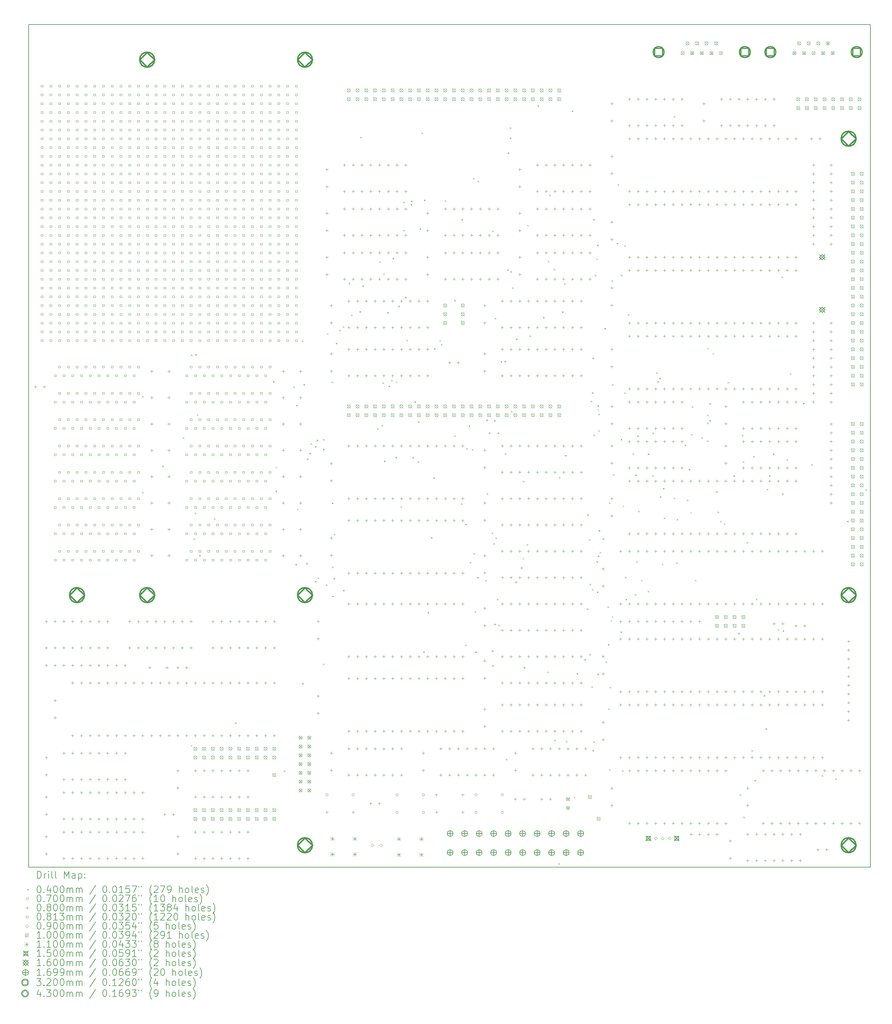
<source format=gbr>
%TF.GenerationSoftware,KiCad,Pcbnew,(6.0.11)*%
%TF.CreationDate,2024-06-16T13:35:45-04:00*%
%TF.ProjectId,NS32016-BC,4e533332-3031-4362-9d42-432e6b696361,rev?*%
%TF.SameCoordinates,Original*%
%TF.FileFunction,Drillmap*%
%TF.FilePolarity,Positive*%
%FSLAX45Y45*%
G04 Gerber Fmt 4.5, Leading zero omitted, Abs format (unit mm)*
G04 Created by KiCad (PCBNEW (6.0.11)) date 2024-06-16 13:35:45*
%MOMM*%
%LPD*%
G01*
G04 APERTURE LIST*
%ADD10C,0.150000*%
%ADD11C,0.200000*%
%ADD12C,0.040000*%
%ADD13C,0.070000*%
%ADD14C,0.080000*%
%ADD15C,0.081280*%
%ADD16C,0.090000*%
%ADD17C,0.100000*%
%ADD18C,0.110000*%
%ADD19C,0.160000*%
%ADD20C,0.169926*%
%ADD21C,0.320000*%
%ADD22C,0.430000*%
G04 APERTURE END LIST*
D10*
X12192000Y-13081000D02*
X12192000Y-37465000D01*
X12192000Y-13081000D02*
X36576000Y-13081000D01*
X36576000Y-37465000D02*
X12192000Y-37465000D01*
X36576000Y-37465000D02*
X36576000Y-13081000D01*
D11*
D12*
X15477330Y-23829040D02*
X15517330Y-23869040D01*
X15517330Y-23829040D02*
X15477330Y-23869040D01*
X15477330Y-26602960D02*
X15517330Y-26642960D01*
X15517330Y-26602960D02*
X15477330Y-26642960D01*
X16054010Y-25838240D02*
X16094010Y-25878240D01*
X16094010Y-25838240D02*
X16054010Y-25878240D01*
X16649770Y-25021560D02*
X16689770Y-25061560D01*
X16689770Y-25021560D02*
X16649770Y-25061560D01*
X16883900Y-33921760D02*
X16923900Y-33961760D01*
X16923900Y-33921760D02*
X16883900Y-33961760D01*
X16891000Y-22625090D02*
X16931000Y-22665090D01*
X16931000Y-22625090D02*
X16891000Y-22665090D01*
X16962560Y-27948190D02*
X17002560Y-27988190D01*
X17002560Y-27948190D02*
X16962560Y-27988190D01*
X16998000Y-27202580D02*
X17038000Y-27242580D01*
X17038000Y-27202580D02*
X16998000Y-27242580D01*
X17011760Y-22615960D02*
X17051760Y-22655960D01*
X17051760Y-22615960D02*
X17011760Y-22655960D01*
X17056620Y-24353200D02*
X17096620Y-24393200D01*
X17096620Y-24353200D02*
X17056620Y-24393200D01*
X17125000Y-28427310D02*
X17165000Y-28467310D01*
X17165000Y-28427310D02*
X17125000Y-28467310D01*
X17560250Y-27367150D02*
X17600250Y-27407150D01*
X17600250Y-27367150D02*
X17560250Y-27407150D01*
X18170590Y-33270450D02*
X18210590Y-33310450D01*
X18210590Y-33270450D02*
X18170590Y-33310450D01*
X19263820Y-23394760D02*
X19303820Y-23434760D01*
X19303820Y-23394760D02*
X19263820Y-23434760D01*
X19339080Y-25879920D02*
X19379080Y-25919920D01*
X19379080Y-25879920D02*
X19339080Y-25919920D01*
X19339080Y-26569180D02*
X19379080Y-26609180D01*
X19379080Y-26569180D02*
X19339080Y-26609180D01*
X19579380Y-34663920D02*
X19619380Y-34703920D01*
X19619380Y-34663920D02*
X19579380Y-34703920D01*
X19854100Y-23557420D02*
X19894100Y-23597420D01*
X19894100Y-23557420D02*
X19854100Y-23597420D01*
X19916580Y-28688390D02*
X19956580Y-28728390D01*
X19956580Y-28688390D02*
X19916580Y-28728390D01*
X19935840Y-24084000D02*
X19975840Y-24124000D01*
X19975840Y-24084000D02*
X19935840Y-24124000D01*
X19958280Y-27090130D02*
X19998280Y-27130130D01*
X19998280Y-27090130D02*
X19958280Y-27130130D01*
X20096990Y-22227500D02*
X20136990Y-22267500D01*
X20136990Y-22227500D02*
X20096990Y-22267500D01*
X20110470Y-32130930D02*
X20150470Y-32170930D01*
X20150470Y-32130930D02*
X20110470Y-32170930D01*
X20151470Y-23484190D02*
X20191470Y-23524190D01*
X20191470Y-23484190D02*
X20151470Y-23524190D01*
X20230220Y-28657620D02*
X20270220Y-28697620D01*
X20270220Y-28657620D02*
X20230220Y-28697620D01*
X20248300Y-25634200D02*
X20288300Y-25674200D01*
X20288300Y-25634200D02*
X20248300Y-25674200D01*
X20319520Y-25472240D02*
X20359520Y-25512240D01*
X20359520Y-25472240D02*
X20319520Y-25512240D01*
X20350170Y-25197970D02*
X20390170Y-25237970D01*
X20390170Y-25197970D02*
X20350170Y-25237970D01*
X20482690Y-25272660D02*
X20522690Y-25312660D01*
X20522690Y-25272660D02*
X20482690Y-25312660D01*
X20483280Y-29177570D02*
X20523280Y-29217570D01*
X20523280Y-29177570D02*
X20483280Y-29217570D01*
X20527470Y-25092580D02*
X20567470Y-25132580D01*
X20567470Y-25092580D02*
X20527470Y-25132580D01*
X20555810Y-29082620D02*
X20595810Y-29122620D01*
X20595810Y-29082620D02*
X20555810Y-29122620D01*
X20710670Y-25360220D02*
X20750670Y-25400220D01*
X20750670Y-25360220D02*
X20710670Y-25400220D01*
X20717570Y-25067850D02*
X20757570Y-25107850D01*
X20757570Y-25067850D02*
X20717570Y-25107850D01*
X20718410Y-31571630D02*
X20758410Y-31611630D01*
X20758410Y-31571630D02*
X20718410Y-31611630D01*
X20799230Y-29275840D02*
X20839230Y-29315840D01*
X20839230Y-29275840D02*
X20799230Y-29315840D01*
X20829840Y-22010440D02*
X20869840Y-22050440D01*
X20869840Y-22010440D02*
X20829840Y-22050440D01*
X20963850Y-23410560D02*
X21003850Y-23450560D01*
X21003850Y-23410560D02*
X20963850Y-23450560D01*
X20970330Y-26911100D02*
X21010330Y-26951100D01*
X21010330Y-26911100D02*
X20970330Y-26951100D01*
X20976890Y-29604000D02*
X21016890Y-29644000D01*
X21016890Y-29604000D02*
X20976890Y-29644000D01*
X20980220Y-28764420D02*
X21020220Y-28804420D01*
X21020220Y-28764420D02*
X20980220Y-28804420D01*
X21017360Y-29089550D02*
X21057360Y-29129550D01*
X21057360Y-29089550D02*
X21017360Y-29129550D01*
X21030870Y-27812470D02*
X21070870Y-27852470D01*
X21070870Y-27812470D02*
X21030870Y-27852470D01*
X21087050Y-22289310D02*
X21127050Y-22329310D01*
X21127050Y-22289310D02*
X21087050Y-22329310D01*
X21188340Y-21915220D02*
X21228340Y-21955220D01*
X21228340Y-21915220D02*
X21188340Y-21955220D01*
X21294080Y-21809420D02*
X21334080Y-21849420D01*
X21334080Y-21809420D02*
X21294080Y-21849420D01*
X21295970Y-29441370D02*
X21335970Y-29481370D01*
X21335970Y-29441370D02*
X21295970Y-29481370D01*
X21456280Y-20549960D02*
X21496280Y-20589960D01*
X21496280Y-20549960D02*
X21456280Y-20589960D01*
X21526610Y-21474120D02*
X21566610Y-21514120D01*
X21566610Y-21474120D02*
X21526610Y-21514120D01*
X21769190Y-21368750D02*
X21809190Y-21408750D01*
X21809190Y-21368750D02*
X21769190Y-21408750D01*
X21791260Y-16325000D02*
X21831260Y-16365000D01*
X21831260Y-16325000D02*
X21791260Y-16365000D01*
X21855560Y-20625790D02*
X21895560Y-20665790D01*
X21895560Y-20625790D02*
X21855560Y-20665790D01*
X22282820Y-24759810D02*
X22322820Y-24799810D01*
X22322820Y-24759810D02*
X22282820Y-24799810D01*
X22339830Y-19932970D02*
X22379830Y-19972970D01*
X22379830Y-19932970D02*
X22339830Y-19972970D01*
X22412140Y-24665290D02*
X22452140Y-24705290D01*
X22452140Y-24665290D02*
X22412140Y-24705290D01*
X22434220Y-23436410D02*
X22474220Y-23476410D01*
X22474220Y-23436410D02*
X22434220Y-23476410D01*
X22459000Y-20277600D02*
X22499000Y-20317600D01*
X22499000Y-20277600D02*
X22459000Y-20317600D01*
X22480950Y-25696740D02*
X22520950Y-25736740D01*
X22520950Y-25696740D02*
X22480950Y-25736740D01*
X22573990Y-21395030D02*
X22613990Y-21435030D01*
X22613990Y-21395030D02*
X22573990Y-21435030D01*
X22610240Y-23525810D02*
X22650240Y-23565810D01*
X22650240Y-23525810D02*
X22610240Y-23565810D01*
X22689930Y-23362450D02*
X22729930Y-23402450D01*
X22729930Y-23362450D02*
X22689930Y-23402450D01*
X22727390Y-19832130D02*
X22767390Y-19872130D01*
X22767390Y-19832130D02*
X22727390Y-19872130D01*
X22817410Y-25592320D02*
X22857410Y-25632320D01*
X22857410Y-25592320D02*
X22817410Y-25632320D01*
X22829060Y-23406930D02*
X22869060Y-23446930D01*
X22869060Y-23406930D02*
X22829060Y-23446930D01*
X22896840Y-21210410D02*
X22936840Y-21250410D01*
X22936840Y-21210410D02*
X22896840Y-21250410D01*
X22959850Y-27017260D02*
X22999850Y-27057260D01*
X22999850Y-27017260D02*
X22959850Y-27057260D01*
X23038090Y-18207160D02*
X23078090Y-18247160D01*
X23078090Y-18207160D02*
X23038090Y-18247160D01*
X23042290Y-19016150D02*
X23082290Y-19056150D01*
X23082290Y-19016150D02*
X23042290Y-19056150D01*
X23089790Y-20953140D02*
X23129790Y-20993140D01*
X23129790Y-20953140D02*
X23089790Y-20993140D01*
X23126790Y-22200550D02*
X23166790Y-22240550D01*
X23166790Y-22200550D02*
X23126790Y-22240550D01*
X23253700Y-18275500D02*
X23293700Y-18315500D01*
X23293700Y-18275500D02*
X23253700Y-18315500D01*
X23263670Y-18175460D02*
X23303670Y-18215460D01*
X23303670Y-18175460D02*
X23263670Y-18215460D01*
X23303560Y-25594700D02*
X23343560Y-25634700D01*
X23343560Y-25594700D02*
X23303560Y-25634700D01*
X23366570Y-23983630D02*
X23406570Y-24023630D01*
X23406570Y-23983630D02*
X23366570Y-24023630D01*
X23458950Y-25714660D02*
X23498950Y-25754660D01*
X23498950Y-25714660D02*
X23458950Y-25754660D01*
X23469820Y-24567680D02*
X23509820Y-24607680D01*
X23509820Y-24567680D02*
X23469820Y-24607680D01*
X23515110Y-18976050D02*
X23555110Y-19016050D01*
X23555110Y-18976050D02*
X23515110Y-19016050D01*
X23567130Y-16206490D02*
X23607130Y-16246490D01*
X23607130Y-16206490D02*
X23567130Y-16246490D01*
X23616470Y-31218560D02*
X23656470Y-31258560D01*
X23656470Y-31218560D02*
X23616470Y-31258560D01*
X23641330Y-18142460D02*
X23681330Y-18182460D01*
X23681330Y-18142460D02*
X23641330Y-18182460D01*
X23742920Y-30074760D02*
X23782920Y-30114760D01*
X23782920Y-30074760D02*
X23742920Y-30114760D01*
X23842630Y-27910410D02*
X23882630Y-27950410D01*
X23882630Y-27910410D02*
X23842630Y-27950410D01*
X23912810Y-26178400D02*
X23952810Y-26218400D01*
X23952810Y-26178400D02*
X23912810Y-26218400D01*
X23929230Y-22447160D02*
X23969230Y-22487160D01*
X23969230Y-22447160D02*
X23929230Y-22487160D01*
X24089700Y-22213310D02*
X24129700Y-22253310D01*
X24129700Y-22213310D02*
X24089700Y-22253310D01*
X24129220Y-22316130D02*
X24169220Y-22356130D01*
X24169220Y-22316130D02*
X24129220Y-22356130D01*
X24239910Y-18164740D02*
X24279910Y-18204740D01*
X24279910Y-18164740D02*
X24239910Y-18204740D01*
X24513520Y-21050890D02*
X24553520Y-21090890D01*
X24553520Y-21050890D02*
X24513520Y-21090890D01*
X24515100Y-24972030D02*
X24555100Y-25012030D01*
X24555100Y-24972030D02*
X24515100Y-25012030D01*
X24709890Y-26935840D02*
X24749890Y-26975840D01*
X24749890Y-26935840D02*
X24709890Y-26975840D01*
X24725170Y-18704650D02*
X24765170Y-18744650D01*
X24765170Y-18704650D02*
X24725170Y-18744650D01*
X24830460Y-31024220D02*
X24870460Y-31064220D01*
X24870460Y-31024220D02*
X24830460Y-31064220D01*
X24842150Y-27522020D02*
X24882150Y-27562020D01*
X24882150Y-27522020D02*
X24842150Y-27562020D01*
X24862620Y-25334560D02*
X24902620Y-25374560D01*
X24902620Y-25334560D02*
X24862620Y-25374560D01*
X24937630Y-24679040D02*
X24977630Y-24719040D01*
X24977630Y-24679040D02*
X24937630Y-24719040D01*
X24967050Y-28629460D02*
X25007050Y-28669460D01*
X25007050Y-28629460D02*
X24967050Y-28669460D01*
X25024490Y-25358470D02*
X25064490Y-25398470D01*
X25064490Y-25358470D02*
X25024490Y-25398470D01*
X25057770Y-17518990D02*
X25097770Y-17558990D01*
X25097770Y-17518990D02*
X25057770Y-17558990D01*
X25078620Y-28370710D02*
X25118620Y-28410710D01*
X25118620Y-28370710D02*
X25078620Y-28410710D01*
X25112610Y-30060450D02*
X25152610Y-30100450D01*
X25152610Y-30060450D02*
X25112610Y-30100450D01*
X25128820Y-31220870D02*
X25168820Y-31260870D01*
X25168820Y-31220870D02*
X25128820Y-31260870D01*
X25177310Y-29062250D02*
X25217310Y-29102250D01*
X25217310Y-29062250D02*
X25177310Y-29102250D01*
X25196190Y-17594060D02*
X25236190Y-17634060D01*
X25236190Y-17594060D02*
X25196190Y-17634060D01*
X25414800Y-29148750D02*
X25454800Y-29188750D01*
X25454800Y-29148750D02*
X25414800Y-29188750D01*
X25443950Y-24512400D02*
X25483950Y-24552400D01*
X25483950Y-24512400D02*
X25443950Y-24552400D01*
X25457970Y-26637100D02*
X25497970Y-26677100D01*
X25497970Y-26637100D02*
X25457970Y-26677100D01*
X25514900Y-24879380D02*
X25554900Y-24919380D01*
X25554900Y-24879380D02*
X25514900Y-24919380D01*
X25603990Y-27779980D02*
X25643990Y-27819980D01*
X25643990Y-27779980D02*
X25603990Y-27819980D01*
X25607480Y-31186810D02*
X25647480Y-31226810D01*
X25647480Y-31186810D02*
X25607480Y-31226810D01*
X25617660Y-31620560D02*
X25657660Y-31660560D01*
X25657660Y-31620560D02*
X25617660Y-31660560D01*
X25620850Y-19039560D02*
X25660850Y-19079560D01*
X25660850Y-19039560D02*
X25620850Y-19079560D01*
X25651360Y-28082850D02*
X25691360Y-28122850D01*
X25691360Y-28082850D02*
X25651360Y-28122850D01*
X25671370Y-24523910D02*
X25711370Y-24563910D01*
X25711370Y-24523910D02*
X25671370Y-24563910D01*
X25677750Y-30417800D02*
X25717750Y-30457800D01*
X25717750Y-30417800D02*
X25677750Y-30457800D01*
X25685280Y-21562510D02*
X25725280Y-21602510D01*
X25725280Y-21562510D02*
X25685280Y-21602510D01*
X25709160Y-27926410D02*
X25749160Y-27966410D01*
X25749160Y-27926410D02*
X25709160Y-27966410D01*
X25752940Y-29696380D02*
X25792940Y-29736380D01*
X25792940Y-29696380D02*
X25752940Y-29736380D01*
X25770800Y-24881100D02*
X25810800Y-24921100D01*
X25810800Y-24881100D02*
X25770800Y-24921100D01*
X25796630Y-30444950D02*
X25836630Y-30484950D01*
X25836630Y-30444950D02*
X25796630Y-30484950D01*
X25859990Y-22819890D02*
X25899990Y-22859890D01*
X25899990Y-22819890D02*
X25859990Y-22859890D01*
X25976260Y-22813600D02*
X26016260Y-22853600D01*
X26016260Y-22813600D02*
X25976260Y-22853600D01*
X25985250Y-25486790D02*
X26025250Y-25526790D01*
X26025250Y-25486790D02*
X25985250Y-25526790D01*
X26013490Y-34323600D02*
X26053490Y-34363600D01*
X26053490Y-34323600D02*
X26013490Y-34363600D01*
X26048620Y-20163180D02*
X26088620Y-20203180D01*
X26088620Y-20163180D02*
X26048620Y-20203180D01*
X26065810Y-16778600D02*
X26105810Y-16818600D01*
X26105810Y-16778600D02*
X26065810Y-16818600D01*
X26127000Y-16054920D02*
X26167000Y-16094920D01*
X26167000Y-16054920D02*
X26127000Y-16094920D01*
X26129020Y-16345310D02*
X26169020Y-16385310D01*
X26169020Y-16345310D02*
X26129020Y-16385310D01*
X26142710Y-20214140D02*
X26182710Y-20254140D01*
X26182710Y-20214140D02*
X26142710Y-20254140D01*
X26157240Y-24258280D02*
X26197240Y-24298280D01*
X26197240Y-24258280D02*
X26157240Y-24298280D01*
X26196350Y-20687640D02*
X26236350Y-20727640D01*
X26236350Y-20687640D02*
X26196350Y-20727640D01*
X26282470Y-29192020D02*
X26322470Y-29232020D01*
X26322470Y-29192020D02*
X26282470Y-29232020D01*
X26305880Y-22161630D02*
X26345880Y-22201630D01*
X26345880Y-22161630D02*
X26305880Y-22201630D01*
X26447070Y-28782620D02*
X26487070Y-28822620D01*
X26487070Y-28782620D02*
X26447070Y-28822620D01*
X26495120Y-28512690D02*
X26535120Y-28552690D01*
X26535120Y-28512690D02*
X26495120Y-28552690D01*
X26505460Y-26282610D02*
X26545460Y-26322610D01*
X26545460Y-26282610D02*
X26505460Y-26322610D01*
X26534140Y-31671220D02*
X26574140Y-31711220D01*
X26574140Y-31671220D02*
X26534140Y-31711220D01*
X26619370Y-28112360D02*
X26659370Y-28152360D01*
X26659370Y-28112360D02*
X26619370Y-28152360D01*
X26629580Y-18876170D02*
X26669580Y-18916170D01*
X26669580Y-18876170D02*
X26629580Y-18916170D01*
X26691990Y-22075860D02*
X26731990Y-22115860D01*
X26731990Y-22075860D02*
X26691990Y-22115860D01*
X26927070Y-15420890D02*
X26967070Y-15460890D01*
X26967070Y-15420890D02*
X26927070Y-15460890D01*
X27088080Y-21540610D02*
X27128080Y-21580610D01*
X27128080Y-21540610D02*
X27088080Y-21580610D01*
X27207780Y-31799790D02*
X27247780Y-31839790D01*
X27247780Y-31799790D02*
X27207780Y-31839790D01*
X27224830Y-19914430D02*
X27264830Y-19954430D01*
X27264830Y-19914430D02*
X27224830Y-19954430D01*
X27270540Y-17998240D02*
X27310540Y-18038240D01*
X27310540Y-17998240D02*
X27270540Y-18038240D01*
X27396770Y-20141910D02*
X27436770Y-20181910D01*
X27436770Y-20141910D02*
X27396770Y-20181910D01*
X27412540Y-33774290D02*
X27452540Y-33814290D01*
X27452540Y-33774290D02*
X27412540Y-33814290D01*
X27528970Y-37346310D02*
X27568970Y-37386310D01*
X27568970Y-37346310D02*
X27528970Y-37386310D01*
X27548030Y-26172430D02*
X27588030Y-26212430D01*
X27588030Y-26172430D02*
X27548030Y-26212430D01*
X27638440Y-21381010D02*
X27678440Y-21421010D01*
X27678440Y-21381010D02*
X27638440Y-21421010D01*
X27699830Y-20567900D02*
X27739830Y-20607900D01*
X27739830Y-20567900D02*
X27699830Y-20607900D01*
X27728460Y-25532970D02*
X27768460Y-25572970D01*
X27768460Y-25532970D02*
X27728460Y-25572970D01*
X27753900Y-33807640D02*
X27793900Y-33847640D01*
X27793900Y-33807640D02*
X27753900Y-33847640D01*
X27922460Y-15566650D02*
X27962460Y-15606650D01*
X27962460Y-15566650D02*
X27922460Y-15606650D01*
X27975780Y-35422020D02*
X28015780Y-35462020D01*
X28015780Y-35422020D02*
X27975780Y-35462020D01*
X28061460Y-31843130D02*
X28101460Y-31883130D01*
X28101460Y-31843130D02*
X28061460Y-31883130D01*
X28287160Y-31441510D02*
X28327160Y-31481510D01*
X28327160Y-31441510D02*
X28287160Y-31481510D01*
X28362130Y-29971600D02*
X28402130Y-30011600D01*
X28402130Y-29971600D02*
X28362130Y-30011600D01*
X28369920Y-27250870D02*
X28409920Y-27290870D01*
X28409920Y-27250870D02*
X28369920Y-27290870D01*
X28420670Y-27976950D02*
X28460670Y-28016950D01*
X28460670Y-27976950D02*
X28420670Y-28016950D01*
X28431760Y-31293930D02*
X28471760Y-31333930D01*
X28471760Y-31293930D02*
X28431760Y-31333930D01*
X28437320Y-29262800D02*
X28477320Y-29302800D01*
X28477320Y-29262800D02*
X28437320Y-29302800D01*
X28461080Y-23959760D02*
X28501080Y-23999760D01*
X28501080Y-23959760D02*
X28461080Y-23999760D01*
X28486740Y-32223530D02*
X28526740Y-32263530D01*
X28526740Y-32223530D02*
X28486740Y-32263530D01*
X28502320Y-23719720D02*
X28542320Y-23759720D01*
X28542320Y-23719720D02*
X28502320Y-23759720D01*
X28504630Y-29410920D02*
X28544630Y-29450920D01*
X28544630Y-29410920D02*
X28504630Y-29450920D01*
X28517550Y-34072800D02*
X28557550Y-34112800D01*
X28557550Y-34072800D02*
X28517550Y-34112800D01*
X28521570Y-22712080D02*
X28561570Y-22752080D01*
X28561570Y-22712080D02*
X28521570Y-22752080D01*
X28544520Y-18706150D02*
X28584520Y-18746150D01*
X28584520Y-18706150D02*
X28544520Y-18746150D01*
X28546680Y-24943480D02*
X28586680Y-24983480D01*
X28586680Y-24943480D02*
X28546680Y-24983480D01*
X28548100Y-33825250D02*
X28588100Y-33865250D01*
X28588100Y-33825250D02*
X28548100Y-33865250D01*
X28589150Y-20323540D02*
X28629150Y-20363540D01*
X28629150Y-20323540D02*
X28589150Y-20363540D01*
X28635980Y-19851060D02*
X28675980Y-19891060D01*
X28675980Y-19851060D02*
X28635980Y-19891060D01*
X28636130Y-28612150D02*
X28676130Y-28652150D01*
X28676130Y-28612150D02*
X28636130Y-28652150D01*
X28647530Y-29485810D02*
X28687530Y-29525810D01*
X28687530Y-29485810D02*
X28647530Y-29525810D01*
X28654510Y-19447620D02*
X28694510Y-19487620D01*
X28694510Y-19447620D02*
X28654510Y-19487620D01*
X28661640Y-31860790D02*
X28701640Y-31900790D01*
X28701640Y-31860790D02*
X28661640Y-31900790D01*
X28669630Y-24097150D02*
X28709630Y-24137150D01*
X28709630Y-24097150D02*
X28669630Y-24137150D01*
X28670290Y-24210230D02*
X28710290Y-24250230D01*
X28710290Y-24210230D02*
X28670290Y-24250230D01*
X28677080Y-28445220D02*
X28717080Y-28485220D01*
X28717080Y-28445220D02*
X28677080Y-28485220D01*
X28689760Y-24343930D02*
X28729760Y-24383930D01*
X28729760Y-24343930D02*
X28689760Y-24383930D01*
X28691590Y-24819530D02*
X28731590Y-24859530D01*
X28731590Y-24819530D02*
X28691590Y-24859530D01*
X28697930Y-27708810D02*
X28737930Y-27748810D01*
X28737930Y-27708810D02*
X28697930Y-27748810D01*
X28723250Y-28335740D02*
X28763250Y-28375740D01*
X28763250Y-28335740D02*
X28723250Y-28375740D01*
X28810060Y-27946030D02*
X28850060Y-27986030D01*
X28850060Y-27946030D02*
X28810060Y-27986030D01*
X28867050Y-21857710D02*
X28907050Y-21897710D01*
X28907050Y-21857710D02*
X28867050Y-21897710D01*
X28902570Y-31507360D02*
X28942570Y-31547360D01*
X28942570Y-31507360D02*
X28902570Y-31547360D01*
X28954550Y-29912160D02*
X28994550Y-29952160D01*
X28994550Y-29912160D02*
X28954550Y-29952160D01*
X28967930Y-31007360D02*
X29007930Y-31047360D01*
X29007930Y-31007360D02*
X28967930Y-31047360D01*
X28978720Y-32867350D02*
X29018720Y-32907350D01*
X29018720Y-32867350D02*
X28978720Y-32907350D01*
X28993720Y-26905850D02*
X29033720Y-26945850D01*
X29033720Y-26905850D02*
X28993720Y-26945850D01*
X29000000Y-34624160D02*
X29040000Y-34664160D01*
X29040000Y-34624160D02*
X29000000Y-34664160D01*
X29010800Y-32242440D02*
X29050800Y-32282440D01*
X29050800Y-32242440D02*
X29010800Y-32282440D01*
X29041870Y-30316440D02*
X29081870Y-30356440D01*
X29081870Y-30316440D02*
X29041870Y-30356440D01*
X29073500Y-20481080D02*
X29113500Y-20521080D01*
X29113500Y-20481080D02*
X29073500Y-20521080D01*
X29085940Y-30196180D02*
X29125940Y-30236180D01*
X29125940Y-30196180D02*
X29085940Y-30236180D01*
X29089250Y-23486780D02*
X29129250Y-23526780D01*
X29129250Y-23486780D02*
X29089250Y-23526780D01*
X29117710Y-26084380D02*
X29157710Y-26124380D01*
X29157710Y-26084380D02*
X29117710Y-26124380D01*
X29223330Y-19394620D02*
X29263330Y-19434620D01*
X29263330Y-19394620D02*
X29223330Y-19434620D01*
X29248870Y-17696410D02*
X29288870Y-17736410D01*
X29288870Y-17696410D02*
X29248870Y-17736410D01*
X29331470Y-30643700D02*
X29371470Y-30683700D01*
X29371470Y-30643700D02*
X29331470Y-30683700D01*
X29339740Y-25069490D02*
X29379740Y-25109490D01*
X29379740Y-25069490D02*
X29339740Y-25109490D01*
X29340890Y-20323840D02*
X29380890Y-20363840D01*
X29380890Y-20323840D02*
X29340890Y-20363840D01*
X29378490Y-34656040D02*
X29418490Y-34696040D01*
X29418490Y-34656040D02*
X29378490Y-34696040D01*
X29399710Y-26997450D02*
X29439710Y-27037450D01*
X29439710Y-26997450D02*
X29399710Y-27037450D01*
X29443130Y-19467390D02*
X29483130Y-19507390D01*
X29483130Y-19467390D02*
X29443130Y-19507390D01*
X29446730Y-23722810D02*
X29486730Y-23762810D01*
X29486730Y-23722810D02*
X29446730Y-23762810D01*
X29463710Y-29057510D02*
X29503710Y-29097510D01*
X29503710Y-29057510D02*
X29463710Y-29097510D01*
X29479240Y-29697220D02*
X29519240Y-29737220D01*
X29519240Y-29697220D02*
X29479240Y-29737220D01*
X29549790Y-21455460D02*
X29589790Y-21495460D01*
X29589790Y-21455460D02*
X29549790Y-21495460D01*
X29683540Y-25474460D02*
X29723540Y-25514460D01*
X29723540Y-25474460D02*
X29683540Y-25514460D01*
X29747610Y-29559880D02*
X29787610Y-29599880D01*
X29787610Y-29559880D02*
X29747610Y-29599880D01*
X29757910Y-26098650D02*
X29797910Y-26138650D01*
X29797910Y-26098650D02*
X29757910Y-26138650D01*
X29794780Y-28608770D02*
X29834780Y-28648770D01*
X29834780Y-28608770D02*
X29794780Y-28648770D01*
X29814460Y-24968350D02*
X29854460Y-25008350D01*
X29854460Y-24968350D02*
X29814460Y-25008350D01*
X29844230Y-27146280D02*
X29884230Y-27186280D01*
X29884230Y-27146280D02*
X29844230Y-27186280D01*
X29922950Y-29146930D02*
X29962950Y-29186930D01*
X29962950Y-29146930D02*
X29922950Y-29186930D01*
X30122150Y-25489420D02*
X30162150Y-25529420D01*
X30162150Y-25489420D02*
X30122150Y-25529420D01*
X30122720Y-29466670D02*
X30162720Y-29506670D01*
X30162720Y-29466670D02*
X30122720Y-29506670D01*
X30249230Y-26120690D02*
X30289230Y-26160690D01*
X30289230Y-26120690D02*
X30249230Y-26160690D01*
X30255620Y-24881360D02*
X30295620Y-24921360D01*
X30295620Y-24881360D02*
X30255620Y-24921360D01*
X30365460Y-23138160D02*
X30405460Y-23178160D01*
X30405460Y-23138160D02*
X30365460Y-23178160D01*
X30397420Y-23394160D02*
X30437420Y-23434160D01*
X30437420Y-23394160D02*
X30397420Y-23434160D01*
X30457330Y-23302120D02*
X30497330Y-23342120D01*
X30497330Y-23302120D02*
X30457330Y-23342120D01*
X30473960Y-26729360D02*
X30513960Y-26769360D01*
X30513960Y-26729360D02*
X30473960Y-26769360D01*
X30531180Y-28677440D02*
X30571180Y-28717440D01*
X30571180Y-28677440D02*
X30531180Y-28717440D01*
X30561750Y-26489160D02*
X30601750Y-26529160D01*
X30601750Y-26489160D02*
X30561750Y-26529160D01*
X30587000Y-27350020D02*
X30627000Y-27390020D01*
X30627000Y-27350020D02*
X30587000Y-27390020D01*
X30875820Y-26774390D02*
X30915820Y-26814390D01*
X30915820Y-26774390D02*
X30875820Y-26814390D01*
X30878930Y-15724610D02*
X30918930Y-15764610D01*
X30918930Y-15724610D02*
X30878930Y-15764610D01*
X30953530Y-28641980D02*
X30993530Y-28681980D01*
X30993530Y-28641980D02*
X30953530Y-28681980D01*
X30958250Y-27380190D02*
X30998250Y-27420190D01*
X30998250Y-27380190D02*
X30958250Y-27420190D01*
X31187920Y-25236790D02*
X31227920Y-25276790D01*
X31227920Y-25236790D02*
X31187920Y-25276790D01*
X31255600Y-26823480D02*
X31295600Y-26863480D01*
X31295600Y-26823480D02*
X31255600Y-26863480D01*
X31308690Y-25938550D02*
X31348690Y-25978550D01*
X31348690Y-25938550D02*
X31308690Y-25978550D01*
X31355530Y-27192330D02*
X31395530Y-27232330D01*
X31395530Y-27192330D02*
X31355530Y-27232330D01*
X31373940Y-24923940D02*
X31413940Y-24963940D01*
X31413940Y-24923940D02*
X31373940Y-24963940D01*
X31394130Y-24122950D02*
X31434130Y-24162950D01*
X31434130Y-24122950D02*
X31394130Y-24162950D01*
X31490460Y-29146930D02*
X31530460Y-29186930D01*
X31530460Y-29146930D02*
X31490460Y-29186930D01*
X31679310Y-25020970D02*
X31719310Y-25060970D01*
X31719310Y-25020970D02*
X31679310Y-25060970D01*
X31843360Y-25112380D02*
X31883360Y-25152380D01*
X31883360Y-25112380D02*
X31843360Y-25152380D01*
X31843610Y-24596710D02*
X31883610Y-24636710D01*
X31883610Y-24596710D02*
X31843610Y-24636710D01*
X31843940Y-24365000D02*
X31883940Y-24405000D01*
X31883940Y-24365000D02*
X31843940Y-24405000D01*
X31845860Y-22433840D02*
X31885860Y-22473840D01*
X31885860Y-22433840D02*
X31845860Y-22473840D01*
X31905730Y-24517360D02*
X31945730Y-24557360D01*
X31945730Y-24517360D02*
X31905730Y-24557360D01*
X31910060Y-24032690D02*
X31950060Y-24072690D01*
X31950060Y-24032690D02*
X31910060Y-24072690D01*
X31996950Y-22584920D02*
X32036950Y-22624920D01*
X32036950Y-22584920D02*
X31996950Y-22624920D01*
X32101040Y-26581730D02*
X32141040Y-26621730D01*
X32141040Y-26581730D02*
X32101040Y-26621730D01*
X32147530Y-27172700D02*
X32187530Y-27212700D01*
X32187530Y-27172700D02*
X32147530Y-27212700D01*
X32220730Y-27439010D02*
X32260730Y-27479010D01*
X32260730Y-27439010D02*
X32220730Y-27479010D01*
X32327340Y-27513050D02*
X32367340Y-27553050D01*
X32367340Y-27513050D02*
X32327340Y-27553050D01*
X32432990Y-23417810D02*
X32472990Y-23457810D01*
X32472990Y-23417810D02*
X32432990Y-23457810D01*
X32604670Y-26123580D02*
X32644670Y-26163580D01*
X32644670Y-26123580D02*
X32604670Y-26163580D01*
X32743670Y-30686300D02*
X32783670Y-30726300D01*
X32783670Y-30686300D02*
X32743670Y-30726300D01*
X32779280Y-35347560D02*
X32819280Y-35387560D01*
X32819280Y-35347560D02*
X32779280Y-35387560D01*
X32846170Y-24950780D02*
X32886170Y-24990780D01*
X32886170Y-24950780D02*
X32846170Y-24990780D01*
X32871830Y-25712470D02*
X32911830Y-25752470D01*
X32911830Y-25712470D02*
X32871830Y-25752470D01*
X32892580Y-36002190D02*
X32932580Y-36042190D01*
X32932580Y-36002190D02*
X32892580Y-36042190D01*
X32985540Y-28053130D02*
X33025540Y-28093130D01*
X33025540Y-28053130D02*
X32985540Y-28093130D01*
X33127000Y-34073110D02*
X33167000Y-34113110D01*
X33167000Y-34073110D02*
X33127000Y-34113110D01*
X33181530Y-25563670D02*
X33221530Y-25603670D01*
X33221530Y-25563670D02*
X33181530Y-25603670D01*
X33212740Y-34939260D02*
X33252740Y-34979260D01*
X33252740Y-34939260D02*
X33212740Y-34979260D01*
X33254000Y-29691510D02*
X33294000Y-29731510D01*
X33294000Y-29691510D02*
X33254000Y-29731510D01*
X33481770Y-32482450D02*
X33521770Y-32522450D01*
X33521770Y-32482450D02*
X33481770Y-32522450D01*
X33529670Y-33445120D02*
X33569670Y-33485120D01*
X33569670Y-33445120D02*
X33529670Y-33485120D01*
X33567870Y-26511130D02*
X33607870Y-26551130D01*
X33607870Y-26511130D02*
X33567870Y-26551130D01*
X33632210Y-26118220D02*
X33672210Y-26158220D01*
X33672210Y-26118220D02*
X33632210Y-26158220D01*
X33747810Y-25489420D02*
X33787810Y-25529420D01*
X33787810Y-25489420D02*
X33747810Y-25529420D01*
X33889000Y-30582320D02*
X33929000Y-30622320D01*
X33929000Y-30582320D02*
X33889000Y-30622320D01*
X34001540Y-20373210D02*
X34041540Y-20413210D01*
X34041540Y-20373210D02*
X34001540Y-20413210D01*
X34012430Y-26642720D02*
X34052430Y-26682720D01*
X34052430Y-26642720D02*
X34012430Y-26682720D01*
X34029750Y-30605310D02*
X34069750Y-30645310D01*
X34069750Y-30605310D02*
X34029750Y-30645310D01*
X34144420Y-25653480D02*
X34184420Y-25693480D01*
X34184420Y-25653480D02*
X34144420Y-25693480D01*
X34237780Y-23163610D02*
X34277780Y-23203610D01*
X34277780Y-23163610D02*
X34237780Y-23203610D01*
X34617750Y-24026050D02*
X34657750Y-24066050D01*
X34657750Y-24026050D02*
X34617750Y-24066050D01*
X34864510Y-25799880D02*
X34904510Y-25839880D01*
X34904510Y-25799880D02*
X34864510Y-25839880D01*
X35157560Y-34796930D02*
X35197560Y-34836930D01*
X35197560Y-34796930D02*
X35157560Y-34836930D01*
X35551620Y-34891330D02*
X35591620Y-34931330D01*
X35591620Y-34891330D02*
X35551620Y-34931330D01*
X35899300Y-27436120D02*
X35939300Y-27476120D01*
X35939300Y-27436120D02*
X35899300Y-27476120D01*
X36430410Y-26527600D02*
X36470410Y-26567600D01*
X36470410Y-26527600D02*
X36430410Y-26567600D01*
D13*
X20863000Y-35369000D02*
G75*
G03*
X20863000Y-35369000I-35000J0D01*
G01*
X21625000Y-35369000D02*
G75*
G03*
X21625000Y-35369000I-35000J0D01*
G01*
X22895000Y-35369000D02*
G75*
G03*
X22895000Y-35369000I-35000J0D01*
G01*
X22895000Y-35877000D02*
G75*
G03*
X22895000Y-35877000I-35000J0D01*
G01*
X23657000Y-35369000D02*
G75*
G03*
X23657000Y-35369000I-35000J0D01*
G01*
X23657000Y-35877000D02*
G75*
G03*
X23657000Y-35877000I-35000J0D01*
G01*
X25181000Y-35369000D02*
G75*
G03*
X25181000Y-35369000I-35000J0D01*
G01*
X25181000Y-35877000D02*
G75*
G03*
X25181000Y-35877000I-35000J0D01*
G01*
X25943000Y-35369000D02*
G75*
G03*
X25943000Y-35369000I-35000J0D01*
G01*
X25943000Y-35877000D02*
G75*
G03*
X25943000Y-35877000I-35000J0D01*
G01*
D14*
X12386990Y-23518500D02*
X12386990Y-23598500D01*
X12346990Y-23558500D02*
X12426990Y-23558500D01*
X12636990Y-23518500D02*
X12636990Y-23598500D01*
X12596990Y-23558500D02*
X12676990Y-23558500D01*
X12700000Y-30313000D02*
X12700000Y-30393000D01*
X12660000Y-30353000D02*
X12740000Y-30353000D01*
X12700000Y-31075000D02*
X12700000Y-31155000D01*
X12660000Y-31115000D02*
X12740000Y-31115000D01*
X12700000Y-31583000D02*
X12700000Y-31663000D01*
X12660000Y-31623000D02*
X12740000Y-31623000D01*
X12700000Y-34250000D02*
X12700000Y-34330000D01*
X12660000Y-34290000D02*
X12740000Y-34290000D01*
X12700000Y-34750000D02*
X12700000Y-34830000D01*
X12660000Y-34790000D02*
X12740000Y-34790000D01*
X12700000Y-35393000D02*
X12700000Y-35473000D01*
X12660000Y-35433000D02*
X12740000Y-35433000D01*
X12700000Y-35893000D02*
X12700000Y-35973000D01*
X12660000Y-35933000D02*
X12740000Y-35933000D01*
X12700000Y-36536000D02*
X12700000Y-36616000D01*
X12660000Y-36576000D02*
X12740000Y-36576000D01*
X12700000Y-37036000D02*
X12700000Y-37116000D01*
X12660000Y-37076000D02*
X12740000Y-37076000D01*
X12954000Y-30313000D02*
X12954000Y-30393000D01*
X12914000Y-30353000D02*
X12994000Y-30353000D01*
X12954000Y-31075000D02*
X12954000Y-31155000D01*
X12914000Y-31115000D02*
X12994000Y-31115000D01*
X12954000Y-31583000D02*
X12954000Y-31663000D01*
X12914000Y-31623000D02*
X12994000Y-31623000D01*
X12954000Y-32599000D02*
X12954000Y-32679000D01*
X12914000Y-32639000D02*
X12994000Y-32639000D01*
X12954000Y-33099000D02*
X12954000Y-33179000D01*
X12914000Y-33139000D02*
X12994000Y-33139000D01*
X13208000Y-30313000D02*
X13208000Y-30393000D01*
X13168000Y-30353000D02*
X13248000Y-30353000D01*
X13208000Y-31075000D02*
X13208000Y-31155000D01*
X13168000Y-31115000D02*
X13248000Y-31115000D01*
X13208000Y-31583000D02*
X13208000Y-31663000D01*
X13168000Y-31623000D02*
X13248000Y-31623000D01*
X13208000Y-34123000D02*
X13208000Y-34203000D01*
X13168000Y-34163000D02*
X13248000Y-34163000D01*
X13208000Y-34885000D02*
X13208000Y-34965000D01*
X13168000Y-34925000D02*
X13248000Y-34925000D01*
X13208000Y-35266000D02*
X13208000Y-35346000D01*
X13168000Y-35306000D02*
X13248000Y-35306000D01*
X13208000Y-36028000D02*
X13208000Y-36108000D01*
X13168000Y-36068000D02*
X13248000Y-36068000D01*
X13208000Y-36409000D02*
X13208000Y-36489000D01*
X13168000Y-36449000D02*
X13248000Y-36449000D01*
X13208000Y-37171000D02*
X13208000Y-37251000D01*
X13168000Y-37211000D02*
X13248000Y-37211000D01*
X13462000Y-30313000D02*
X13462000Y-30393000D01*
X13422000Y-30353000D02*
X13502000Y-30353000D01*
X13462000Y-31075000D02*
X13462000Y-31155000D01*
X13422000Y-31115000D02*
X13502000Y-31115000D01*
X13462000Y-31583000D02*
X13462000Y-31663000D01*
X13422000Y-31623000D02*
X13502000Y-31623000D01*
X13462000Y-32091000D02*
X13462000Y-32171000D01*
X13422000Y-32131000D02*
X13502000Y-32131000D01*
X13462000Y-33615000D02*
X13462000Y-33695000D01*
X13422000Y-33655000D02*
X13502000Y-33655000D01*
X13462000Y-34123000D02*
X13462000Y-34203000D01*
X13422000Y-34163000D02*
X13502000Y-34163000D01*
X13462000Y-34885000D02*
X13462000Y-34965000D01*
X13422000Y-34925000D02*
X13502000Y-34925000D01*
X13462000Y-35266000D02*
X13462000Y-35346000D01*
X13422000Y-35306000D02*
X13502000Y-35306000D01*
X13462000Y-36028000D02*
X13462000Y-36108000D01*
X13422000Y-36068000D02*
X13502000Y-36068000D01*
X13462000Y-36409000D02*
X13462000Y-36489000D01*
X13422000Y-36449000D02*
X13502000Y-36449000D01*
X13462000Y-37171000D02*
X13462000Y-37251000D01*
X13422000Y-37211000D02*
X13502000Y-37211000D01*
X13716000Y-30313000D02*
X13716000Y-30393000D01*
X13676000Y-30353000D02*
X13756000Y-30353000D01*
X13716000Y-31075000D02*
X13716000Y-31155000D01*
X13676000Y-31115000D02*
X13756000Y-31115000D01*
X13716000Y-31583000D02*
X13716000Y-31663000D01*
X13676000Y-31623000D02*
X13756000Y-31623000D01*
X13716000Y-32091000D02*
X13716000Y-32171000D01*
X13676000Y-32131000D02*
X13756000Y-32131000D01*
X13716000Y-33615000D02*
X13716000Y-33695000D01*
X13676000Y-33655000D02*
X13756000Y-33655000D01*
X13716000Y-34123000D02*
X13716000Y-34203000D01*
X13676000Y-34163000D02*
X13756000Y-34163000D01*
X13716000Y-34885000D02*
X13716000Y-34965000D01*
X13676000Y-34925000D02*
X13756000Y-34925000D01*
X13716000Y-35266000D02*
X13716000Y-35346000D01*
X13676000Y-35306000D02*
X13756000Y-35306000D01*
X13716000Y-36028000D02*
X13716000Y-36108000D01*
X13676000Y-36068000D02*
X13756000Y-36068000D01*
X13716000Y-36409000D02*
X13716000Y-36489000D01*
X13676000Y-36449000D02*
X13756000Y-36449000D01*
X13716000Y-37171000D02*
X13716000Y-37251000D01*
X13676000Y-37211000D02*
X13756000Y-37211000D01*
X13970000Y-30313000D02*
X13970000Y-30393000D01*
X13930000Y-30353000D02*
X14010000Y-30353000D01*
X13970000Y-31075000D02*
X13970000Y-31155000D01*
X13930000Y-31115000D02*
X14010000Y-31115000D01*
X13970000Y-31583000D02*
X13970000Y-31663000D01*
X13930000Y-31623000D02*
X14010000Y-31623000D01*
X13970000Y-32091000D02*
X13970000Y-32171000D01*
X13930000Y-32131000D02*
X14010000Y-32131000D01*
X13970000Y-33615000D02*
X13970000Y-33695000D01*
X13930000Y-33655000D02*
X14010000Y-33655000D01*
X13970000Y-34123000D02*
X13970000Y-34203000D01*
X13930000Y-34163000D02*
X14010000Y-34163000D01*
X13970000Y-34885000D02*
X13970000Y-34965000D01*
X13930000Y-34925000D02*
X14010000Y-34925000D01*
X13970000Y-35266000D02*
X13970000Y-35346000D01*
X13930000Y-35306000D02*
X14010000Y-35306000D01*
X13970000Y-36028000D02*
X13970000Y-36108000D01*
X13930000Y-36068000D02*
X14010000Y-36068000D01*
X13970000Y-36409000D02*
X13970000Y-36489000D01*
X13930000Y-36449000D02*
X14010000Y-36449000D01*
X13970000Y-37171000D02*
X13970000Y-37251000D01*
X13930000Y-37211000D02*
X14010000Y-37211000D01*
X14224000Y-30313000D02*
X14224000Y-30393000D01*
X14184000Y-30353000D02*
X14264000Y-30353000D01*
X14224000Y-31075000D02*
X14224000Y-31155000D01*
X14184000Y-31115000D02*
X14264000Y-31115000D01*
X14224000Y-31583000D02*
X14224000Y-31663000D01*
X14184000Y-31623000D02*
X14264000Y-31623000D01*
X14224000Y-32091000D02*
X14224000Y-32171000D01*
X14184000Y-32131000D02*
X14264000Y-32131000D01*
X14224000Y-33615000D02*
X14224000Y-33695000D01*
X14184000Y-33655000D02*
X14264000Y-33655000D01*
X14224000Y-34123000D02*
X14224000Y-34203000D01*
X14184000Y-34163000D02*
X14264000Y-34163000D01*
X14224000Y-34885000D02*
X14224000Y-34965000D01*
X14184000Y-34925000D02*
X14264000Y-34925000D01*
X14224000Y-35266000D02*
X14224000Y-35346000D01*
X14184000Y-35306000D02*
X14264000Y-35306000D01*
X14224000Y-36028000D02*
X14224000Y-36108000D01*
X14184000Y-36068000D02*
X14264000Y-36068000D01*
X14224000Y-36409000D02*
X14224000Y-36489000D01*
X14184000Y-36449000D02*
X14264000Y-36449000D01*
X14224000Y-37171000D02*
X14224000Y-37251000D01*
X14184000Y-37211000D02*
X14264000Y-37211000D01*
X14478000Y-30313000D02*
X14478000Y-30393000D01*
X14438000Y-30353000D02*
X14518000Y-30353000D01*
X14478000Y-31075000D02*
X14478000Y-31155000D01*
X14438000Y-31115000D02*
X14518000Y-31115000D01*
X14478000Y-31583000D02*
X14478000Y-31663000D01*
X14438000Y-31623000D02*
X14518000Y-31623000D01*
X14478000Y-32091000D02*
X14478000Y-32171000D01*
X14438000Y-32131000D02*
X14518000Y-32131000D01*
X14478000Y-33615000D02*
X14478000Y-33695000D01*
X14438000Y-33655000D02*
X14518000Y-33655000D01*
X14478000Y-34123000D02*
X14478000Y-34203000D01*
X14438000Y-34163000D02*
X14518000Y-34163000D01*
X14478000Y-34885000D02*
X14478000Y-34965000D01*
X14438000Y-34925000D02*
X14518000Y-34925000D01*
X14478000Y-35266000D02*
X14478000Y-35346000D01*
X14438000Y-35306000D02*
X14518000Y-35306000D01*
X14478000Y-36028000D02*
X14478000Y-36108000D01*
X14438000Y-36068000D02*
X14518000Y-36068000D01*
X14478000Y-36409000D02*
X14478000Y-36489000D01*
X14438000Y-36449000D02*
X14518000Y-36449000D01*
X14478000Y-37171000D02*
X14478000Y-37251000D01*
X14438000Y-37211000D02*
X14518000Y-37211000D01*
X14732000Y-31583000D02*
X14732000Y-31663000D01*
X14692000Y-31623000D02*
X14772000Y-31623000D01*
X14732000Y-32091000D02*
X14732000Y-32171000D01*
X14692000Y-32131000D02*
X14772000Y-32131000D01*
X14732000Y-33615000D02*
X14732000Y-33695000D01*
X14692000Y-33655000D02*
X14772000Y-33655000D01*
X14732000Y-34123000D02*
X14732000Y-34203000D01*
X14692000Y-34163000D02*
X14772000Y-34163000D01*
X14732000Y-34885000D02*
X14732000Y-34965000D01*
X14692000Y-34925000D02*
X14772000Y-34925000D01*
X14732000Y-35266000D02*
X14732000Y-35346000D01*
X14692000Y-35306000D02*
X14772000Y-35306000D01*
X14732000Y-36028000D02*
X14732000Y-36108000D01*
X14692000Y-36068000D02*
X14772000Y-36068000D01*
X14732000Y-36409000D02*
X14732000Y-36489000D01*
X14692000Y-36449000D02*
X14772000Y-36449000D01*
X14732000Y-37171000D02*
X14732000Y-37251000D01*
X14692000Y-37211000D02*
X14772000Y-37211000D01*
X14986000Y-31583000D02*
X14986000Y-31663000D01*
X14946000Y-31623000D02*
X15026000Y-31623000D01*
X14986000Y-32091000D02*
X14986000Y-32171000D01*
X14946000Y-32131000D02*
X15026000Y-32131000D01*
X14986000Y-33615000D02*
X14986000Y-33695000D01*
X14946000Y-33655000D02*
X15026000Y-33655000D01*
X14986000Y-34123000D02*
X14986000Y-34203000D01*
X14946000Y-34163000D02*
X15026000Y-34163000D01*
X14986000Y-34885000D02*
X14986000Y-34965000D01*
X14946000Y-34925000D02*
X15026000Y-34925000D01*
X14986000Y-35266000D02*
X14986000Y-35346000D01*
X14946000Y-35306000D02*
X15026000Y-35306000D01*
X14986000Y-36028000D02*
X14986000Y-36108000D01*
X14946000Y-36068000D02*
X15026000Y-36068000D01*
X14986000Y-36409000D02*
X14986000Y-36489000D01*
X14946000Y-36449000D02*
X15026000Y-36449000D01*
X14986000Y-37171000D02*
X14986000Y-37251000D01*
X14946000Y-37211000D02*
X15026000Y-37211000D01*
X15113000Y-30313000D02*
X15113000Y-30393000D01*
X15073000Y-30353000D02*
X15153000Y-30353000D01*
X15113000Y-31075000D02*
X15113000Y-31155000D01*
X15073000Y-31115000D02*
X15153000Y-31115000D01*
X15240000Y-32091000D02*
X15240000Y-32171000D01*
X15200000Y-32131000D02*
X15280000Y-32131000D01*
X15240000Y-33615000D02*
X15240000Y-33695000D01*
X15200000Y-33655000D02*
X15280000Y-33655000D01*
X15240000Y-35266000D02*
X15240000Y-35346000D01*
X15200000Y-35306000D02*
X15280000Y-35306000D01*
X15240000Y-36028000D02*
X15240000Y-36108000D01*
X15200000Y-36068000D02*
X15280000Y-36068000D01*
X15240000Y-36409000D02*
X15240000Y-36489000D01*
X15200000Y-36449000D02*
X15280000Y-36449000D01*
X15240000Y-37171000D02*
X15240000Y-37251000D01*
X15200000Y-37211000D02*
X15280000Y-37211000D01*
X15367000Y-30313000D02*
X15367000Y-30393000D01*
X15327000Y-30353000D02*
X15407000Y-30353000D01*
X15367000Y-31075000D02*
X15367000Y-31155000D01*
X15327000Y-31115000D02*
X15407000Y-31115000D01*
X15494000Y-32091000D02*
X15494000Y-32171000D01*
X15454000Y-32131000D02*
X15534000Y-32131000D01*
X15494000Y-33615000D02*
X15494000Y-33695000D01*
X15454000Y-33655000D02*
X15534000Y-33655000D01*
X15494000Y-35266000D02*
X15494000Y-35346000D01*
X15454000Y-35306000D02*
X15534000Y-35306000D01*
X15494000Y-36028000D02*
X15494000Y-36108000D01*
X15454000Y-36068000D02*
X15534000Y-36068000D01*
X15494000Y-36409000D02*
X15494000Y-36489000D01*
X15454000Y-36449000D02*
X15534000Y-36449000D01*
X15494000Y-37171000D02*
X15494000Y-37251000D01*
X15454000Y-37211000D02*
X15534000Y-37211000D01*
X15621000Y-30313000D02*
X15621000Y-30393000D01*
X15581000Y-30353000D02*
X15661000Y-30353000D01*
X15621000Y-31075000D02*
X15621000Y-31155000D01*
X15581000Y-31115000D02*
X15661000Y-31115000D01*
X15692500Y-31646500D02*
X15692500Y-31726500D01*
X15652500Y-31686500D02*
X15732500Y-31686500D01*
X15748000Y-32091000D02*
X15748000Y-32171000D01*
X15708000Y-32131000D02*
X15788000Y-32131000D01*
X15748000Y-33615000D02*
X15748000Y-33695000D01*
X15708000Y-33655000D02*
X15788000Y-33655000D01*
X15752000Y-23074000D02*
X15752000Y-23154000D01*
X15712000Y-23114000D02*
X15792000Y-23114000D01*
X15752000Y-23836000D02*
X15752000Y-23916000D01*
X15712000Y-23876000D02*
X15792000Y-23876000D01*
X15752000Y-24598000D02*
X15752000Y-24678000D01*
X15712000Y-24638000D02*
X15792000Y-24638000D01*
X15752000Y-25360000D02*
X15752000Y-25440000D01*
X15712000Y-25400000D02*
X15792000Y-25400000D01*
X15752000Y-26122000D02*
X15752000Y-26202000D01*
X15712000Y-26162000D02*
X15792000Y-26162000D01*
X15752000Y-26884000D02*
X15752000Y-26964000D01*
X15712000Y-26924000D02*
X15792000Y-26924000D01*
X15752000Y-27646000D02*
X15752000Y-27726000D01*
X15712000Y-27686000D02*
X15792000Y-27686000D01*
X15752000Y-28408000D02*
X15752000Y-28488000D01*
X15712000Y-28448000D02*
X15792000Y-28448000D01*
X15875000Y-30313000D02*
X15875000Y-30393000D01*
X15835000Y-30353000D02*
X15915000Y-30353000D01*
X15875000Y-31075000D02*
X15875000Y-31155000D01*
X15835000Y-31115000D02*
X15915000Y-31115000D01*
X16002000Y-32091000D02*
X16002000Y-32171000D01*
X15962000Y-32131000D02*
X16042000Y-32131000D01*
X16002000Y-33615000D02*
X16002000Y-33695000D01*
X15962000Y-33655000D02*
X16042000Y-33655000D01*
X16129000Y-30313000D02*
X16129000Y-30393000D01*
X16089000Y-30353000D02*
X16169000Y-30353000D01*
X16129000Y-31075000D02*
X16129000Y-31155000D01*
X16089000Y-31115000D02*
X16169000Y-31115000D01*
X16129000Y-35901000D02*
X16129000Y-35981000D01*
X16089000Y-35941000D02*
X16169000Y-35941000D01*
X16192500Y-31646500D02*
X16192500Y-31726500D01*
X16152500Y-31686500D02*
X16232500Y-31686500D01*
X16252000Y-23074000D02*
X16252000Y-23154000D01*
X16212000Y-23114000D02*
X16292000Y-23114000D01*
X16252000Y-23836000D02*
X16252000Y-23916000D01*
X16212000Y-23876000D02*
X16292000Y-23876000D01*
X16252000Y-24598000D02*
X16252000Y-24678000D01*
X16212000Y-24638000D02*
X16292000Y-24638000D01*
X16252000Y-25360000D02*
X16252000Y-25440000D01*
X16212000Y-25400000D02*
X16292000Y-25400000D01*
X16252000Y-26122000D02*
X16252000Y-26202000D01*
X16212000Y-26162000D02*
X16292000Y-26162000D01*
X16252000Y-26884000D02*
X16252000Y-26964000D01*
X16212000Y-26924000D02*
X16292000Y-26924000D01*
X16252000Y-27646000D02*
X16252000Y-27726000D01*
X16212000Y-27686000D02*
X16292000Y-27686000D01*
X16252000Y-28408000D02*
X16252000Y-28488000D01*
X16212000Y-28448000D02*
X16292000Y-28448000D01*
X16256000Y-32091000D02*
X16256000Y-32171000D01*
X16216000Y-32131000D02*
X16296000Y-32131000D01*
X16256000Y-33615000D02*
X16256000Y-33695000D01*
X16216000Y-33655000D02*
X16296000Y-33655000D01*
X16379000Y-35901000D02*
X16379000Y-35981000D01*
X16339000Y-35941000D02*
X16419000Y-35941000D01*
X16383000Y-30313000D02*
X16383000Y-30393000D01*
X16343000Y-30353000D02*
X16423000Y-30353000D01*
X16383000Y-31075000D02*
X16383000Y-31155000D01*
X16343000Y-31115000D02*
X16423000Y-31115000D01*
X16510000Y-31646500D02*
X16510000Y-31726500D01*
X16470000Y-31686500D02*
X16550000Y-31686500D01*
X16510000Y-32091000D02*
X16510000Y-32171000D01*
X16470000Y-32131000D02*
X16550000Y-32131000D01*
X16510000Y-33615000D02*
X16510000Y-33695000D01*
X16470000Y-33655000D02*
X16550000Y-33655000D01*
X16510000Y-34631000D02*
X16510000Y-34711000D01*
X16470000Y-34671000D02*
X16550000Y-34671000D01*
X16510000Y-35131000D02*
X16510000Y-35211000D01*
X16470000Y-35171000D02*
X16550000Y-35171000D01*
X16510000Y-36536000D02*
X16510000Y-36616000D01*
X16470000Y-36576000D02*
X16550000Y-36576000D01*
X16510000Y-37036000D02*
X16510000Y-37116000D01*
X16470000Y-37076000D02*
X16550000Y-37076000D01*
X16637000Y-30313000D02*
X16637000Y-30393000D01*
X16597000Y-30353000D02*
X16677000Y-30353000D01*
X16637000Y-31075000D02*
X16637000Y-31155000D01*
X16597000Y-31115000D02*
X16677000Y-31115000D01*
X16760000Y-31646500D02*
X16760000Y-31726500D01*
X16720000Y-31686500D02*
X16800000Y-31686500D01*
X16764000Y-32091000D02*
X16764000Y-32171000D01*
X16724000Y-32131000D02*
X16804000Y-32131000D01*
X16764000Y-33615000D02*
X16764000Y-33695000D01*
X16724000Y-33655000D02*
X16804000Y-33655000D01*
X16891000Y-30313000D02*
X16891000Y-30393000D01*
X16851000Y-30353000D02*
X16931000Y-30353000D01*
X16891000Y-31075000D02*
X16891000Y-31155000D01*
X16851000Y-31115000D02*
X16931000Y-31115000D01*
X17018000Y-32091000D02*
X17018000Y-32171000D01*
X16978000Y-32131000D02*
X17058000Y-32131000D01*
X17018000Y-33615000D02*
X17018000Y-33695000D01*
X16978000Y-33655000D02*
X17058000Y-33655000D01*
X17018000Y-34631000D02*
X17018000Y-34711000D01*
X16978000Y-34671000D02*
X17058000Y-34671000D01*
X17018000Y-35393000D02*
X17018000Y-35473000D01*
X16978000Y-35433000D02*
X17058000Y-35433000D01*
X17018000Y-36409000D02*
X17018000Y-36489000D01*
X16978000Y-36449000D02*
X17058000Y-36449000D01*
X17018000Y-37171000D02*
X17018000Y-37251000D01*
X16978000Y-37211000D02*
X17058000Y-37211000D01*
X17272000Y-32091000D02*
X17272000Y-32171000D01*
X17232000Y-32131000D02*
X17312000Y-32131000D01*
X17272000Y-33615000D02*
X17272000Y-33695000D01*
X17232000Y-33655000D02*
X17312000Y-33655000D01*
X17272000Y-34631000D02*
X17272000Y-34711000D01*
X17232000Y-34671000D02*
X17312000Y-34671000D01*
X17272000Y-35393000D02*
X17272000Y-35473000D01*
X17232000Y-35433000D02*
X17312000Y-35433000D01*
X17272000Y-36409000D02*
X17272000Y-36489000D01*
X17232000Y-36449000D02*
X17312000Y-36449000D01*
X17272000Y-37171000D02*
X17272000Y-37251000D01*
X17232000Y-37211000D02*
X17312000Y-37211000D01*
X17526000Y-30313000D02*
X17526000Y-30393000D01*
X17486000Y-30353000D02*
X17566000Y-30353000D01*
X17526000Y-31075000D02*
X17526000Y-31155000D01*
X17486000Y-31115000D02*
X17566000Y-31115000D01*
X17526000Y-32091000D02*
X17526000Y-32171000D01*
X17486000Y-32131000D02*
X17566000Y-32131000D01*
X17526000Y-33615000D02*
X17526000Y-33695000D01*
X17486000Y-33655000D02*
X17566000Y-33655000D01*
X17526000Y-34631000D02*
X17526000Y-34711000D01*
X17486000Y-34671000D02*
X17566000Y-34671000D01*
X17526000Y-35393000D02*
X17526000Y-35473000D01*
X17486000Y-35433000D02*
X17566000Y-35433000D01*
X17526000Y-36409000D02*
X17526000Y-36489000D01*
X17486000Y-36449000D02*
X17566000Y-36449000D01*
X17526000Y-37171000D02*
X17526000Y-37251000D01*
X17486000Y-37211000D02*
X17566000Y-37211000D01*
X17780000Y-30313000D02*
X17780000Y-30393000D01*
X17740000Y-30353000D02*
X17820000Y-30353000D01*
X17780000Y-31075000D02*
X17780000Y-31155000D01*
X17740000Y-31115000D02*
X17820000Y-31115000D01*
X17780000Y-32091000D02*
X17780000Y-32171000D01*
X17740000Y-32131000D02*
X17820000Y-32131000D01*
X17780000Y-33615000D02*
X17780000Y-33695000D01*
X17740000Y-33655000D02*
X17820000Y-33655000D01*
X17780000Y-34631000D02*
X17780000Y-34711000D01*
X17740000Y-34671000D02*
X17820000Y-34671000D01*
X17780000Y-35393000D02*
X17780000Y-35473000D01*
X17740000Y-35433000D02*
X17820000Y-35433000D01*
X17780000Y-36409000D02*
X17780000Y-36489000D01*
X17740000Y-36449000D02*
X17820000Y-36449000D01*
X17780000Y-37171000D02*
X17780000Y-37251000D01*
X17740000Y-37211000D02*
X17820000Y-37211000D01*
X18034000Y-30313000D02*
X18034000Y-30393000D01*
X17994000Y-30353000D02*
X18074000Y-30353000D01*
X18034000Y-31075000D02*
X18034000Y-31155000D01*
X17994000Y-31115000D02*
X18074000Y-31115000D01*
X18034000Y-32091000D02*
X18034000Y-32171000D01*
X17994000Y-32131000D02*
X18074000Y-32131000D01*
X18034000Y-33615000D02*
X18034000Y-33695000D01*
X17994000Y-33655000D02*
X18074000Y-33655000D01*
X18034000Y-34631000D02*
X18034000Y-34711000D01*
X17994000Y-34671000D02*
X18074000Y-34671000D01*
X18034000Y-35393000D02*
X18034000Y-35473000D01*
X17994000Y-35433000D02*
X18074000Y-35433000D01*
X18034000Y-36409000D02*
X18034000Y-36489000D01*
X17994000Y-36449000D02*
X18074000Y-36449000D01*
X18034000Y-37171000D02*
X18034000Y-37251000D01*
X17994000Y-37211000D02*
X18074000Y-37211000D01*
X18288000Y-30313000D02*
X18288000Y-30393000D01*
X18248000Y-30353000D02*
X18328000Y-30353000D01*
X18288000Y-31075000D02*
X18288000Y-31155000D01*
X18248000Y-31115000D02*
X18328000Y-31115000D01*
X18288000Y-32091000D02*
X18288000Y-32171000D01*
X18248000Y-32131000D02*
X18328000Y-32131000D01*
X18288000Y-33615000D02*
X18288000Y-33695000D01*
X18248000Y-33655000D02*
X18328000Y-33655000D01*
X18288000Y-34631000D02*
X18288000Y-34711000D01*
X18248000Y-34671000D02*
X18328000Y-34671000D01*
X18288000Y-35393000D02*
X18288000Y-35473000D01*
X18248000Y-35433000D02*
X18328000Y-35433000D01*
X18288000Y-36409000D02*
X18288000Y-36489000D01*
X18248000Y-36449000D02*
X18328000Y-36449000D01*
X18288000Y-37171000D02*
X18288000Y-37251000D01*
X18248000Y-37211000D02*
X18328000Y-37211000D01*
X18542000Y-30313000D02*
X18542000Y-30393000D01*
X18502000Y-30353000D02*
X18582000Y-30353000D01*
X18542000Y-31075000D02*
X18542000Y-31155000D01*
X18502000Y-31115000D02*
X18582000Y-31115000D01*
X18542000Y-32091000D02*
X18542000Y-32171000D01*
X18502000Y-32131000D02*
X18582000Y-32131000D01*
X18542000Y-33615000D02*
X18542000Y-33695000D01*
X18502000Y-33655000D02*
X18582000Y-33655000D01*
X18542000Y-34631000D02*
X18542000Y-34711000D01*
X18502000Y-34671000D02*
X18582000Y-34671000D01*
X18542000Y-35393000D02*
X18542000Y-35473000D01*
X18502000Y-35433000D02*
X18582000Y-35433000D01*
X18542000Y-36409000D02*
X18542000Y-36489000D01*
X18502000Y-36449000D02*
X18582000Y-36449000D01*
X18542000Y-37171000D02*
X18542000Y-37251000D01*
X18502000Y-37211000D02*
X18582000Y-37211000D01*
X18796000Y-30313000D02*
X18796000Y-30393000D01*
X18756000Y-30353000D02*
X18836000Y-30353000D01*
X18796000Y-31075000D02*
X18796000Y-31155000D01*
X18756000Y-31115000D02*
X18836000Y-31115000D01*
X18796000Y-32091000D02*
X18796000Y-32171000D01*
X18756000Y-32131000D02*
X18836000Y-32131000D01*
X18796000Y-33615000D02*
X18796000Y-33695000D01*
X18756000Y-33655000D02*
X18836000Y-33655000D01*
X19050000Y-30313000D02*
X19050000Y-30393000D01*
X19010000Y-30353000D02*
X19090000Y-30353000D01*
X19050000Y-31075000D02*
X19050000Y-31155000D01*
X19010000Y-31115000D02*
X19090000Y-31115000D01*
X19050000Y-32091000D02*
X19050000Y-32171000D01*
X19010000Y-32131000D02*
X19090000Y-32131000D01*
X19050000Y-33615000D02*
X19050000Y-33695000D01*
X19010000Y-33655000D02*
X19090000Y-33655000D01*
X19304000Y-30313000D02*
X19304000Y-30393000D01*
X19264000Y-30353000D02*
X19344000Y-30353000D01*
X19304000Y-31075000D02*
X19304000Y-31155000D01*
X19264000Y-31115000D02*
X19344000Y-31115000D01*
X19304000Y-32091000D02*
X19304000Y-32171000D01*
X19264000Y-32131000D02*
X19344000Y-32131000D01*
X19304000Y-33615000D02*
X19304000Y-33695000D01*
X19264000Y-33655000D02*
X19344000Y-33655000D01*
X19562000Y-23074000D02*
X19562000Y-23154000D01*
X19522000Y-23114000D02*
X19602000Y-23114000D01*
X19562000Y-23836000D02*
X19562000Y-23916000D01*
X19522000Y-23876000D02*
X19602000Y-23876000D01*
X19562000Y-24598000D02*
X19562000Y-24678000D01*
X19522000Y-24638000D02*
X19602000Y-24638000D01*
X19562000Y-25360000D02*
X19562000Y-25440000D01*
X19522000Y-25400000D02*
X19602000Y-25400000D01*
X19562000Y-26122000D02*
X19562000Y-26202000D01*
X19522000Y-26162000D02*
X19602000Y-26162000D01*
X19562000Y-26884000D02*
X19562000Y-26964000D01*
X19522000Y-26924000D02*
X19602000Y-26924000D01*
X19562000Y-27646000D02*
X19562000Y-27726000D01*
X19522000Y-27686000D02*
X19602000Y-27686000D01*
X19562000Y-28408000D02*
X19562000Y-28488000D01*
X19522000Y-28448000D02*
X19602000Y-28448000D01*
X20062000Y-23074000D02*
X20062000Y-23154000D01*
X20022000Y-23114000D02*
X20102000Y-23114000D01*
X20062000Y-23836000D02*
X20062000Y-23916000D01*
X20022000Y-23876000D02*
X20102000Y-23876000D01*
X20062000Y-24598000D02*
X20062000Y-24678000D01*
X20022000Y-24638000D02*
X20102000Y-24638000D01*
X20062000Y-25360000D02*
X20062000Y-25440000D01*
X20022000Y-25400000D02*
X20102000Y-25400000D01*
X20062000Y-26122000D02*
X20062000Y-26202000D01*
X20022000Y-26162000D02*
X20102000Y-26162000D01*
X20062000Y-26884000D02*
X20062000Y-26964000D01*
X20022000Y-26924000D02*
X20102000Y-26924000D01*
X20062000Y-27646000D02*
X20062000Y-27726000D01*
X20022000Y-27686000D02*
X20102000Y-27686000D01*
X20062000Y-28408000D02*
X20062000Y-28488000D01*
X20022000Y-28448000D02*
X20102000Y-28448000D01*
X20574000Y-30313000D02*
X20574000Y-30393000D01*
X20534000Y-30353000D02*
X20614000Y-30353000D01*
X20574000Y-30813000D02*
X20574000Y-30893000D01*
X20534000Y-30853000D02*
X20614000Y-30853000D01*
X20574000Y-32472000D02*
X20574000Y-32552000D01*
X20534000Y-32512000D02*
X20614000Y-32512000D01*
X20574000Y-32972000D02*
X20574000Y-33052000D01*
X20534000Y-33012000D02*
X20614000Y-33012000D01*
X20828000Y-17232000D02*
X20828000Y-17312000D01*
X20788000Y-17272000D02*
X20868000Y-17272000D01*
X20828000Y-17732000D02*
X20828000Y-17812000D01*
X20788000Y-17772000D02*
X20868000Y-17772000D01*
X20828000Y-18502000D02*
X20828000Y-18582000D01*
X20788000Y-18542000D02*
X20868000Y-18542000D01*
X20828000Y-19002000D02*
X20828000Y-19082000D01*
X20788000Y-19042000D02*
X20868000Y-19042000D01*
X20828000Y-19772000D02*
X20828000Y-19852000D01*
X20788000Y-19812000D02*
X20868000Y-19812000D01*
X20828000Y-20272000D02*
X20828000Y-20352000D01*
X20788000Y-20312000D02*
X20868000Y-20312000D01*
X20828000Y-35837000D02*
X20828000Y-35917000D01*
X20788000Y-35877000D02*
X20868000Y-35877000D01*
X20955000Y-21169000D02*
X20955000Y-21249000D01*
X20915000Y-21209000D02*
X20995000Y-21209000D01*
X20955000Y-21669000D02*
X20955000Y-21749000D01*
X20915000Y-21709000D02*
X20995000Y-21709000D01*
X20955000Y-22566000D02*
X20955000Y-22646000D01*
X20915000Y-22606000D02*
X20995000Y-22606000D01*
X20955000Y-23066000D02*
X20955000Y-23146000D01*
X20915000Y-23106000D02*
X20995000Y-23106000D01*
X20955000Y-25741000D02*
X20955000Y-25821000D01*
X20915000Y-25781000D02*
X20995000Y-25781000D01*
X20955000Y-26241000D02*
X20955000Y-26321000D01*
X20915000Y-26281000D02*
X20995000Y-26281000D01*
X20955000Y-27900000D02*
X20955000Y-27980000D01*
X20915000Y-27940000D02*
X20995000Y-27940000D01*
X20955000Y-28400000D02*
X20955000Y-28480000D01*
X20915000Y-28440000D02*
X20995000Y-28440000D01*
X20955000Y-34123000D02*
X20955000Y-34203000D01*
X20915000Y-34163000D02*
X20995000Y-34163000D01*
X20955000Y-34623000D02*
X20955000Y-34703000D01*
X20915000Y-34663000D02*
X20995000Y-34663000D01*
X21336000Y-17105000D02*
X21336000Y-17185000D01*
X21296000Y-17145000D02*
X21376000Y-17145000D01*
X21336000Y-17867000D02*
X21336000Y-17947000D01*
X21296000Y-17907000D02*
X21376000Y-17907000D01*
X21336000Y-18375000D02*
X21336000Y-18455000D01*
X21296000Y-18415000D02*
X21376000Y-18415000D01*
X21336000Y-19137000D02*
X21336000Y-19217000D01*
X21296000Y-19177000D02*
X21376000Y-19177000D01*
X21336000Y-19645000D02*
X21336000Y-19725000D01*
X21296000Y-19685000D02*
X21376000Y-19685000D01*
X21336000Y-20407000D02*
X21336000Y-20487000D01*
X21296000Y-20447000D02*
X21376000Y-20447000D01*
X21463000Y-21042000D02*
X21463000Y-21122000D01*
X21423000Y-21082000D02*
X21503000Y-21082000D01*
X21463000Y-21804000D02*
X21463000Y-21884000D01*
X21423000Y-21844000D02*
X21503000Y-21844000D01*
X21463000Y-22439000D02*
X21463000Y-22519000D01*
X21423000Y-22479000D02*
X21503000Y-22479000D01*
X21463000Y-23201000D02*
X21463000Y-23281000D01*
X21423000Y-23241000D02*
X21503000Y-23241000D01*
X21463000Y-25233000D02*
X21463000Y-25313000D01*
X21423000Y-25273000D02*
X21503000Y-25273000D01*
X21463000Y-26757000D02*
X21463000Y-26837000D01*
X21423000Y-26797000D02*
X21503000Y-26797000D01*
X21463000Y-27392000D02*
X21463000Y-27472000D01*
X21423000Y-27432000D02*
X21503000Y-27432000D01*
X21463000Y-28916000D02*
X21463000Y-28996000D01*
X21423000Y-28956000D02*
X21503000Y-28956000D01*
X21463000Y-29805000D02*
X21463000Y-29885000D01*
X21423000Y-29845000D02*
X21503000Y-29845000D01*
X21463000Y-31329000D02*
X21463000Y-31409000D01*
X21423000Y-31369000D02*
X21503000Y-31369000D01*
X21463000Y-31964000D02*
X21463000Y-32044000D01*
X21423000Y-32004000D02*
X21503000Y-32004000D01*
X21463000Y-33488000D02*
X21463000Y-33568000D01*
X21423000Y-33528000D02*
X21503000Y-33528000D01*
X21463000Y-33996000D02*
X21463000Y-34076000D01*
X21423000Y-34036000D02*
X21503000Y-34036000D01*
X21463000Y-34758000D02*
X21463000Y-34838000D01*
X21423000Y-34798000D02*
X21503000Y-34798000D01*
X21590000Y-17105000D02*
X21590000Y-17185000D01*
X21550000Y-17145000D02*
X21630000Y-17145000D01*
X21590000Y-17867000D02*
X21590000Y-17947000D01*
X21550000Y-17907000D02*
X21630000Y-17907000D01*
X21590000Y-18375000D02*
X21590000Y-18455000D01*
X21550000Y-18415000D02*
X21630000Y-18415000D01*
X21590000Y-19137000D02*
X21590000Y-19217000D01*
X21550000Y-19177000D02*
X21630000Y-19177000D01*
X21590000Y-19645000D02*
X21590000Y-19725000D01*
X21550000Y-19685000D02*
X21630000Y-19685000D01*
X21590000Y-20407000D02*
X21590000Y-20487000D01*
X21550000Y-20447000D02*
X21630000Y-20447000D01*
X21590000Y-35837000D02*
X21590000Y-35917000D01*
X21550000Y-35877000D02*
X21630000Y-35877000D01*
X21717000Y-21042000D02*
X21717000Y-21122000D01*
X21677000Y-21082000D02*
X21757000Y-21082000D01*
X21717000Y-21804000D02*
X21717000Y-21884000D01*
X21677000Y-21844000D02*
X21757000Y-21844000D01*
X21717000Y-22439000D02*
X21717000Y-22519000D01*
X21677000Y-22479000D02*
X21757000Y-22479000D01*
X21717000Y-23201000D02*
X21717000Y-23281000D01*
X21677000Y-23241000D02*
X21757000Y-23241000D01*
X21717000Y-25233000D02*
X21717000Y-25313000D01*
X21677000Y-25273000D02*
X21757000Y-25273000D01*
X21717000Y-26757000D02*
X21717000Y-26837000D01*
X21677000Y-26797000D02*
X21757000Y-26797000D01*
X21717000Y-27392000D02*
X21717000Y-27472000D01*
X21677000Y-27432000D02*
X21757000Y-27432000D01*
X21717000Y-28916000D02*
X21717000Y-28996000D01*
X21677000Y-28956000D02*
X21757000Y-28956000D01*
X21717000Y-29805000D02*
X21717000Y-29885000D01*
X21677000Y-29845000D02*
X21757000Y-29845000D01*
X21717000Y-31329000D02*
X21717000Y-31409000D01*
X21677000Y-31369000D02*
X21757000Y-31369000D01*
X21717000Y-31964000D02*
X21717000Y-32044000D01*
X21677000Y-32004000D02*
X21757000Y-32004000D01*
X21717000Y-33488000D02*
X21717000Y-33568000D01*
X21677000Y-33528000D02*
X21757000Y-33528000D01*
X21717000Y-33996000D02*
X21717000Y-34076000D01*
X21677000Y-34036000D02*
X21757000Y-34036000D01*
X21717000Y-34758000D02*
X21717000Y-34838000D01*
X21677000Y-34798000D02*
X21757000Y-34798000D01*
X21844000Y-17105000D02*
X21844000Y-17185000D01*
X21804000Y-17145000D02*
X21884000Y-17145000D01*
X21844000Y-17867000D02*
X21844000Y-17947000D01*
X21804000Y-17907000D02*
X21884000Y-17907000D01*
X21844000Y-18375000D02*
X21844000Y-18455000D01*
X21804000Y-18415000D02*
X21884000Y-18415000D01*
X21844000Y-19137000D02*
X21844000Y-19217000D01*
X21804000Y-19177000D02*
X21884000Y-19177000D01*
X21844000Y-19645000D02*
X21844000Y-19725000D01*
X21804000Y-19685000D02*
X21884000Y-19685000D01*
X21844000Y-20407000D02*
X21844000Y-20487000D01*
X21804000Y-20447000D02*
X21884000Y-20447000D01*
X21971000Y-21042000D02*
X21971000Y-21122000D01*
X21931000Y-21082000D02*
X22011000Y-21082000D01*
X21971000Y-21804000D02*
X21971000Y-21884000D01*
X21931000Y-21844000D02*
X22011000Y-21844000D01*
X21971000Y-22439000D02*
X21971000Y-22519000D01*
X21931000Y-22479000D02*
X22011000Y-22479000D01*
X21971000Y-23201000D02*
X21971000Y-23281000D01*
X21931000Y-23241000D02*
X22011000Y-23241000D01*
X21971000Y-25233000D02*
X21971000Y-25313000D01*
X21931000Y-25273000D02*
X22011000Y-25273000D01*
X21971000Y-26757000D02*
X21971000Y-26837000D01*
X21931000Y-26797000D02*
X22011000Y-26797000D01*
X21971000Y-27392000D02*
X21971000Y-27472000D01*
X21931000Y-27432000D02*
X22011000Y-27432000D01*
X21971000Y-28916000D02*
X21971000Y-28996000D01*
X21931000Y-28956000D02*
X22011000Y-28956000D01*
X21971000Y-29805000D02*
X21971000Y-29885000D01*
X21931000Y-29845000D02*
X22011000Y-29845000D01*
X21971000Y-31329000D02*
X21971000Y-31409000D01*
X21931000Y-31369000D02*
X22011000Y-31369000D01*
X21971000Y-31964000D02*
X21971000Y-32044000D01*
X21931000Y-32004000D02*
X22011000Y-32004000D01*
X21971000Y-33488000D02*
X21971000Y-33568000D01*
X21931000Y-33528000D02*
X22011000Y-33528000D01*
X21971000Y-33996000D02*
X21971000Y-34076000D01*
X21931000Y-34036000D02*
X22011000Y-34036000D01*
X21971000Y-34758000D02*
X21971000Y-34838000D01*
X21931000Y-34798000D02*
X22011000Y-34798000D01*
X22098000Y-17105000D02*
X22098000Y-17185000D01*
X22058000Y-17145000D02*
X22138000Y-17145000D01*
X22098000Y-17867000D02*
X22098000Y-17947000D01*
X22058000Y-17907000D02*
X22138000Y-17907000D01*
X22098000Y-18375000D02*
X22098000Y-18455000D01*
X22058000Y-18415000D02*
X22138000Y-18415000D01*
X22098000Y-19137000D02*
X22098000Y-19217000D01*
X22058000Y-19177000D02*
X22138000Y-19177000D01*
X22098000Y-19645000D02*
X22098000Y-19725000D01*
X22058000Y-19685000D02*
X22138000Y-19685000D01*
X22098000Y-20407000D02*
X22098000Y-20487000D01*
X22058000Y-20447000D02*
X22138000Y-20447000D01*
X22098000Y-35583000D02*
X22098000Y-35663000D01*
X22058000Y-35623000D02*
X22138000Y-35623000D01*
X22225000Y-21042000D02*
X22225000Y-21122000D01*
X22185000Y-21082000D02*
X22265000Y-21082000D01*
X22225000Y-21804000D02*
X22225000Y-21884000D01*
X22185000Y-21844000D02*
X22265000Y-21844000D01*
X22225000Y-22439000D02*
X22225000Y-22519000D01*
X22185000Y-22479000D02*
X22265000Y-22479000D01*
X22225000Y-23201000D02*
X22225000Y-23281000D01*
X22185000Y-23241000D02*
X22265000Y-23241000D01*
X22225000Y-25233000D02*
X22225000Y-25313000D01*
X22185000Y-25273000D02*
X22265000Y-25273000D01*
X22225000Y-26757000D02*
X22225000Y-26837000D01*
X22185000Y-26797000D02*
X22265000Y-26797000D01*
X22225000Y-27392000D02*
X22225000Y-27472000D01*
X22185000Y-27432000D02*
X22265000Y-27432000D01*
X22225000Y-28916000D02*
X22225000Y-28996000D01*
X22185000Y-28956000D02*
X22265000Y-28956000D01*
X22225000Y-29805000D02*
X22225000Y-29885000D01*
X22185000Y-29845000D02*
X22265000Y-29845000D01*
X22225000Y-31329000D02*
X22225000Y-31409000D01*
X22185000Y-31369000D02*
X22265000Y-31369000D01*
X22225000Y-31964000D02*
X22225000Y-32044000D01*
X22185000Y-32004000D02*
X22265000Y-32004000D01*
X22225000Y-33488000D02*
X22225000Y-33568000D01*
X22185000Y-33528000D02*
X22265000Y-33528000D01*
X22225000Y-33996000D02*
X22225000Y-34076000D01*
X22185000Y-34036000D02*
X22265000Y-34036000D01*
X22225000Y-34758000D02*
X22225000Y-34838000D01*
X22185000Y-34798000D02*
X22265000Y-34798000D01*
X22348000Y-35583000D02*
X22348000Y-35663000D01*
X22308000Y-35623000D02*
X22388000Y-35623000D01*
X22352000Y-17105000D02*
X22352000Y-17185000D01*
X22312000Y-17145000D02*
X22392000Y-17145000D01*
X22352000Y-17867000D02*
X22352000Y-17947000D01*
X22312000Y-17907000D02*
X22392000Y-17907000D01*
X22352000Y-18375000D02*
X22352000Y-18455000D01*
X22312000Y-18415000D02*
X22392000Y-18415000D01*
X22352000Y-19137000D02*
X22352000Y-19217000D01*
X22312000Y-19177000D02*
X22392000Y-19177000D01*
X22352000Y-19645000D02*
X22352000Y-19725000D01*
X22312000Y-19685000D02*
X22392000Y-19685000D01*
X22352000Y-20407000D02*
X22352000Y-20487000D01*
X22312000Y-20447000D02*
X22392000Y-20447000D01*
X22479000Y-21042000D02*
X22479000Y-21122000D01*
X22439000Y-21082000D02*
X22519000Y-21082000D01*
X22479000Y-21804000D02*
X22479000Y-21884000D01*
X22439000Y-21844000D02*
X22519000Y-21844000D01*
X22479000Y-22439000D02*
X22479000Y-22519000D01*
X22439000Y-22479000D02*
X22519000Y-22479000D01*
X22479000Y-23201000D02*
X22479000Y-23281000D01*
X22439000Y-23241000D02*
X22519000Y-23241000D01*
X22479000Y-25233000D02*
X22479000Y-25313000D01*
X22439000Y-25273000D02*
X22519000Y-25273000D01*
X22479000Y-26757000D02*
X22479000Y-26837000D01*
X22439000Y-26797000D02*
X22519000Y-26797000D01*
X22479000Y-27392000D02*
X22479000Y-27472000D01*
X22439000Y-27432000D02*
X22519000Y-27432000D01*
X22479000Y-28916000D02*
X22479000Y-28996000D01*
X22439000Y-28956000D02*
X22519000Y-28956000D01*
X22479000Y-29805000D02*
X22479000Y-29885000D01*
X22439000Y-29845000D02*
X22519000Y-29845000D01*
X22479000Y-31329000D02*
X22479000Y-31409000D01*
X22439000Y-31369000D02*
X22519000Y-31369000D01*
X22479000Y-31964000D02*
X22479000Y-32044000D01*
X22439000Y-32004000D02*
X22519000Y-32004000D01*
X22479000Y-33488000D02*
X22479000Y-33568000D01*
X22439000Y-33528000D02*
X22519000Y-33528000D01*
X22479000Y-33996000D02*
X22479000Y-34076000D01*
X22439000Y-34036000D02*
X22519000Y-34036000D01*
X22479000Y-34758000D02*
X22479000Y-34838000D01*
X22439000Y-34798000D02*
X22519000Y-34798000D01*
X22606000Y-17105000D02*
X22606000Y-17185000D01*
X22566000Y-17145000D02*
X22646000Y-17145000D01*
X22606000Y-17867000D02*
X22606000Y-17947000D01*
X22566000Y-17907000D02*
X22646000Y-17907000D01*
X22606000Y-18375000D02*
X22606000Y-18455000D01*
X22566000Y-18415000D02*
X22646000Y-18415000D01*
X22606000Y-19137000D02*
X22606000Y-19217000D01*
X22566000Y-19177000D02*
X22646000Y-19177000D01*
X22606000Y-19645000D02*
X22606000Y-19725000D01*
X22566000Y-19685000D02*
X22646000Y-19685000D01*
X22606000Y-20407000D02*
X22606000Y-20487000D01*
X22566000Y-20447000D02*
X22646000Y-20447000D01*
X22733000Y-21042000D02*
X22733000Y-21122000D01*
X22693000Y-21082000D02*
X22773000Y-21082000D01*
X22733000Y-21804000D02*
X22733000Y-21884000D01*
X22693000Y-21844000D02*
X22773000Y-21844000D01*
X22733000Y-22439000D02*
X22733000Y-22519000D01*
X22693000Y-22479000D02*
X22773000Y-22479000D01*
X22733000Y-23201000D02*
X22733000Y-23281000D01*
X22693000Y-23241000D02*
X22773000Y-23241000D01*
X22733000Y-25233000D02*
X22733000Y-25313000D01*
X22693000Y-25273000D02*
X22773000Y-25273000D01*
X22733000Y-26757000D02*
X22733000Y-26837000D01*
X22693000Y-26797000D02*
X22773000Y-26797000D01*
X22733000Y-27392000D02*
X22733000Y-27472000D01*
X22693000Y-27432000D02*
X22773000Y-27432000D01*
X22733000Y-28916000D02*
X22733000Y-28996000D01*
X22693000Y-28956000D02*
X22773000Y-28956000D01*
X22733000Y-29805000D02*
X22733000Y-29885000D01*
X22693000Y-29845000D02*
X22773000Y-29845000D01*
X22733000Y-31329000D02*
X22733000Y-31409000D01*
X22693000Y-31369000D02*
X22773000Y-31369000D01*
X22733000Y-31964000D02*
X22733000Y-32044000D01*
X22693000Y-32004000D02*
X22773000Y-32004000D01*
X22733000Y-33488000D02*
X22733000Y-33568000D01*
X22693000Y-33528000D02*
X22773000Y-33528000D01*
X22733000Y-33996000D02*
X22733000Y-34076000D01*
X22693000Y-34036000D02*
X22773000Y-34036000D01*
X22733000Y-34758000D02*
X22733000Y-34838000D01*
X22693000Y-34798000D02*
X22773000Y-34798000D01*
X22860000Y-17105000D02*
X22860000Y-17185000D01*
X22820000Y-17145000D02*
X22900000Y-17145000D01*
X22860000Y-17867000D02*
X22860000Y-17947000D01*
X22820000Y-17907000D02*
X22900000Y-17907000D01*
X22860000Y-18375000D02*
X22860000Y-18455000D01*
X22820000Y-18415000D02*
X22900000Y-18415000D01*
X22860000Y-19137000D02*
X22860000Y-19217000D01*
X22820000Y-19177000D02*
X22900000Y-19177000D01*
X22860000Y-19645000D02*
X22860000Y-19725000D01*
X22820000Y-19685000D02*
X22900000Y-19685000D01*
X22860000Y-20407000D02*
X22860000Y-20487000D01*
X22820000Y-20447000D02*
X22900000Y-20447000D01*
X22987000Y-21042000D02*
X22987000Y-21122000D01*
X22947000Y-21082000D02*
X23027000Y-21082000D01*
X22987000Y-21804000D02*
X22987000Y-21884000D01*
X22947000Y-21844000D02*
X23027000Y-21844000D01*
X22987000Y-22439000D02*
X22987000Y-22519000D01*
X22947000Y-22479000D02*
X23027000Y-22479000D01*
X22987000Y-23201000D02*
X22987000Y-23281000D01*
X22947000Y-23241000D02*
X23027000Y-23241000D01*
X22987000Y-25233000D02*
X22987000Y-25313000D01*
X22947000Y-25273000D02*
X23027000Y-25273000D01*
X22987000Y-26757000D02*
X22987000Y-26837000D01*
X22947000Y-26797000D02*
X23027000Y-26797000D01*
X22987000Y-27392000D02*
X22987000Y-27472000D01*
X22947000Y-27432000D02*
X23027000Y-27432000D01*
X22987000Y-28916000D02*
X22987000Y-28996000D01*
X22947000Y-28956000D02*
X23027000Y-28956000D01*
X22987000Y-29805000D02*
X22987000Y-29885000D01*
X22947000Y-29845000D02*
X23027000Y-29845000D01*
X22987000Y-31329000D02*
X22987000Y-31409000D01*
X22947000Y-31369000D02*
X23027000Y-31369000D01*
X22987000Y-31964000D02*
X22987000Y-32044000D01*
X22947000Y-32004000D02*
X23027000Y-32004000D01*
X22987000Y-33488000D02*
X22987000Y-33568000D01*
X22947000Y-33528000D02*
X23027000Y-33528000D01*
X22987000Y-33996000D02*
X22987000Y-34076000D01*
X22947000Y-34036000D02*
X23027000Y-34036000D01*
X22987000Y-34758000D02*
X22987000Y-34838000D01*
X22947000Y-34798000D02*
X23027000Y-34798000D01*
X23114000Y-17105000D02*
X23114000Y-17185000D01*
X23074000Y-17145000D02*
X23154000Y-17145000D01*
X23114000Y-17867000D02*
X23114000Y-17947000D01*
X23074000Y-17907000D02*
X23154000Y-17907000D01*
X23114000Y-18375000D02*
X23114000Y-18455000D01*
X23074000Y-18415000D02*
X23154000Y-18415000D01*
X23114000Y-19137000D02*
X23114000Y-19217000D01*
X23074000Y-19177000D02*
X23154000Y-19177000D01*
X23114000Y-19645000D02*
X23114000Y-19725000D01*
X23074000Y-19685000D02*
X23154000Y-19685000D01*
X23114000Y-20407000D02*
X23114000Y-20487000D01*
X23074000Y-20447000D02*
X23154000Y-20447000D01*
X23241000Y-21042000D02*
X23241000Y-21122000D01*
X23201000Y-21082000D02*
X23281000Y-21082000D01*
X23241000Y-21804000D02*
X23241000Y-21884000D01*
X23201000Y-21844000D02*
X23281000Y-21844000D01*
X23241000Y-22439000D02*
X23241000Y-22519000D01*
X23201000Y-22479000D02*
X23281000Y-22479000D01*
X23241000Y-23201000D02*
X23241000Y-23281000D01*
X23201000Y-23241000D02*
X23281000Y-23241000D01*
X23241000Y-25233000D02*
X23241000Y-25313000D01*
X23201000Y-25273000D02*
X23281000Y-25273000D01*
X23241000Y-26757000D02*
X23241000Y-26837000D01*
X23201000Y-26797000D02*
X23281000Y-26797000D01*
X23241000Y-27392000D02*
X23241000Y-27472000D01*
X23201000Y-27432000D02*
X23281000Y-27432000D01*
X23241000Y-28916000D02*
X23241000Y-28996000D01*
X23201000Y-28956000D02*
X23281000Y-28956000D01*
X23241000Y-29805000D02*
X23241000Y-29885000D01*
X23201000Y-29845000D02*
X23281000Y-29845000D01*
X23241000Y-31329000D02*
X23241000Y-31409000D01*
X23201000Y-31369000D02*
X23281000Y-31369000D01*
X23241000Y-31964000D02*
X23241000Y-32044000D01*
X23201000Y-32004000D02*
X23281000Y-32004000D01*
X23241000Y-33488000D02*
X23241000Y-33568000D01*
X23201000Y-33528000D02*
X23281000Y-33528000D01*
X23495000Y-21042000D02*
X23495000Y-21122000D01*
X23455000Y-21082000D02*
X23535000Y-21082000D01*
X23495000Y-21804000D02*
X23495000Y-21884000D01*
X23455000Y-21844000D02*
X23535000Y-21844000D01*
X23495000Y-22439000D02*
X23495000Y-22519000D01*
X23455000Y-22479000D02*
X23535000Y-22479000D01*
X23495000Y-23201000D02*
X23495000Y-23281000D01*
X23455000Y-23241000D02*
X23535000Y-23241000D01*
X23495000Y-25233000D02*
X23495000Y-25313000D01*
X23455000Y-25273000D02*
X23535000Y-25273000D01*
X23495000Y-26757000D02*
X23495000Y-26837000D01*
X23455000Y-26797000D02*
X23535000Y-26797000D01*
X23495000Y-27392000D02*
X23495000Y-27472000D01*
X23455000Y-27432000D02*
X23535000Y-27432000D01*
X23495000Y-28916000D02*
X23495000Y-28996000D01*
X23455000Y-28956000D02*
X23535000Y-28956000D01*
X23495000Y-29805000D02*
X23495000Y-29885000D01*
X23455000Y-29845000D02*
X23535000Y-29845000D01*
X23495000Y-31329000D02*
X23495000Y-31409000D01*
X23455000Y-31369000D02*
X23535000Y-31369000D01*
X23495000Y-31964000D02*
X23495000Y-32044000D01*
X23455000Y-32004000D02*
X23535000Y-32004000D01*
X23495000Y-33488000D02*
X23495000Y-33568000D01*
X23455000Y-33528000D02*
X23535000Y-33528000D01*
X23622000Y-34123000D02*
X23622000Y-34203000D01*
X23582000Y-34163000D02*
X23662000Y-34163000D01*
X23622000Y-34623000D02*
X23622000Y-34703000D01*
X23582000Y-34663000D02*
X23662000Y-34663000D01*
X23749000Y-18502000D02*
X23749000Y-18582000D01*
X23709000Y-18542000D02*
X23789000Y-18542000D01*
X23749000Y-19002000D02*
X23749000Y-19082000D01*
X23709000Y-19042000D02*
X23789000Y-19042000D01*
X23749000Y-19772000D02*
X23749000Y-19852000D01*
X23709000Y-19812000D02*
X23789000Y-19812000D01*
X23749000Y-20272000D02*
X23749000Y-20352000D01*
X23709000Y-20312000D02*
X23789000Y-20312000D01*
X23749000Y-21042000D02*
X23749000Y-21122000D01*
X23709000Y-21082000D02*
X23789000Y-21082000D01*
X23749000Y-21804000D02*
X23749000Y-21884000D01*
X23709000Y-21844000D02*
X23789000Y-21844000D01*
X23749000Y-22439000D02*
X23749000Y-22519000D01*
X23709000Y-22479000D02*
X23789000Y-22479000D01*
X23749000Y-23201000D02*
X23749000Y-23281000D01*
X23709000Y-23241000D02*
X23789000Y-23241000D01*
X23749000Y-25233000D02*
X23749000Y-25313000D01*
X23709000Y-25273000D02*
X23789000Y-25273000D01*
X23749000Y-26757000D02*
X23749000Y-26837000D01*
X23709000Y-26797000D02*
X23789000Y-26797000D01*
X23749000Y-27392000D02*
X23749000Y-27472000D01*
X23709000Y-27432000D02*
X23789000Y-27432000D01*
X23749000Y-28916000D02*
X23749000Y-28996000D01*
X23709000Y-28956000D02*
X23789000Y-28956000D01*
X23749000Y-29805000D02*
X23749000Y-29885000D01*
X23709000Y-29845000D02*
X23789000Y-29845000D01*
X23749000Y-31329000D02*
X23749000Y-31409000D01*
X23709000Y-31369000D02*
X23789000Y-31369000D01*
X23749000Y-31964000D02*
X23749000Y-32044000D01*
X23709000Y-32004000D02*
X23789000Y-32004000D01*
X23749000Y-33488000D02*
X23749000Y-33568000D01*
X23709000Y-33528000D02*
X23789000Y-33528000D01*
X24003000Y-25233000D02*
X24003000Y-25313000D01*
X23963000Y-25273000D02*
X24043000Y-25273000D01*
X24003000Y-26757000D02*
X24003000Y-26837000D01*
X23963000Y-26797000D02*
X24043000Y-26797000D01*
X24003000Y-27392000D02*
X24003000Y-27472000D01*
X23963000Y-27432000D02*
X24043000Y-27432000D01*
X24003000Y-28916000D02*
X24003000Y-28996000D01*
X23963000Y-28956000D02*
X24043000Y-28956000D01*
X24003000Y-29805000D02*
X24003000Y-29885000D01*
X23963000Y-29845000D02*
X24043000Y-29845000D01*
X24003000Y-31329000D02*
X24003000Y-31409000D01*
X23963000Y-31369000D02*
X24043000Y-31369000D01*
X24003000Y-31964000D02*
X24003000Y-32044000D01*
X23963000Y-32004000D02*
X24043000Y-32004000D01*
X24003000Y-33488000D02*
X24003000Y-33568000D01*
X23963000Y-33528000D02*
X24043000Y-33528000D01*
X24003000Y-35329000D02*
X24003000Y-35409000D01*
X23963000Y-35369000D02*
X24043000Y-35369000D01*
X24003000Y-35837000D02*
X24003000Y-35917000D01*
X23963000Y-35877000D02*
X24043000Y-35877000D01*
X24130000Y-33996000D02*
X24130000Y-34076000D01*
X24090000Y-34036000D02*
X24170000Y-34036000D01*
X24130000Y-34758000D02*
X24130000Y-34838000D01*
X24090000Y-34798000D02*
X24170000Y-34798000D01*
X24257000Y-18375000D02*
X24257000Y-18455000D01*
X24217000Y-18415000D02*
X24297000Y-18415000D01*
X24257000Y-19137000D02*
X24257000Y-19217000D01*
X24217000Y-19177000D02*
X24297000Y-19177000D01*
X24257000Y-19645000D02*
X24257000Y-19725000D01*
X24217000Y-19685000D02*
X24297000Y-19685000D01*
X24257000Y-20407000D02*
X24257000Y-20487000D01*
X24217000Y-20447000D02*
X24297000Y-20447000D01*
X24257000Y-25233000D02*
X24257000Y-25313000D01*
X24217000Y-25273000D02*
X24297000Y-25273000D01*
X24257000Y-26757000D02*
X24257000Y-26837000D01*
X24217000Y-26797000D02*
X24297000Y-26797000D01*
X24257000Y-27392000D02*
X24257000Y-27472000D01*
X24217000Y-27432000D02*
X24297000Y-27432000D01*
X24257000Y-28916000D02*
X24257000Y-28996000D01*
X24217000Y-28956000D02*
X24297000Y-28956000D01*
X24257000Y-29805000D02*
X24257000Y-29885000D01*
X24217000Y-29845000D02*
X24297000Y-29845000D01*
X24257000Y-31329000D02*
X24257000Y-31409000D01*
X24217000Y-31369000D02*
X24297000Y-31369000D01*
X24257000Y-31964000D02*
X24257000Y-32044000D01*
X24217000Y-32004000D02*
X24297000Y-32004000D01*
X24257000Y-33488000D02*
X24257000Y-33568000D01*
X24217000Y-33528000D02*
X24297000Y-33528000D01*
X24384000Y-22820000D02*
X24384000Y-22900000D01*
X24344000Y-22860000D02*
X24424000Y-22860000D01*
X24384000Y-33996000D02*
X24384000Y-34076000D01*
X24344000Y-34036000D02*
X24424000Y-34036000D01*
X24384000Y-34758000D02*
X24384000Y-34838000D01*
X24344000Y-34798000D02*
X24424000Y-34798000D01*
X24511000Y-18375000D02*
X24511000Y-18455000D01*
X24471000Y-18415000D02*
X24551000Y-18415000D01*
X24511000Y-19137000D02*
X24511000Y-19217000D01*
X24471000Y-19177000D02*
X24551000Y-19177000D01*
X24511000Y-19645000D02*
X24511000Y-19725000D01*
X24471000Y-19685000D02*
X24551000Y-19685000D01*
X24511000Y-20407000D02*
X24511000Y-20487000D01*
X24471000Y-20447000D02*
X24551000Y-20447000D01*
X24511000Y-25233000D02*
X24511000Y-25313000D01*
X24471000Y-25273000D02*
X24551000Y-25273000D01*
X24511000Y-26757000D02*
X24511000Y-26837000D01*
X24471000Y-26797000D02*
X24551000Y-26797000D01*
X24511000Y-27392000D02*
X24511000Y-27472000D01*
X24471000Y-27432000D02*
X24551000Y-27432000D01*
X24511000Y-28916000D02*
X24511000Y-28996000D01*
X24471000Y-28956000D02*
X24551000Y-28956000D01*
X24511000Y-29805000D02*
X24511000Y-29885000D01*
X24471000Y-29845000D02*
X24551000Y-29845000D01*
X24511000Y-31329000D02*
X24511000Y-31409000D01*
X24471000Y-31369000D02*
X24551000Y-31369000D01*
X24511000Y-31964000D02*
X24511000Y-32044000D01*
X24471000Y-32004000D02*
X24551000Y-32004000D01*
X24511000Y-33488000D02*
X24511000Y-33568000D01*
X24471000Y-33528000D02*
X24551000Y-33528000D01*
X24634000Y-22820000D02*
X24634000Y-22900000D01*
X24594000Y-22860000D02*
X24674000Y-22860000D01*
X24638000Y-33996000D02*
X24638000Y-34076000D01*
X24598000Y-34036000D02*
X24678000Y-34036000D01*
X24638000Y-34758000D02*
X24638000Y-34838000D01*
X24598000Y-34798000D02*
X24678000Y-34798000D01*
X24765000Y-18375000D02*
X24765000Y-18455000D01*
X24725000Y-18415000D02*
X24805000Y-18415000D01*
X24765000Y-19137000D02*
X24765000Y-19217000D01*
X24725000Y-19177000D02*
X24805000Y-19177000D01*
X24765000Y-19645000D02*
X24765000Y-19725000D01*
X24725000Y-19685000D02*
X24805000Y-19685000D01*
X24765000Y-20407000D02*
X24765000Y-20487000D01*
X24725000Y-20447000D02*
X24805000Y-20447000D01*
X24765000Y-25233000D02*
X24765000Y-25313000D01*
X24725000Y-25273000D02*
X24805000Y-25273000D01*
X24765000Y-26757000D02*
X24765000Y-26837000D01*
X24725000Y-26797000D02*
X24805000Y-26797000D01*
X24765000Y-27392000D02*
X24765000Y-27472000D01*
X24725000Y-27432000D02*
X24805000Y-27432000D01*
X24765000Y-28916000D02*
X24765000Y-28996000D01*
X24725000Y-28956000D02*
X24805000Y-28956000D01*
X24765000Y-29805000D02*
X24765000Y-29885000D01*
X24725000Y-29845000D02*
X24805000Y-29845000D01*
X24765000Y-31329000D02*
X24765000Y-31409000D01*
X24725000Y-31369000D02*
X24805000Y-31369000D01*
X24765000Y-31964000D02*
X24765000Y-32044000D01*
X24725000Y-32004000D02*
X24805000Y-32004000D01*
X24765000Y-33488000D02*
X24765000Y-33568000D01*
X24725000Y-33528000D02*
X24805000Y-33528000D01*
X24765000Y-35329000D02*
X24765000Y-35409000D01*
X24725000Y-35369000D02*
X24805000Y-35369000D01*
X24765000Y-35837000D02*
X24765000Y-35917000D01*
X24725000Y-35877000D02*
X24805000Y-35877000D01*
X24892000Y-33996000D02*
X24892000Y-34076000D01*
X24852000Y-34036000D02*
X24932000Y-34036000D01*
X24892000Y-34758000D02*
X24892000Y-34838000D01*
X24852000Y-34798000D02*
X24932000Y-34798000D01*
X25019000Y-18375000D02*
X25019000Y-18455000D01*
X24979000Y-18415000D02*
X25059000Y-18415000D01*
X25019000Y-19137000D02*
X25019000Y-19217000D01*
X24979000Y-19177000D02*
X25059000Y-19177000D01*
X25019000Y-19645000D02*
X25019000Y-19725000D01*
X24979000Y-19685000D02*
X25059000Y-19685000D01*
X25019000Y-20407000D02*
X25019000Y-20487000D01*
X24979000Y-20447000D02*
X25059000Y-20447000D01*
X25146000Y-33996000D02*
X25146000Y-34076000D01*
X25106000Y-34036000D02*
X25186000Y-34036000D01*
X25146000Y-34758000D02*
X25146000Y-34838000D01*
X25106000Y-34798000D02*
X25186000Y-34798000D01*
X25273000Y-18375000D02*
X25273000Y-18455000D01*
X25233000Y-18415000D02*
X25313000Y-18415000D01*
X25273000Y-19137000D02*
X25273000Y-19217000D01*
X25233000Y-19177000D02*
X25313000Y-19177000D01*
X25273000Y-19645000D02*
X25273000Y-19725000D01*
X25233000Y-19685000D02*
X25313000Y-19685000D01*
X25273000Y-20407000D02*
X25273000Y-20487000D01*
X25233000Y-20447000D02*
X25313000Y-20447000D01*
X25400000Y-21169000D02*
X25400000Y-21249000D01*
X25360000Y-21209000D02*
X25440000Y-21209000D01*
X25400000Y-21669000D02*
X25400000Y-21749000D01*
X25360000Y-21709000D02*
X25440000Y-21709000D01*
X25400000Y-22566000D02*
X25400000Y-22646000D01*
X25360000Y-22606000D02*
X25440000Y-22606000D01*
X25400000Y-23066000D02*
X25400000Y-23146000D01*
X25360000Y-23106000D02*
X25440000Y-23106000D01*
X25400000Y-25360000D02*
X25400000Y-25440000D01*
X25360000Y-25400000D02*
X25440000Y-25400000D01*
X25400000Y-25860000D02*
X25400000Y-25940000D01*
X25360000Y-25900000D02*
X25440000Y-25900000D01*
X25400000Y-26884000D02*
X25400000Y-26964000D01*
X25360000Y-26924000D02*
X25440000Y-26924000D01*
X25400000Y-27384000D02*
X25400000Y-27464000D01*
X25360000Y-27424000D02*
X25440000Y-27424000D01*
X25400000Y-28408000D02*
X25400000Y-28488000D01*
X25360000Y-28448000D02*
X25440000Y-28448000D01*
X25400000Y-28908000D02*
X25400000Y-28988000D01*
X25360000Y-28948000D02*
X25440000Y-28948000D01*
X25400000Y-29932000D02*
X25400000Y-30012000D01*
X25360000Y-29972000D02*
X25440000Y-29972000D01*
X25400000Y-30432000D02*
X25400000Y-30512000D01*
X25360000Y-30472000D02*
X25440000Y-30472000D01*
X25400000Y-31456000D02*
X25400000Y-31536000D01*
X25360000Y-31496000D02*
X25440000Y-31496000D01*
X25400000Y-31956000D02*
X25400000Y-32036000D01*
X25360000Y-31996000D02*
X25440000Y-31996000D01*
X25400000Y-32853000D02*
X25400000Y-32933000D01*
X25360000Y-32893000D02*
X25440000Y-32893000D01*
X25400000Y-33353000D02*
X25400000Y-33433000D01*
X25360000Y-33393000D02*
X25440000Y-33393000D01*
X25400000Y-33996000D02*
X25400000Y-34076000D01*
X25360000Y-34036000D02*
X25440000Y-34036000D01*
X25400000Y-34758000D02*
X25400000Y-34838000D01*
X25360000Y-34798000D02*
X25440000Y-34798000D01*
X25527000Y-18375000D02*
X25527000Y-18455000D01*
X25487000Y-18415000D02*
X25567000Y-18415000D01*
X25527000Y-19137000D02*
X25527000Y-19217000D01*
X25487000Y-19177000D02*
X25567000Y-19177000D01*
X25527000Y-19645000D02*
X25527000Y-19725000D01*
X25487000Y-19685000D02*
X25567000Y-19685000D01*
X25527000Y-20407000D02*
X25527000Y-20487000D01*
X25487000Y-20447000D02*
X25567000Y-20447000D01*
X25654000Y-33996000D02*
X25654000Y-34076000D01*
X25614000Y-34036000D02*
X25694000Y-34036000D01*
X25654000Y-34758000D02*
X25654000Y-34838000D01*
X25614000Y-34798000D02*
X25694000Y-34798000D01*
X25781000Y-18375000D02*
X25781000Y-18455000D01*
X25741000Y-18415000D02*
X25821000Y-18415000D01*
X25781000Y-19137000D02*
X25781000Y-19217000D01*
X25741000Y-19177000D02*
X25821000Y-19177000D01*
X25781000Y-19645000D02*
X25781000Y-19725000D01*
X25741000Y-19685000D02*
X25821000Y-19685000D01*
X25781000Y-20407000D02*
X25781000Y-20487000D01*
X25741000Y-20447000D02*
X25821000Y-20447000D01*
X25908000Y-21042000D02*
X25908000Y-21122000D01*
X25868000Y-21082000D02*
X25948000Y-21082000D01*
X25908000Y-21804000D02*
X25908000Y-21884000D01*
X25868000Y-21844000D02*
X25948000Y-21844000D01*
X25908000Y-22439000D02*
X25908000Y-22519000D01*
X25868000Y-22479000D02*
X25948000Y-22479000D01*
X25908000Y-23201000D02*
X25908000Y-23281000D01*
X25868000Y-23241000D02*
X25948000Y-23241000D01*
X25908000Y-25233000D02*
X25908000Y-25313000D01*
X25868000Y-25273000D02*
X25948000Y-25273000D01*
X25908000Y-25995000D02*
X25908000Y-26075000D01*
X25868000Y-26035000D02*
X25948000Y-26035000D01*
X25908000Y-26757000D02*
X25908000Y-26837000D01*
X25868000Y-26797000D02*
X25948000Y-26797000D01*
X25908000Y-27519000D02*
X25908000Y-27599000D01*
X25868000Y-27559000D02*
X25948000Y-27559000D01*
X25908000Y-28281000D02*
X25908000Y-28361000D01*
X25868000Y-28321000D02*
X25948000Y-28321000D01*
X25908000Y-29043000D02*
X25908000Y-29123000D01*
X25868000Y-29083000D02*
X25948000Y-29083000D01*
X25908000Y-29805000D02*
X25908000Y-29885000D01*
X25868000Y-29845000D02*
X25948000Y-29845000D01*
X25908000Y-30567000D02*
X25908000Y-30647000D01*
X25868000Y-30607000D02*
X25948000Y-30607000D01*
X25908000Y-31329000D02*
X25908000Y-31409000D01*
X25868000Y-31369000D02*
X25948000Y-31369000D01*
X25908000Y-32091000D02*
X25908000Y-32171000D01*
X25868000Y-32131000D02*
X25948000Y-32131000D01*
X25908000Y-32726000D02*
X25908000Y-32806000D01*
X25868000Y-32766000D02*
X25948000Y-32766000D01*
X25908000Y-33488000D02*
X25908000Y-33568000D01*
X25868000Y-33528000D02*
X25948000Y-33528000D01*
X26162000Y-21042000D02*
X26162000Y-21122000D01*
X26122000Y-21082000D02*
X26202000Y-21082000D01*
X26162000Y-21804000D02*
X26162000Y-21884000D01*
X26122000Y-21844000D02*
X26202000Y-21844000D01*
X26162000Y-22439000D02*
X26162000Y-22519000D01*
X26122000Y-22479000D02*
X26202000Y-22479000D01*
X26162000Y-23201000D02*
X26162000Y-23281000D01*
X26122000Y-23241000D02*
X26202000Y-23241000D01*
X26162000Y-25233000D02*
X26162000Y-25313000D01*
X26122000Y-25273000D02*
X26202000Y-25273000D01*
X26162000Y-25995000D02*
X26162000Y-26075000D01*
X26122000Y-26035000D02*
X26202000Y-26035000D01*
X26162000Y-26757000D02*
X26162000Y-26837000D01*
X26122000Y-26797000D02*
X26202000Y-26797000D01*
X26162000Y-27519000D02*
X26162000Y-27599000D01*
X26122000Y-27559000D02*
X26202000Y-27559000D01*
X26162000Y-28281000D02*
X26162000Y-28361000D01*
X26122000Y-28321000D02*
X26202000Y-28321000D01*
X26162000Y-29043000D02*
X26162000Y-29123000D01*
X26122000Y-29083000D02*
X26202000Y-29083000D01*
X26162000Y-29805000D02*
X26162000Y-29885000D01*
X26122000Y-29845000D02*
X26202000Y-29845000D01*
X26162000Y-30567000D02*
X26162000Y-30647000D01*
X26122000Y-30607000D02*
X26202000Y-30607000D01*
X26162000Y-31329000D02*
X26162000Y-31409000D01*
X26122000Y-31369000D02*
X26202000Y-31369000D01*
X26162000Y-32091000D02*
X26162000Y-32171000D01*
X26122000Y-32131000D02*
X26202000Y-32131000D01*
X26162000Y-32726000D02*
X26162000Y-32806000D01*
X26122000Y-32766000D02*
X26202000Y-32766000D01*
X26162000Y-33488000D02*
X26162000Y-33568000D01*
X26122000Y-33528000D02*
X26202000Y-33528000D01*
X26289000Y-34123000D02*
X26289000Y-34203000D01*
X26249000Y-34163000D02*
X26329000Y-34163000D01*
X26289000Y-34623000D02*
X26289000Y-34703000D01*
X26249000Y-34663000D02*
X26329000Y-34663000D01*
X26289000Y-35456000D02*
X26289000Y-35536000D01*
X26249000Y-35496000D02*
X26329000Y-35496000D01*
X26416000Y-17232000D02*
X26416000Y-17312000D01*
X26376000Y-17272000D02*
X26456000Y-17272000D01*
X26416000Y-17732000D02*
X26416000Y-17812000D01*
X26376000Y-17772000D02*
X26456000Y-17772000D01*
X26416000Y-18502000D02*
X26416000Y-18582000D01*
X26376000Y-18542000D02*
X26456000Y-18542000D01*
X26416000Y-19002000D02*
X26416000Y-19082000D01*
X26376000Y-19042000D02*
X26456000Y-19042000D01*
X26416000Y-19772000D02*
X26416000Y-19852000D01*
X26376000Y-19812000D02*
X26456000Y-19812000D01*
X26416000Y-20272000D02*
X26416000Y-20352000D01*
X26376000Y-20312000D02*
X26456000Y-20312000D01*
X26416000Y-21042000D02*
X26416000Y-21122000D01*
X26376000Y-21082000D02*
X26456000Y-21082000D01*
X26416000Y-21804000D02*
X26416000Y-21884000D01*
X26376000Y-21844000D02*
X26456000Y-21844000D01*
X26416000Y-22439000D02*
X26416000Y-22519000D01*
X26376000Y-22479000D02*
X26456000Y-22479000D01*
X26416000Y-23201000D02*
X26416000Y-23281000D01*
X26376000Y-23241000D02*
X26456000Y-23241000D01*
X26416000Y-25233000D02*
X26416000Y-25313000D01*
X26376000Y-25273000D02*
X26456000Y-25273000D01*
X26416000Y-25995000D02*
X26416000Y-26075000D01*
X26376000Y-26035000D02*
X26456000Y-26035000D01*
X26416000Y-26757000D02*
X26416000Y-26837000D01*
X26376000Y-26797000D02*
X26456000Y-26797000D01*
X26416000Y-27519000D02*
X26416000Y-27599000D01*
X26376000Y-27559000D02*
X26456000Y-27559000D01*
X26416000Y-28281000D02*
X26416000Y-28361000D01*
X26376000Y-28321000D02*
X26456000Y-28321000D01*
X26416000Y-29043000D02*
X26416000Y-29123000D01*
X26376000Y-29083000D02*
X26456000Y-29083000D01*
X26416000Y-29805000D02*
X26416000Y-29885000D01*
X26376000Y-29845000D02*
X26456000Y-29845000D01*
X26416000Y-30567000D02*
X26416000Y-30647000D01*
X26376000Y-30607000D02*
X26456000Y-30607000D01*
X26416000Y-31329000D02*
X26416000Y-31409000D01*
X26376000Y-31369000D02*
X26456000Y-31369000D01*
X26416000Y-32091000D02*
X26416000Y-32171000D01*
X26376000Y-32131000D02*
X26456000Y-32131000D01*
X26416000Y-32726000D02*
X26416000Y-32806000D01*
X26376000Y-32766000D02*
X26456000Y-32766000D01*
X26416000Y-33488000D02*
X26416000Y-33568000D01*
X26376000Y-33528000D02*
X26456000Y-33528000D01*
X26539000Y-35456000D02*
X26539000Y-35536000D01*
X26499000Y-35496000D02*
X26579000Y-35496000D01*
X26670000Y-21042000D02*
X26670000Y-21122000D01*
X26630000Y-21082000D02*
X26710000Y-21082000D01*
X26670000Y-21804000D02*
X26670000Y-21884000D01*
X26630000Y-21844000D02*
X26710000Y-21844000D01*
X26670000Y-22439000D02*
X26670000Y-22519000D01*
X26630000Y-22479000D02*
X26710000Y-22479000D01*
X26670000Y-23201000D02*
X26670000Y-23281000D01*
X26630000Y-23241000D02*
X26710000Y-23241000D01*
X26670000Y-25233000D02*
X26670000Y-25313000D01*
X26630000Y-25273000D02*
X26710000Y-25273000D01*
X26670000Y-25995000D02*
X26670000Y-26075000D01*
X26630000Y-26035000D02*
X26710000Y-26035000D01*
X26670000Y-26757000D02*
X26670000Y-26837000D01*
X26630000Y-26797000D02*
X26710000Y-26797000D01*
X26670000Y-27519000D02*
X26670000Y-27599000D01*
X26630000Y-27559000D02*
X26710000Y-27559000D01*
X26670000Y-28281000D02*
X26670000Y-28361000D01*
X26630000Y-28321000D02*
X26710000Y-28321000D01*
X26670000Y-29043000D02*
X26670000Y-29123000D01*
X26630000Y-29083000D02*
X26710000Y-29083000D01*
X26670000Y-29805000D02*
X26670000Y-29885000D01*
X26630000Y-29845000D02*
X26710000Y-29845000D01*
X26670000Y-30567000D02*
X26670000Y-30647000D01*
X26630000Y-30607000D02*
X26710000Y-30607000D01*
X26670000Y-31329000D02*
X26670000Y-31409000D01*
X26630000Y-31369000D02*
X26710000Y-31369000D01*
X26670000Y-32091000D02*
X26670000Y-32171000D01*
X26630000Y-32131000D02*
X26710000Y-32131000D01*
X26670000Y-32726000D02*
X26670000Y-32806000D01*
X26630000Y-32766000D02*
X26710000Y-32766000D01*
X26670000Y-33488000D02*
X26670000Y-33568000D01*
X26630000Y-33528000D02*
X26710000Y-33528000D01*
X26797000Y-33996000D02*
X26797000Y-34076000D01*
X26757000Y-34036000D02*
X26837000Y-34036000D01*
X26797000Y-34758000D02*
X26797000Y-34838000D01*
X26757000Y-34798000D02*
X26837000Y-34798000D01*
X26924000Y-17105000D02*
X26924000Y-17185000D01*
X26884000Y-17145000D02*
X26964000Y-17145000D01*
X26924000Y-17867000D02*
X26924000Y-17947000D01*
X26884000Y-17907000D02*
X26964000Y-17907000D01*
X26924000Y-18375000D02*
X26924000Y-18455000D01*
X26884000Y-18415000D02*
X26964000Y-18415000D01*
X26924000Y-19137000D02*
X26924000Y-19217000D01*
X26884000Y-19177000D02*
X26964000Y-19177000D01*
X26924000Y-19645000D02*
X26924000Y-19725000D01*
X26884000Y-19685000D02*
X26964000Y-19685000D01*
X26924000Y-20407000D02*
X26924000Y-20487000D01*
X26884000Y-20447000D02*
X26964000Y-20447000D01*
X26924000Y-21042000D02*
X26924000Y-21122000D01*
X26884000Y-21082000D02*
X26964000Y-21082000D01*
X26924000Y-21804000D02*
X26924000Y-21884000D01*
X26884000Y-21844000D02*
X26964000Y-21844000D01*
X26924000Y-22439000D02*
X26924000Y-22519000D01*
X26884000Y-22479000D02*
X26964000Y-22479000D01*
X26924000Y-23201000D02*
X26924000Y-23281000D01*
X26884000Y-23241000D02*
X26964000Y-23241000D01*
X26924000Y-25233000D02*
X26924000Y-25313000D01*
X26884000Y-25273000D02*
X26964000Y-25273000D01*
X26924000Y-25995000D02*
X26924000Y-26075000D01*
X26884000Y-26035000D02*
X26964000Y-26035000D01*
X26924000Y-26757000D02*
X26924000Y-26837000D01*
X26884000Y-26797000D02*
X26964000Y-26797000D01*
X26924000Y-27519000D02*
X26924000Y-27599000D01*
X26884000Y-27559000D02*
X26964000Y-27559000D01*
X26924000Y-28281000D02*
X26924000Y-28361000D01*
X26884000Y-28321000D02*
X26964000Y-28321000D01*
X26924000Y-29043000D02*
X26924000Y-29123000D01*
X26884000Y-29083000D02*
X26964000Y-29083000D01*
X26924000Y-29805000D02*
X26924000Y-29885000D01*
X26884000Y-29845000D02*
X26964000Y-29845000D01*
X26924000Y-30567000D02*
X26924000Y-30647000D01*
X26884000Y-30607000D02*
X26964000Y-30607000D01*
X26924000Y-31329000D02*
X26924000Y-31409000D01*
X26884000Y-31369000D02*
X26964000Y-31369000D01*
X26924000Y-32091000D02*
X26924000Y-32171000D01*
X26884000Y-32131000D02*
X26964000Y-32131000D01*
X26924000Y-32726000D02*
X26924000Y-32806000D01*
X26884000Y-32766000D02*
X26964000Y-32766000D01*
X26924000Y-33488000D02*
X26924000Y-33568000D01*
X26884000Y-33528000D02*
X26964000Y-33528000D01*
X27051000Y-33996000D02*
X27051000Y-34076000D01*
X27011000Y-34036000D02*
X27091000Y-34036000D01*
X27051000Y-34758000D02*
X27051000Y-34838000D01*
X27011000Y-34798000D02*
X27091000Y-34798000D01*
X27051000Y-35456000D02*
X27051000Y-35536000D01*
X27011000Y-35496000D02*
X27091000Y-35496000D01*
X27178000Y-17105000D02*
X27178000Y-17185000D01*
X27138000Y-17145000D02*
X27218000Y-17145000D01*
X27178000Y-17867000D02*
X27178000Y-17947000D01*
X27138000Y-17907000D02*
X27218000Y-17907000D01*
X27178000Y-18375000D02*
X27178000Y-18455000D01*
X27138000Y-18415000D02*
X27218000Y-18415000D01*
X27178000Y-19137000D02*
X27178000Y-19217000D01*
X27138000Y-19177000D02*
X27218000Y-19177000D01*
X27178000Y-19645000D02*
X27178000Y-19725000D01*
X27138000Y-19685000D02*
X27218000Y-19685000D01*
X27178000Y-20407000D02*
X27178000Y-20487000D01*
X27138000Y-20447000D02*
X27218000Y-20447000D01*
X27178000Y-21042000D02*
X27178000Y-21122000D01*
X27138000Y-21082000D02*
X27218000Y-21082000D01*
X27178000Y-21804000D02*
X27178000Y-21884000D01*
X27138000Y-21844000D02*
X27218000Y-21844000D01*
X27178000Y-22439000D02*
X27178000Y-22519000D01*
X27138000Y-22479000D02*
X27218000Y-22479000D01*
X27178000Y-23201000D02*
X27178000Y-23281000D01*
X27138000Y-23241000D02*
X27218000Y-23241000D01*
X27178000Y-25233000D02*
X27178000Y-25313000D01*
X27138000Y-25273000D02*
X27218000Y-25273000D01*
X27178000Y-25995000D02*
X27178000Y-26075000D01*
X27138000Y-26035000D02*
X27218000Y-26035000D01*
X27178000Y-26757000D02*
X27178000Y-26837000D01*
X27138000Y-26797000D02*
X27218000Y-26797000D01*
X27178000Y-27519000D02*
X27178000Y-27599000D01*
X27138000Y-27559000D02*
X27218000Y-27559000D01*
X27178000Y-28281000D02*
X27178000Y-28361000D01*
X27138000Y-28321000D02*
X27218000Y-28321000D01*
X27178000Y-29043000D02*
X27178000Y-29123000D01*
X27138000Y-29083000D02*
X27218000Y-29083000D01*
X27178000Y-29805000D02*
X27178000Y-29885000D01*
X27138000Y-29845000D02*
X27218000Y-29845000D01*
X27178000Y-30567000D02*
X27178000Y-30647000D01*
X27138000Y-30607000D02*
X27218000Y-30607000D01*
X27178000Y-31329000D02*
X27178000Y-31409000D01*
X27138000Y-31369000D02*
X27218000Y-31369000D01*
X27178000Y-32091000D02*
X27178000Y-32171000D01*
X27138000Y-32131000D02*
X27218000Y-32131000D01*
X27178000Y-32726000D02*
X27178000Y-32806000D01*
X27138000Y-32766000D02*
X27218000Y-32766000D01*
X27178000Y-33488000D02*
X27178000Y-33568000D01*
X27138000Y-33528000D02*
X27218000Y-33528000D01*
X27301000Y-35456000D02*
X27301000Y-35536000D01*
X27261000Y-35496000D02*
X27341000Y-35496000D01*
X27305000Y-33996000D02*
X27305000Y-34076000D01*
X27265000Y-34036000D02*
X27345000Y-34036000D01*
X27305000Y-34758000D02*
X27305000Y-34838000D01*
X27265000Y-34798000D02*
X27345000Y-34798000D01*
X27432000Y-17105000D02*
X27432000Y-17185000D01*
X27392000Y-17145000D02*
X27472000Y-17145000D01*
X27432000Y-17867000D02*
X27432000Y-17947000D01*
X27392000Y-17907000D02*
X27472000Y-17907000D01*
X27432000Y-18375000D02*
X27432000Y-18455000D01*
X27392000Y-18415000D02*
X27472000Y-18415000D01*
X27432000Y-19137000D02*
X27432000Y-19217000D01*
X27392000Y-19177000D02*
X27472000Y-19177000D01*
X27432000Y-19645000D02*
X27432000Y-19725000D01*
X27392000Y-19685000D02*
X27472000Y-19685000D01*
X27432000Y-20407000D02*
X27432000Y-20487000D01*
X27392000Y-20447000D02*
X27472000Y-20447000D01*
X27432000Y-21042000D02*
X27432000Y-21122000D01*
X27392000Y-21082000D02*
X27472000Y-21082000D01*
X27432000Y-21804000D02*
X27432000Y-21884000D01*
X27392000Y-21844000D02*
X27472000Y-21844000D01*
X27432000Y-22439000D02*
X27432000Y-22519000D01*
X27392000Y-22479000D02*
X27472000Y-22479000D01*
X27432000Y-23201000D02*
X27432000Y-23281000D01*
X27392000Y-23241000D02*
X27472000Y-23241000D01*
X27432000Y-25233000D02*
X27432000Y-25313000D01*
X27392000Y-25273000D02*
X27472000Y-25273000D01*
X27432000Y-25995000D02*
X27432000Y-26075000D01*
X27392000Y-26035000D02*
X27472000Y-26035000D01*
X27432000Y-26757000D02*
X27432000Y-26837000D01*
X27392000Y-26797000D02*
X27472000Y-26797000D01*
X27432000Y-27519000D02*
X27432000Y-27599000D01*
X27392000Y-27559000D02*
X27472000Y-27559000D01*
X27432000Y-28281000D02*
X27432000Y-28361000D01*
X27392000Y-28321000D02*
X27472000Y-28321000D01*
X27432000Y-29043000D02*
X27432000Y-29123000D01*
X27392000Y-29083000D02*
X27472000Y-29083000D01*
X27432000Y-29805000D02*
X27432000Y-29885000D01*
X27392000Y-29845000D02*
X27472000Y-29845000D01*
X27432000Y-30567000D02*
X27432000Y-30647000D01*
X27392000Y-30607000D02*
X27472000Y-30607000D01*
X27432000Y-31329000D02*
X27432000Y-31409000D01*
X27392000Y-31369000D02*
X27472000Y-31369000D01*
X27432000Y-32091000D02*
X27432000Y-32171000D01*
X27392000Y-32131000D02*
X27472000Y-32131000D01*
X27432000Y-32726000D02*
X27432000Y-32806000D01*
X27392000Y-32766000D02*
X27472000Y-32766000D01*
X27432000Y-33488000D02*
X27432000Y-33568000D01*
X27392000Y-33528000D02*
X27472000Y-33528000D01*
X27559000Y-33996000D02*
X27559000Y-34076000D01*
X27519000Y-34036000D02*
X27599000Y-34036000D01*
X27559000Y-34758000D02*
X27559000Y-34838000D01*
X27519000Y-34798000D02*
X27599000Y-34798000D01*
X27686000Y-17105000D02*
X27686000Y-17185000D01*
X27646000Y-17145000D02*
X27726000Y-17145000D01*
X27686000Y-17867000D02*
X27686000Y-17947000D01*
X27646000Y-17907000D02*
X27726000Y-17907000D01*
X27686000Y-18375000D02*
X27686000Y-18455000D01*
X27646000Y-18415000D02*
X27726000Y-18415000D01*
X27686000Y-19137000D02*
X27686000Y-19217000D01*
X27646000Y-19177000D02*
X27726000Y-19177000D01*
X27686000Y-19645000D02*
X27686000Y-19725000D01*
X27646000Y-19685000D02*
X27726000Y-19685000D01*
X27686000Y-20407000D02*
X27686000Y-20487000D01*
X27646000Y-20447000D02*
X27726000Y-20447000D01*
X27686000Y-21042000D02*
X27686000Y-21122000D01*
X27646000Y-21082000D02*
X27726000Y-21082000D01*
X27686000Y-21804000D02*
X27686000Y-21884000D01*
X27646000Y-21844000D02*
X27726000Y-21844000D01*
X27686000Y-22439000D02*
X27686000Y-22519000D01*
X27646000Y-22479000D02*
X27726000Y-22479000D01*
X27686000Y-23201000D02*
X27686000Y-23281000D01*
X27646000Y-23241000D02*
X27726000Y-23241000D01*
X27686000Y-25233000D02*
X27686000Y-25313000D01*
X27646000Y-25273000D02*
X27726000Y-25273000D01*
X27686000Y-25995000D02*
X27686000Y-26075000D01*
X27646000Y-26035000D02*
X27726000Y-26035000D01*
X27686000Y-26757000D02*
X27686000Y-26837000D01*
X27646000Y-26797000D02*
X27726000Y-26797000D01*
X27686000Y-27519000D02*
X27686000Y-27599000D01*
X27646000Y-27559000D02*
X27726000Y-27559000D01*
X27686000Y-28281000D02*
X27686000Y-28361000D01*
X27646000Y-28321000D02*
X27726000Y-28321000D01*
X27686000Y-29043000D02*
X27686000Y-29123000D01*
X27646000Y-29083000D02*
X27726000Y-29083000D01*
X27686000Y-29805000D02*
X27686000Y-29885000D01*
X27646000Y-29845000D02*
X27726000Y-29845000D01*
X27686000Y-30567000D02*
X27686000Y-30647000D01*
X27646000Y-30607000D02*
X27726000Y-30607000D01*
X27686000Y-31329000D02*
X27686000Y-31409000D01*
X27646000Y-31369000D02*
X27726000Y-31369000D01*
X27686000Y-32091000D02*
X27686000Y-32171000D01*
X27646000Y-32131000D02*
X27726000Y-32131000D01*
X27686000Y-32726000D02*
X27686000Y-32806000D01*
X27646000Y-32766000D02*
X27726000Y-32766000D01*
X27686000Y-33488000D02*
X27686000Y-33568000D01*
X27646000Y-33528000D02*
X27726000Y-33528000D01*
X27813000Y-33996000D02*
X27813000Y-34076000D01*
X27773000Y-34036000D02*
X27853000Y-34036000D01*
X27813000Y-34758000D02*
X27813000Y-34838000D01*
X27773000Y-34798000D02*
X27853000Y-34798000D01*
X27940000Y-17105000D02*
X27940000Y-17185000D01*
X27900000Y-17145000D02*
X27980000Y-17145000D01*
X27940000Y-17867000D02*
X27940000Y-17947000D01*
X27900000Y-17907000D02*
X27980000Y-17907000D01*
X27940000Y-18375000D02*
X27940000Y-18455000D01*
X27900000Y-18415000D02*
X27980000Y-18415000D01*
X27940000Y-19137000D02*
X27940000Y-19217000D01*
X27900000Y-19177000D02*
X27980000Y-19177000D01*
X27940000Y-19645000D02*
X27940000Y-19725000D01*
X27900000Y-19685000D02*
X27980000Y-19685000D01*
X27940000Y-20407000D02*
X27940000Y-20487000D01*
X27900000Y-20447000D02*
X27980000Y-20447000D01*
X27940000Y-21042000D02*
X27940000Y-21122000D01*
X27900000Y-21082000D02*
X27980000Y-21082000D01*
X27940000Y-21804000D02*
X27940000Y-21884000D01*
X27900000Y-21844000D02*
X27980000Y-21844000D01*
X27940000Y-22439000D02*
X27940000Y-22519000D01*
X27900000Y-22479000D02*
X27980000Y-22479000D01*
X27940000Y-23201000D02*
X27940000Y-23281000D01*
X27900000Y-23241000D02*
X27980000Y-23241000D01*
X27940000Y-25233000D02*
X27940000Y-25313000D01*
X27900000Y-25273000D02*
X27980000Y-25273000D01*
X27940000Y-25995000D02*
X27940000Y-26075000D01*
X27900000Y-26035000D02*
X27980000Y-26035000D01*
X27940000Y-26757000D02*
X27940000Y-26837000D01*
X27900000Y-26797000D02*
X27980000Y-26797000D01*
X27940000Y-27519000D02*
X27940000Y-27599000D01*
X27900000Y-27559000D02*
X27980000Y-27559000D01*
X27940000Y-28281000D02*
X27940000Y-28361000D01*
X27900000Y-28321000D02*
X27980000Y-28321000D01*
X27940000Y-29043000D02*
X27940000Y-29123000D01*
X27900000Y-29083000D02*
X27980000Y-29083000D01*
X27940000Y-29805000D02*
X27940000Y-29885000D01*
X27900000Y-29845000D02*
X27980000Y-29845000D01*
X27940000Y-30567000D02*
X27940000Y-30647000D01*
X27900000Y-30607000D02*
X27980000Y-30607000D01*
X27940000Y-31329000D02*
X27940000Y-31409000D01*
X27900000Y-31369000D02*
X27980000Y-31369000D01*
X27940000Y-32091000D02*
X27940000Y-32171000D01*
X27900000Y-32131000D02*
X27980000Y-32131000D01*
X27940000Y-32726000D02*
X27940000Y-32806000D01*
X27900000Y-32766000D02*
X27980000Y-32766000D01*
X27940000Y-33488000D02*
X27940000Y-33568000D01*
X27900000Y-33528000D02*
X27980000Y-33528000D01*
X28067000Y-33996000D02*
X28067000Y-34076000D01*
X28027000Y-34036000D02*
X28107000Y-34036000D01*
X28067000Y-34758000D02*
X28067000Y-34838000D01*
X28027000Y-34798000D02*
X28107000Y-34798000D01*
X28194000Y-17105000D02*
X28194000Y-17185000D01*
X28154000Y-17145000D02*
X28234000Y-17145000D01*
X28194000Y-17867000D02*
X28194000Y-17947000D01*
X28154000Y-17907000D02*
X28234000Y-17907000D01*
X28194000Y-18375000D02*
X28194000Y-18455000D01*
X28154000Y-18415000D02*
X28234000Y-18415000D01*
X28194000Y-19137000D02*
X28194000Y-19217000D01*
X28154000Y-19177000D02*
X28234000Y-19177000D01*
X28194000Y-19645000D02*
X28194000Y-19725000D01*
X28154000Y-19685000D02*
X28234000Y-19685000D01*
X28194000Y-20407000D02*
X28194000Y-20487000D01*
X28154000Y-20447000D02*
X28234000Y-20447000D01*
X28194000Y-21042000D02*
X28194000Y-21122000D01*
X28154000Y-21082000D02*
X28234000Y-21082000D01*
X28194000Y-21804000D02*
X28194000Y-21884000D01*
X28154000Y-21844000D02*
X28234000Y-21844000D01*
X28194000Y-22439000D02*
X28194000Y-22519000D01*
X28154000Y-22479000D02*
X28234000Y-22479000D01*
X28194000Y-23201000D02*
X28194000Y-23281000D01*
X28154000Y-23241000D02*
X28234000Y-23241000D01*
X28194000Y-25233000D02*
X28194000Y-25313000D01*
X28154000Y-25273000D02*
X28234000Y-25273000D01*
X28194000Y-25995000D02*
X28194000Y-26075000D01*
X28154000Y-26035000D02*
X28234000Y-26035000D01*
X28194000Y-26757000D02*
X28194000Y-26837000D01*
X28154000Y-26797000D02*
X28234000Y-26797000D01*
X28194000Y-27519000D02*
X28194000Y-27599000D01*
X28154000Y-27559000D02*
X28234000Y-27559000D01*
X28194000Y-28281000D02*
X28194000Y-28361000D01*
X28154000Y-28321000D02*
X28234000Y-28321000D01*
X28194000Y-29043000D02*
X28194000Y-29123000D01*
X28154000Y-29083000D02*
X28234000Y-29083000D01*
X28194000Y-29805000D02*
X28194000Y-29885000D01*
X28154000Y-29845000D02*
X28234000Y-29845000D01*
X28194000Y-30567000D02*
X28194000Y-30647000D01*
X28154000Y-30607000D02*
X28234000Y-30607000D01*
X28194000Y-31329000D02*
X28194000Y-31409000D01*
X28154000Y-31369000D02*
X28234000Y-31369000D01*
X28194000Y-32091000D02*
X28194000Y-32171000D01*
X28154000Y-32131000D02*
X28234000Y-32131000D01*
X28194000Y-32726000D02*
X28194000Y-32806000D01*
X28154000Y-32766000D02*
X28234000Y-32766000D01*
X28194000Y-33488000D02*
X28194000Y-33568000D01*
X28154000Y-33528000D02*
X28234000Y-33528000D01*
X28321000Y-33996000D02*
X28321000Y-34076000D01*
X28281000Y-34036000D02*
X28361000Y-34036000D01*
X28321000Y-34758000D02*
X28321000Y-34838000D01*
X28281000Y-34798000D02*
X28361000Y-34798000D01*
X28448000Y-17105000D02*
X28448000Y-17185000D01*
X28408000Y-17145000D02*
X28488000Y-17145000D01*
X28448000Y-17867000D02*
X28448000Y-17947000D01*
X28408000Y-17907000D02*
X28488000Y-17907000D01*
X28448000Y-18375000D02*
X28448000Y-18455000D01*
X28408000Y-18415000D02*
X28488000Y-18415000D01*
X28448000Y-19137000D02*
X28448000Y-19217000D01*
X28408000Y-19177000D02*
X28488000Y-19177000D01*
X28448000Y-19645000D02*
X28448000Y-19725000D01*
X28408000Y-19685000D02*
X28488000Y-19685000D01*
X28448000Y-20407000D02*
X28448000Y-20487000D01*
X28408000Y-20447000D02*
X28488000Y-20447000D01*
X28829000Y-28789000D02*
X28829000Y-28869000D01*
X28789000Y-28829000D02*
X28869000Y-28829000D01*
X28829000Y-29289000D02*
X28829000Y-29369000D01*
X28789000Y-29329000D02*
X28869000Y-29329000D01*
X28829000Y-31329000D02*
X28829000Y-31409000D01*
X28789000Y-31369000D02*
X28869000Y-31369000D01*
X28829000Y-31829000D02*
X28829000Y-31909000D01*
X28789000Y-31869000D02*
X28869000Y-31869000D01*
X28829000Y-33234000D02*
X28829000Y-33314000D01*
X28789000Y-33274000D02*
X28869000Y-33274000D01*
X28829000Y-33734000D02*
X28829000Y-33814000D01*
X28789000Y-33774000D02*
X28869000Y-33774000D01*
X29083000Y-15327000D02*
X29083000Y-15407000D01*
X29043000Y-15367000D02*
X29123000Y-15367000D01*
X29083000Y-15827000D02*
X29083000Y-15907000D01*
X29043000Y-15867000D02*
X29123000Y-15867000D01*
X29083000Y-16851000D02*
X29083000Y-16931000D01*
X29043000Y-16891000D02*
X29123000Y-16891000D01*
X29083000Y-17351000D02*
X29083000Y-17431000D01*
X29043000Y-17391000D02*
X29123000Y-17391000D01*
X29083000Y-18756000D02*
X29083000Y-18836000D01*
X29043000Y-18796000D02*
X29123000Y-18796000D01*
X29083000Y-19256000D02*
X29083000Y-19336000D01*
X29043000Y-19296000D02*
X29123000Y-19296000D01*
X29083000Y-20661000D02*
X29083000Y-20741000D01*
X29043000Y-20701000D02*
X29123000Y-20701000D01*
X29083000Y-21161000D02*
X29083000Y-21241000D01*
X29043000Y-21201000D02*
X29123000Y-21201000D01*
X29083000Y-22439000D02*
X29083000Y-22519000D01*
X29043000Y-22479000D02*
X29123000Y-22479000D01*
X29083000Y-22939000D02*
X29083000Y-23019000D01*
X29043000Y-22979000D02*
X29123000Y-22979000D01*
X29083000Y-24090000D02*
X29083000Y-24170000D01*
X29043000Y-24130000D02*
X29123000Y-24130000D01*
X29083000Y-24590000D02*
X29083000Y-24670000D01*
X29043000Y-24630000D02*
X29123000Y-24630000D01*
X29083000Y-25233000D02*
X29083000Y-25313000D01*
X29043000Y-25273000D02*
X29123000Y-25273000D01*
X29083000Y-25733000D02*
X29083000Y-25813000D01*
X29043000Y-25773000D02*
X29123000Y-25773000D01*
X29083000Y-26757000D02*
X29083000Y-26837000D01*
X29043000Y-26797000D02*
X29123000Y-26797000D01*
X29083000Y-27257000D02*
X29083000Y-27337000D01*
X29043000Y-27297000D02*
X29123000Y-27297000D01*
X29083000Y-35139000D02*
X29083000Y-35219000D01*
X29043000Y-35179000D02*
X29123000Y-35179000D01*
X29083000Y-35639000D02*
X29083000Y-35719000D01*
X29043000Y-35679000D02*
X29123000Y-35679000D01*
X29337000Y-28281000D02*
X29337000Y-28361000D01*
X29297000Y-28321000D02*
X29377000Y-28321000D01*
X29337000Y-29805000D02*
X29337000Y-29885000D01*
X29297000Y-29845000D02*
X29377000Y-29845000D01*
X29337000Y-30313000D02*
X29337000Y-30393000D01*
X29297000Y-30353000D02*
X29377000Y-30353000D01*
X29337000Y-30821000D02*
X29337000Y-30901000D01*
X29297000Y-30861000D02*
X29377000Y-30861000D01*
X29337000Y-32345000D02*
X29337000Y-32425000D01*
X29297000Y-32385000D02*
X29377000Y-32385000D01*
X29337000Y-32726000D02*
X29337000Y-32806000D01*
X29297000Y-32766000D02*
X29377000Y-32766000D01*
X29337000Y-34250000D02*
X29337000Y-34330000D01*
X29297000Y-34290000D02*
X29377000Y-34290000D01*
X29591000Y-15200000D02*
X29591000Y-15280000D01*
X29551000Y-15240000D02*
X29631000Y-15240000D01*
X29591000Y-15962000D02*
X29591000Y-16042000D01*
X29551000Y-16002000D02*
X29631000Y-16002000D01*
X29591000Y-16343000D02*
X29591000Y-16423000D01*
X29551000Y-16383000D02*
X29631000Y-16383000D01*
X29591000Y-17867000D02*
X29591000Y-17947000D01*
X29551000Y-17907000D02*
X29631000Y-17907000D01*
X29591000Y-18248000D02*
X29591000Y-18328000D01*
X29551000Y-18288000D02*
X29631000Y-18288000D01*
X29591000Y-19772000D02*
X29591000Y-19852000D01*
X29551000Y-19812000D02*
X29631000Y-19812000D01*
X29591000Y-20153000D02*
X29591000Y-20233000D01*
X29551000Y-20193000D02*
X29631000Y-20193000D01*
X29591000Y-21677000D02*
X29591000Y-21757000D01*
X29551000Y-21717000D02*
X29631000Y-21717000D01*
X29591000Y-22058000D02*
X29591000Y-22138000D01*
X29551000Y-22098000D02*
X29631000Y-22098000D01*
X29591000Y-23582000D02*
X29591000Y-23662000D01*
X29551000Y-23622000D02*
X29631000Y-23622000D01*
X29591000Y-23963000D02*
X29591000Y-24043000D01*
X29551000Y-24003000D02*
X29631000Y-24003000D01*
X29591000Y-24725000D02*
X29591000Y-24805000D01*
X29551000Y-24765000D02*
X29631000Y-24765000D01*
X29591000Y-25106000D02*
X29591000Y-25186000D01*
X29551000Y-25146000D02*
X29631000Y-25146000D01*
X29591000Y-25868000D02*
X29591000Y-25948000D01*
X29551000Y-25908000D02*
X29631000Y-25908000D01*
X29591000Y-26249000D02*
X29591000Y-26329000D01*
X29551000Y-26289000D02*
X29631000Y-26289000D01*
X29591000Y-27773000D02*
X29591000Y-27853000D01*
X29551000Y-27813000D02*
X29631000Y-27813000D01*
X29591000Y-28281000D02*
X29591000Y-28361000D01*
X29551000Y-28321000D02*
X29631000Y-28321000D01*
X29591000Y-29805000D02*
X29591000Y-29885000D01*
X29551000Y-29845000D02*
X29631000Y-29845000D01*
X29591000Y-30313000D02*
X29591000Y-30393000D01*
X29551000Y-30353000D02*
X29631000Y-30353000D01*
X29591000Y-30821000D02*
X29591000Y-30901000D01*
X29551000Y-30861000D02*
X29631000Y-30861000D01*
X29591000Y-32345000D02*
X29591000Y-32425000D01*
X29551000Y-32385000D02*
X29631000Y-32385000D01*
X29591000Y-32726000D02*
X29591000Y-32806000D01*
X29551000Y-32766000D02*
X29631000Y-32766000D01*
X29591000Y-34250000D02*
X29591000Y-34330000D01*
X29551000Y-34290000D02*
X29631000Y-34290000D01*
X29591000Y-34631000D02*
X29591000Y-34711000D01*
X29551000Y-34671000D02*
X29631000Y-34671000D01*
X29591000Y-36155000D02*
X29591000Y-36235000D01*
X29551000Y-36195000D02*
X29631000Y-36195000D01*
X29845000Y-15200000D02*
X29845000Y-15280000D01*
X29805000Y-15240000D02*
X29885000Y-15240000D01*
X29845000Y-15962000D02*
X29845000Y-16042000D01*
X29805000Y-16002000D02*
X29885000Y-16002000D01*
X29845000Y-16343000D02*
X29845000Y-16423000D01*
X29805000Y-16383000D02*
X29885000Y-16383000D01*
X29845000Y-17867000D02*
X29845000Y-17947000D01*
X29805000Y-17907000D02*
X29885000Y-17907000D01*
X29845000Y-18248000D02*
X29845000Y-18328000D01*
X29805000Y-18288000D02*
X29885000Y-18288000D01*
X29845000Y-19772000D02*
X29845000Y-19852000D01*
X29805000Y-19812000D02*
X29885000Y-19812000D01*
X29845000Y-20153000D02*
X29845000Y-20233000D01*
X29805000Y-20193000D02*
X29885000Y-20193000D01*
X29845000Y-21677000D02*
X29845000Y-21757000D01*
X29805000Y-21717000D02*
X29885000Y-21717000D01*
X29845000Y-22058000D02*
X29845000Y-22138000D01*
X29805000Y-22098000D02*
X29885000Y-22098000D01*
X29845000Y-23582000D02*
X29845000Y-23662000D01*
X29805000Y-23622000D02*
X29885000Y-23622000D01*
X29845000Y-23963000D02*
X29845000Y-24043000D01*
X29805000Y-24003000D02*
X29885000Y-24003000D01*
X29845000Y-24725000D02*
X29845000Y-24805000D01*
X29805000Y-24765000D02*
X29885000Y-24765000D01*
X29845000Y-25106000D02*
X29845000Y-25186000D01*
X29805000Y-25146000D02*
X29885000Y-25146000D01*
X29845000Y-25868000D02*
X29845000Y-25948000D01*
X29805000Y-25908000D02*
X29885000Y-25908000D01*
X29845000Y-26249000D02*
X29845000Y-26329000D01*
X29805000Y-26289000D02*
X29885000Y-26289000D01*
X29845000Y-27773000D02*
X29845000Y-27853000D01*
X29805000Y-27813000D02*
X29885000Y-27813000D01*
X29845000Y-28281000D02*
X29845000Y-28361000D01*
X29805000Y-28321000D02*
X29885000Y-28321000D01*
X29845000Y-29805000D02*
X29845000Y-29885000D01*
X29805000Y-29845000D02*
X29885000Y-29845000D01*
X29845000Y-30313000D02*
X29845000Y-30393000D01*
X29805000Y-30353000D02*
X29885000Y-30353000D01*
X29845000Y-30821000D02*
X29845000Y-30901000D01*
X29805000Y-30861000D02*
X29885000Y-30861000D01*
X29845000Y-32345000D02*
X29845000Y-32425000D01*
X29805000Y-32385000D02*
X29885000Y-32385000D01*
X29845000Y-32726000D02*
X29845000Y-32806000D01*
X29805000Y-32766000D02*
X29885000Y-32766000D01*
X29845000Y-34250000D02*
X29845000Y-34330000D01*
X29805000Y-34290000D02*
X29885000Y-34290000D01*
X29845000Y-34631000D02*
X29845000Y-34711000D01*
X29805000Y-34671000D02*
X29885000Y-34671000D01*
X29845000Y-36155000D02*
X29845000Y-36235000D01*
X29805000Y-36195000D02*
X29885000Y-36195000D01*
X30099000Y-15200000D02*
X30099000Y-15280000D01*
X30059000Y-15240000D02*
X30139000Y-15240000D01*
X30099000Y-15962000D02*
X30099000Y-16042000D01*
X30059000Y-16002000D02*
X30139000Y-16002000D01*
X30099000Y-16343000D02*
X30099000Y-16423000D01*
X30059000Y-16383000D02*
X30139000Y-16383000D01*
X30099000Y-17867000D02*
X30099000Y-17947000D01*
X30059000Y-17907000D02*
X30139000Y-17907000D01*
X30099000Y-18248000D02*
X30099000Y-18328000D01*
X30059000Y-18288000D02*
X30139000Y-18288000D01*
X30099000Y-19772000D02*
X30099000Y-19852000D01*
X30059000Y-19812000D02*
X30139000Y-19812000D01*
X30099000Y-20153000D02*
X30099000Y-20233000D01*
X30059000Y-20193000D02*
X30139000Y-20193000D01*
X30099000Y-21677000D02*
X30099000Y-21757000D01*
X30059000Y-21717000D02*
X30139000Y-21717000D01*
X30099000Y-22058000D02*
X30099000Y-22138000D01*
X30059000Y-22098000D02*
X30139000Y-22098000D01*
X30099000Y-23582000D02*
X30099000Y-23662000D01*
X30059000Y-23622000D02*
X30139000Y-23622000D01*
X30099000Y-23963000D02*
X30099000Y-24043000D01*
X30059000Y-24003000D02*
X30139000Y-24003000D01*
X30099000Y-24725000D02*
X30099000Y-24805000D01*
X30059000Y-24765000D02*
X30139000Y-24765000D01*
X30099000Y-25106000D02*
X30099000Y-25186000D01*
X30059000Y-25146000D02*
X30139000Y-25146000D01*
X30099000Y-25868000D02*
X30099000Y-25948000D01*
X30059000Y-25908000D02*
X30139000Y-25908000D01*
X30099000Y-26249000D02*
X30099000Y-26329000D01*
X30059000Y-26289000D02*
X30139000Y-26289000D01*
X30099000Y-27773000D02*
X30099000Y-27853000D01*
X30059000Y-27813000D02*
X30139000Y-27813000D01*
X30099000Y-28281000D02*
X30099000Y-28361000D01*
X30059000Y-28321000D02*
X30139000Y-28321000D01*
X30099000Y-29805000D02*
X30099000Y-29885000D01*
X30059000Y-29845000D02*
X30139000Y-29845000D01*
X30099000Y-30313000D02*
X30099000Y-30393000D01*
X30059000Y-30353000D02*
X30139000Y-30353000D01*
X30099000Y-30821000D02*
X30099000Y-30901000D01*
X30059000Y-30861000D02*
X30139000Y-30861000D01*
X30099000Y-32345000D02*
X30099000Y-32425000D01*
X30059000Y-32385000D02*
X30139000Y-32385000D01*
X30099000Y-32726000D02*
X30099000Y-32806000D01*
X30059000Y-32766000D02*
X30139000Y-32766000D01*
X30099000Y-34250000D02*
X30099000Y-34330000D01*
X30059000Y-34290000D02*
X30139000Y-34290000D01*
X30099000Y-34631000D02*
X30099000Y-34711000D01*
X30059000Y-34671000D02*
X30139000Y-34671000D01*
X30099000Y-36155000D02*
X30099000Y-36235000D01*
X30059000Y-36195000D02*
X30139000Y-36195000D01*
X30353000Y-15200000D02*
X30353000Y-15280000D01*
X30313000Y-15240000D02*
X30393000Y-15240000D01*
X30353000Y-15962000D02*
X30353000Y-16042000D01*
X30313000Y-16002000D02*
X30393000Y-16002000D01*
X30353000Y-16343000D02*
X30353000Y-16423000D01*
X30313000Y-16383000D02*
X30393000Y-16383000D01*
X30353000Y-17867000D02*
X30353000Y-17947000D01*
X30313000Y-17907000D02*
X30393000Y-17907000D01*
X30353000Y-18248000D02*
X30353000Y-18328000D01*
X30313000Y-18288000D02*
X30393000Y-18288000D01*
X30353000Y-19772000D02*
X30353000Y-19852000D01*
X30313000Y-19812000D02*
X30393000Y-19812000D01*
X30353000Y-20153000D02*
X30353000Y-20233000D01*
X30313000Y-20193000D02*
X30393000Y-20193000D01*
X30353000Y-21677000D02*
X30353000Y-21757000D01*
X30313000Y-21717000D02*
X30393000Y-21717000D01*
X30353000Y-22058000D02*
X30353000Y-22138000D01*
X30313000Y-22098000D02*
X30393000Y-22098000D01*
X30353000Y-23582000D02*
X30353000Y-23662000D01*
X30313000Y-23622000D02*
X30393000Y-23622000D01*
X30353000Y-23963000D02*
X30353000Y-24043000D01*
X30313000Y-24003000D02*
X30393000Y-24003000D01*
X30353000Y-24725000D02*
X30353000Y-24805000D01*
X30313000Y-24765000D02*
X30393000Y-24765000D01*
X30353000Y-25106000D02*
X30353000Y-25186000D01*
X30313000Y-25146000D02*
X30393000Y-25146000D01*
X30353000Y-25868000D02*
X30353000Y-25948000D01*
X30313000Y-25908000D02*
X30393000Y-25908000D01*
X30353000Y-26249000D02*
X30353000Y-26329000D01*
X30313000Y-26289000D02*
X30393000Y-26289000D01*
X30353000Y-27773000D02*
X30353000Y-27853000D01*
X30313000Y-27813000D02*
X30393000Y-27813000D01*
X30353000Y-28281000D02*
X30353000Y-28361000D01*
X30313000Y-28321000D02*
X30393000Y-28321000D01*
X30353000Y-29805000D02*
X30353000Y-29885000D01*
X30313000Y-29845000D02*
X30393000Y-29845000D01*
X30353000Y-30313000D02*
X30353000Y-30393000D01*
X30313000Y-30353000D02*
X30393000Y-30353000D01*
X30353000Y-30821000D02*
X30353000Y-30901000D01*
X30313000Y-30861000D02*
X30393000Y-30861000D01*
X30353000Y-32345000D02*
X30353000Y-32425000D01*
X30313000Y-32385000D02*
X30393000Y-32385000D01*
X30353000Y-32726000D02*
X30353000Y-32806000D01*
X30313000Y-32766000D02*
X30393000Y-32766000D01*
X30353000Y-34250000D02*
X30353000Y-34330000D01*
X30313000Y-34290000D02*
X30393000Y-34290000D01*
X30353000Y-34631000D02*
X30353000Y-34711000D01*
X30313000Y-34671000D02*
X30393000Y-34671000D01*
X30353000Y-36155000D02*
X30353000Y-36235000D01*
X30313000Y-36195000D02*
X30393000Y-36195000D01*
X30607000Y-15200000D02*
X30607000Y-15280000D01*
X30567000Y-15240000D02*
X30647000Y-15240000D01*
X30607000Y-15962000D02*
X30607000Y-16042000D01*
X30567000Y-16002000D02*
X30647000Y-16002000D01*
X30607000Y-16343000D02*
X30607000Y-16423000D01*
X30567000Y-16383000D02*
X30647000Y-16383000D01*
X30607000Y-17867000D02*
X30607000Y-17947000D01*
X30567000Y-17907000D02*
X30647000Y-17907000D01*
X30607000Y-18248000D02*
X30607000Y-18328000D01*
X30567000Y-18288000D02*
X30647000Y-18288000D01*
X30607000Y-19772000D02*
X30607000Y-19852000D01*
X30567000Y-19812000D02*
X30647000Y-19812000D01*
X30607000Y-20153000D02*
X30607000Y-20233000D01*
X30567000Y-20193000D02*
X30647000Y-20193000D01*
X30607000Y-21677000D02*
X30607000Y-21757000D01*
X30567000Y-21717000D02*
X30647000Y-21717000D01*
X30607000Y-22058000D02*
X30607000Y-22138000D01*
X30567000Y-22098000D02*
X30647000Y-22098000D01*
X30607000Y-23582000D02*
X30607000Y-23662000D01*
X30567000Y-23622000D02*
X30647000Y-23622000D01*
X30607000Y-23963000D02*
X30607000Y-24043000D01*
X30567000Y-24003000D02*
X30647000Y-24003000D01*
X30607000Y-24725000D02*
X30607000Y-24805000D01*
X30567000Y-24765000D02*
X30647000Y-24765000D01*
X30607000Y-25106000D02*
X30607000Y-25186000D01*
X30567000Y-25146000D02*
X30647000Y-25146000D01*
X30607000Y-25868000D02*
X30607000Y-25948000D01*
X30567000Y-25908000D02*
X30647000Y-25908000D01*
X30607000Y-26249000D02*
X30607000Y-26329000D01*
X30567000Y-26289000D02*
X30647000Y-26289000D01*
X30607000Y-27773000D02*
X30607000Y-27853000D01*
X30567000Y-27813000D02*
X30647000Y-27813000D01*
X30607000Y-28281000D02*
X30607000Y-28361000D01*
X30567000Y-28321000D02*
X30647000Y-28321000D01*
X30607000Y-29805000D02*
X30607000Y-29885000D01*
X30567000Y-29845000D02*
X30647000Y-29845000D01*
X30607000Y-30313000D02*
X30607000Y-30393000D01*
X30567000Y-30353000D02*
X30647000Y-30353000D01*
X30607000Y-30821000D02*
X30607000Y-30901000D01*
X30567000Y-30861000D02*
X30647000Y-30861000D01*
X30607000Y-32345000D02*
X30607000Y-32425000D01*
X30567000Y-32385000D02*
X30647000Y-32385000D01*
X30607000Y-32726000D02*
X30607000Y-32806000D01*
X30567000Y-32766000D02*
X30647000Y-32766000D01*
X30607000Y-34250000D02*
X30607000Y-34330000D01*
X30567000Y-34290000D02*
X30647000Y-34290000D01*
X30607000Y-34631000D02*
X30607000Y-34711000D01*
X30567000Y-34671000D02*
X30647000Y-34671000D01*
X30607000Y-36155000D02*
X30607000Y-36235000D01*
X30567000Y-36195000D02*
X30647000Y-36195000D01*
X30861000Y-15200000D02*
X30861000Y-15280000D01*
X30821000Y-15240000D02*
X30901000Y-15240000D01*
X30861000Y-15962000D02*
X30861000Y-16042000D01*
X30821000Y-16002000D02*
X30901000Y-16002000D01*
X30861000Y-16343000D02*
X30861000Y-16423000D01*
X30821000Y-16383000D02*
X30901000Y-16383000D01*
X30861000Y-17867000D02*
X30861000Y-17947000D01*
X30821000Y-17907000D02*
X30901000Y-17907000D01*
X30861000Y-18248000D02*
X30861000Y-18328000D01*
X30821000Y-18288000D02*
X30901000Y-18288000D01*
X30861000Y-19772000D02*
X30861000Y-19852000D01*
X30821000Y-19812000D02*
X30901000Y-19812000D01*
X30861000Y-20153000D02*
X30861000Y-20233000D01*
X30821000Y-20193000D02*
X30901000Y-20193000D01*
X30861000Y-21677000D02*
X30861000Y-21757000D01*
X30821000Y-21717000D02*
X30901000Y-21717000D01*
X30861000Y-22058000D02*
X30861000Y-22138000D01*
X30821000Y-22098000D02*
X30901000Y-22098000D01*
X30861000Y-23582000D02*
X30861000Y-23662000D01*
X30821000Y-23622000D02*
X30901000Y-23622000D01*
X30861000Y-23963000D02*
X30861000Y-24043000D01*
X30821000Y-24003000D02*
X30901000Y-24003000D01*
X30861000Y-24725000D02*
X30861000Y-24805000D01*
X30821000Y-24765000D02*
X30901000Y-24765000D01*
X30861000Y-25106000D02*
X30861000Y-25186000D01*
X30821000Y-25146000D02*
X30901000Y-25146000D01*
X30861000Y-25868000D02*
X30861000Y-25948000D01*
X30821000Y-25908000D02*
X30901000Y-25908000D01*
X30861000Y-26249000D02*
X30861000Y-26329000D01*
X30821000Y-26289000D02*
X30901000Y-26289000D01*
X30861000Y-27773000D02*
X30861000Y-27853000D01*
X30821000Y-27813000D02*
X30901000Y-27813000D01*
X30861000Y-28281000D02*
X30861000Y-28361000D01*
X30821000Y-28321000D02*
X30901000Y-28321000D01*
X30861000Y-29805000D02*
X30861000Y-29885000D01*
X30821000Y-29845000D02*
X30901000Y-29845000D01*
X30861000Y-30313000D02*
X30861000Y-30393000D01*
X30821000Y-30353000D02*
X30901000Y-30353000D01*
X30861000Y-30821000D02*
X30861000Y-30901000D01*
X30821000Y-30861000D02*
X30901000Y-30861000D01*
X30861000Y-32345000D02*
X30861000Y-32425000D01*
X30821000Y-32385000D02*
X30901000Y-32385000D01*
X30861000Y-32726000D02*
X30861000Y-32806000D01*
X30821000Y-32766000D02*
X30901000Y-32766000D01*
X30861000Y-34250000D02*
X30861000Y-34330000D01*
X30821000Y-34290000D02*
X30901000Y-34290000D01*
X30861000Y-34631000D02*
X30861000Y-34711000D01*
X30821000Y-34671000D02*
X30901000Y-34671000D01*
X30861000Y-36155000D02*
X30861000Y-36235000D01*
X30821000Y-36195000D02*
X30901000Y-36195000D01*
X31115000Y-15200000D02*
X31115000Y-15280000D01*
X31075000Y-15240000D02*
X31155000Y-15240000D01*
X31115000Y-15962000D02*
X31115000Y-16042000D01*
X31075000Y-16002000D02*
X31155000Y-16002000D01*
X31115000Y-16343000D02*
X31115000Y-16423000D01*
X31075000Y-16383000D02*
X31155000Y-16383000D01*
X31115000Y-17867000D02*
X31115000Y-17947000D01*
X31075000Y-17907000D02*
X31155000Y-17907000D01*
X31115000Y-18248000D02*
X31115000Y-18328000D01*
X31075000Y-18288000D02*
X31155000Y-18288000D01*
X31115000Y-19772000D02*
X31115000Y-19852000D01*
X31075000Y-19812000D02*
X31155000Y-19812000D01*
X31115000Y-20153000D02*
X31115000Y-20233000D01*
X31075000Y-20193000D02*
X31155000Y-20193000D01*
X31115000Y-21677000D02*
X31115000Y-21757000D01*
X31075000Y-21717000D02*
X31155000Y-21717000D01*
X31115000Y-22058000D02*
X31115000Y-22138000D01*
X31075000Y-22098000D02*
X31155000Y-22098000D01*
X31115000Y-23582000D02*
X31115000Y-23662000D01*
X31075000Y-23622000D02*
X31155000Y-23622000D01*
X31115000Y-23963000D02*
X31115000Y-24043000D01*
X31075000Y-24003000D02*
X31155000Y-24003000D01*
X31115000Y-24725000D02*
X31115000Y-24805000D01*
X31075000Y-24765000D02*
X31155000Y-24765000D01*
X31115000Y-25106000D02*
X31115000Y-25186000D01*
X31075000Y-25146000D02*
X31155000Y-25146000D01*
X31115000Y-25868000D02*
X31115000Y-25948000D01*
X31075000Y-25908000D02*
X31155000Y-25908000D01*
X31115000Y-26249000D02*
X31115000Y-26329000D01*
X31075000Y-26289000D02*
X31155000Y-26289000D01*
X31115000Y-27773000D02*
X31115000Y-27853000D01*
X31075000Y-27813000D02*
X31155000Y-27813000D01*
X31115000Y-28281000D02*
X31115000Y-28361000D01*
X31075000Y-28321000D02*
X31155000Y-28321000D01*
X31115000Y-29805000D02*
X31115000Y-29885000D01*
X31075000Y-29845000D02*
X31155000Y-29845000D01*
X31115000Y-30313000D02*
X31115000Y-30393000D01*
X31075000Y-30353000D02*
X31155000Y-30353000D01*
X31115000Y-30821000D02*
X31115000Y-30901000D01*
X31075000Y-30861000D02*
X31155000Y-30861000D01*
X31115000Y-32345000D02*
X31115000Y-32425000D01*
X31075000Y-32385000D02*
X31155000Y-32385000D01*
X31115000Y-32726000D02*
X31115000Y-32806000D01*
X31075000Y-32766000D02*
X31155000Y-32766000D01*
X31115000Y-34250000D02*
X31115000Y-34330000D01*
X31075000Y-34290000D02*
X31155000Y-34290000D01*
X31115000Y-34631000D02*
X31115000Y-34711000D01*
X31075000Y-34671000D02*
X31155000Y-34671000D01*
X31115000Y-36155000D02*
X31115000Y-36235000D01*
X31075000Y-36195000D02*
X31155000Y-36195000D01*
X31369000Y-16343000D02*
X31369000Y-16423000D01*
X31329000Y-16383000D02*
X31409000Y-16383000D01*
X31369000Y-17867000D02*
X31369000Y-17947000D01*
X31329000Y-17907000D02*
X31409000Y-17907000D01*
X31369000Y-18248000D02*
X31369000Y-18328000D01*
X31329000Y-18288000D02*
X31409000Y-18288000D01*
X31369000Y-19772000D02*
X31369000Y-19852000D01*
X31329000Y-19812000D02*
X31409000Y-19812000D01*
X31369000Y-20153000D02*
X31369000Y-20233000D01*
X31329000Y-20193000D02*
X31409000Y-20193000D01*
X31369000Y-21677000D02*
X31369000Y-21757000D01*
X31329000Y-21717000D02*
X31409000Y-21717000D01*
X31369000Y-22058000D02*
X31369000Y-22138000D01*
X31329000Y-22098000D02*
X31409000Y-22098000D01*
X31369000Y-23582000D02*
X31369000Y-23662000D01*
X31329000Y-23622000D02*
X31409000Y-23622000D01*
X31369000Y-26249000D02*
X31369000Y-26329000D01*
X31329000Y-26289000D02*
X31409000Y-26289000D01*
X31369000Y-27773000D02*
X31369000Y-27853000D01*
X31329000Y-27813000D02*
X31409000Y-27813000D01*
X31369000Y-28281000D02*
X31369000Y-28361000D01*
X31329000Y-28321000D02*
X31409000Y-28321000D01*
X31369000Y-29805000D02*
X31369000Y-29885000D01*
X31329000Y-29845000D02*
X31409000Y-29845000D01*
X31369000Y-30313000D02*
X31369000Y-30393000D01*
X31329000Y-30353000D02*
X31409000Y-30353000D01*
X31369000Y-30821000D02*
X31369000Y-30901000D01*
X31329000Y-30861000D02*
X31409000Y-30861000D01*
X31369000Y-32345000D02*
X31369000Y-32425000D01*
X31329000Y-32385000D02*
X31409000Y-32385000D01*
X31369000Y-32726000D02*
X31369000Y-32806000D01*
X31329000Y-32766000D02*
X31409000Y-32766000D01*
X31369000Y-34250000D02*
X31369000Y-34330000D01*
X31329000Y-34290000D02*
X31409000Y-34290000D01*
X31369000Y-34631000D02*
X31369000Y-34711000D01*
X31329000Y-34671000D02*
X31409000Y-34671000D01*
X31369000Y-36155000D02*
X31369000Y-36235000D01*
X31329000Y-36195000D02*
X31409000Y-36195000D01*
X31373000Y-36472500D02*
X31373000Y-36552500D01*
X31333000Y-36512500D02*
X31413000Y-36512500D01*
X31623000Y-16343000D02*
X31623000Y-16423000D01*
X31583000Y-16383000D02*
X31663000Y-16383000D01*
X31623000Y-17867000D02*
X31623000Y-17947000D01*
X31583000Y-17907000D02*
X31663000Y-17907000D01*
X31623000Y-18248000D02*
X31623000Y-18328000D01*
X31583000Y-18288000D02*
X31663000Y-18288000D01*
X31623000Y-19772000D02*
X31623000Y-19852000D01*
X31583000Y-19812000D02*
X31663000Y-19812000D01*
X31623000Y-20153000D02*
X31623000Y-20233000D01*
X31583000Y-20193000D02*
X31663000Y-20193000D01*
X31623000Y-21677000D02*
X31623000Y-21757000D01*
X31583000Y-21717000D02*
X31663000Y-21717000D01*
X31623000Y-22058000D02*
X31623000Y-22138000D01*
X31583000Y-22098000D02*
X31663000Y-22098000D01*
X31623000Y-23582000D02*
X31623000Y-23662000D01*
X31583000Y-23622000D02*
X31663000Y-23622000D01*
X31623000Y-26249000D02*
X31623000Y-26329000D01*
X31583000Y-26289000D02*
X31663000Y-26289000D01*
X31623000Y-27773000D02*
X31623000Y-27853000D01*
X31583000Y-27813000D02*
X31663000Y-27813000D01*
X31623000Y-28281000D02*
X31623000Y-28361000D01*
X31583000Y-28321000D02*
X31663000Y-28321000D01*
X31623000Y-29805000D02*
X31623000Y-29885000D01*
X31583000Y-29845000D02*
X31663000Y-29845000D01*
X31623000Y-30313000D02*
X31623000Y-30393000D01*
X31583000Y-30353000D02*
X31663000Y-30353000D01*
X31623000Y-30821000D02*
X31623000Y-30901000D01*
X31583000Y-30861000D02*
X31663000Y-30861000D01*
X31623000Y-32345000D02*
X31623000Y-32425000D01*
X31583000Y-32385000D02*
X31663000Y-32385000D01*
X31623000Y-32726000D02*
X31623000Y-32806000D01*
X31583000Y-32766000D02*
X31663000Y-32766000D01*
X31623000Y-34250000D02*
X31623000Y-34330000D01*
X31583000Y-34290000D02*
X31663000Y-34290000D01*
X31623000Y-34631000D02*
X31623000Y-34711000D01*
X31583000Y-34671000D02*
X31663000Y-34671000D01*
X31623000Y-36155000D02*
X31623000Y-36235000D01*
X31583000Y-36195000D02*
X31663000Y-36195000D01*
X31623000Y-36472500D02*
X31623000Y-36552500D01*
X31583000Y-36512500D02*
X31663000Y-36512500D01*
X31750000Y-15327000D02*
X31750000Y-15407000D01*
X31710000Y-15367000D02*
X31790000Y-15367000D01*
X31750000Y-15827000D02*
X31750000Y-15907000D01*
X31710000Y-15867000D02*
X31790000Y-15867000D01*
X31877000Y-16343000D02*
X31877000Y-16423000D01*
X31837000Y-16383000D02*
X31917000Y-16383000D01*
X31877000Y-17867000D02*
X31877000Y-17947000D01*
X31837000Y-17907000D02*
X31917000Y-17907000D01*
X31877000Y-18248000D02*
X31877000Y-18328000D01*
X31837000Y-18288000D02*
X31917000Y-18288000D01*
X31877000Y-19772000D02*
X31877000Y-19852000D01*
X31837000Y-19812000D02*
X31917000Y-19812000D01*
X31877000Y-20153000D02*
X31877000Y-20233000D01*
X31837000Y-20193000D02*
X31917000Y-20193000D01*
X31877000Y-21677000D02*
X31877000Y-21757000D01*
X31837000Y-21717000D02*
X31917000Y-21717000D01*
X31877000Y-22058000D02*
X31877000Y-22138000D01*
X31837000Y-22098000D02*
X31917000Y-22098000D01*
X31877000Y-23582000D02*
X31877000Y-23662000D01*
X31837000Y-23622000D02*
X31917000Y-23622000D01*
X31877000Y-26249000D02*
X31877000Y-26329000D01*
X31837000Y-26289000D02*
X31917000Y-26289000D01*
X31877000Y-27773000D02*
X31877000Y-27853000D01*
X31837000Y-27813000D02*
X31917000Y-27813000D01*
X31877000Y-28281000D02*
X31877000Y-28361000D01*
X31837000Y-28321000D02*
X31917000Y-28321000D01*
X31877000Y-29805000D02*
X31877000Y-29885000D01*
X31837000Y-29845000D02*
X31917000Y-29845000D01*
X31877000Y-30821000D02*
X31877000Y-30901000D01*
X31837000Y-30861000D02*
X31917000Y-30861000D01*
X31877000Y-32345000D02*
X31877000Y-32425000D01*
X31837000Y-32385000D02*
X31917000Y-32385000D01*
X31877000Y-32726000D02*
X31877000Y-32806000D01*
X31837000Y-32766000D02*
X31917000Y-32766000D01*
X31877000Y-34250000D02*
X31877000Y-34330000D01*
X31837000Y-34290000D02*
X31917000Y-34290000D01*
X31877000Y-34631000D02*
X31877000Y-34711000D01*
X31837000Y-34671000D02*
X31917000Y-34671000D01*
X31877000Y-36155000D02*
X31877000Y-36235000D01*
X31837000Y-36195000D02*
X31917000Y-36195000D01*
X31877000Y-36472500D02*
X31877000Y-36552500D01*
X31837000Y-36512500D02*
X31917000Y-36512500D01*
X32127000Y-36472500D02*
X32127000Y-36552500D01*
X32087000Y-36512500D02*
X32167000Y-36512500D01*
X32131000Y-16343000D02*
X32131000Y-16423000D01*
X32091000Y-16383000D02*
X32171000Y-16383000D01*
X32131000Y-17867000D02*
X32131000Y-17947000D01*
X32091000Y-17907000D02*
X32171000Y-17907000D01*
X32131000Y-18248000D02*
X32131000Y-18328000D01*
X32091000Y-18288000D02*
X32171000Y-18288000D01*
X32131000Y-19772000D02*
X32131000Y-19852000D01*
X32091000Y-19812000D02*
X32171000Y-19812000D01*
X32131000Y-20153000D02*
X32131000Y-20233000D01*
X32091000Y-20193000D02*
X32171000Y-20193000D01*
X32131000Y-21677000D02*
X32131000Y-21757000D01*
X32091000Y-21717000D02*
X32171000Y-21717000D01*
X32131000Y-22058000D02*
X32131000Y-22138000D01*
X32091000Y-22098000D02*
X32171000Y-22098000D01*
X32131000Y-23582000D02*
X32131000Y-23662000D01*
X32091000Y-23622000D02*
X32171000Y-23622000D01*
X32131000Y-26249000D02*
X32131000Y-26329000D01*
X32091000Y-26289000D02*
X32171000Y-26289000D01*
X32131000Y-27773000D02*
X32131000Y-27853000D01*
X32091000Y-27813000D02*
X32171000Y-27813000D01*
X32131000Y-28281000D02*
X32131000Y-28361000D01*
X32091000Y-28321000D02*
X32171000Y-28321000D01*
X32131000Y-29805000D02*
X32131000Y-29885000D01*
X32091000Y-29845000D02*
X32171000Y-29845000D01*
X32131000Y-30821000D02*
X32131000Y-30901000D01*
X32091000Y-30861000D02*
X32171000Y-30861000D01*
X32131000Y-32345000D02*
X32131000Y-32425000D01*
X32091000Y-32385000D02*
X32171000Y-32385000D01*
X32131000Y-32726000D02*
X32131000Y-32806000D01*
X32091000Y-32766000D02*
X32171000Y-32766000D01*
X32131000Y-34250000D02*
X32131000Y-34330000D01*
X32091000Y-34290000D02*
X32171000Y-34290000D01*
X32131000Y-34631000D02*
X32131000Y-34711000D01*
X32091000Y-34671000D02*
X32171000Y-34671000D01*
X32131000Y-36155000D02*
X32131000Y-36235000D01*
X32091000Y-36195000D02*
X32171000Y-36195000D01*
X32258000Y-15200000D02*
X32258000Y-15280000D01*
X32218000Y-15240000D02*
X32298000Y-15240000D01*
X32258000Y-15962000D02*
X32258000Y-16042000D01*
X32218000Y-16002000D02*
X32298000Y-16002000D01*
X32385000Y-16343000D02*
X32385000Y-16423000D01*
X32345000Y-16383000D02*
X32425000Y-16383000D01*
X32385000Y-17867000D02*
X32385000Y-17947000D01*
X32345000Y-17907000D02*
X32425000Y-17907000D01*
X32385000Y-18248000D02*
X32385000Y-18328000D01*
X32345000Y-18288000D02*
X32425000Y-18288000D01*
X32385000Y-19772000D02*
X32385000Y-19852000D01*
X32345000Y-19812000D02*
X32425000Y-19812000D01*
X32385000Y-20153000D02*
X32385000Y-20233000D01*
X32345000Y-20193000D02*
X32425000Y-20193000D01*
X32385000Y-21677000D02*
X32385000Y-21757000D01*
X32345000Y-21717000D02*
X32425000Y-21717000D01*
X32385000Y-22058000D02*
X32385000Y-22138000D01*
X32345000Y-22098000D02*
X32425000Y-22098000D01*
X32385000Y-23582000D02*
X32385000Y-23662000D01*
X32345000Y-23622000D02*
X32425000Y-23622000D01*
X32385000Y-24090000D02*
X32385000Y-24170000D01*
X32345000Y-24130000D02*
X32425000Y-24130000D01*
X32385000Y-24590000D02*
X32385000Y-24670000D01*
X32345000Y-24630000D02*
X32425000Y-24630000D01*
X32385000Y-25233000D02*
X32385000Y-25313000D01*
X32345000Y-25273000D02*
X32425000Y-25273000D01*
X32385000Y-25733000D02*
X32385000Y-25813000D01*
X32345000Y-25773000D02*
X32425000Y-25773000D01*
X32385000Y-26249000D02*
X32385000Y-26329000D01*
X32345000Y-26289000D02*
X32425000Y-26289000D01*
X32385000Y-27773000D02*
X32385000Y-27853000D01*
X32345000Y-27813000D02*
X32425000Y-27813000D01*
X32385000Y-28281000D02*
X32385000Y-28361000D01*
X32345000Y-28321000D02*
X32425000Y-28321000D01*
X32385000Y-29805000D02*
X32385000Y-29885000D01*
X32345000Y-29845000D02*
X32425000Y-29845000D01*
X32385000Y-30821000D02*
X32385000Y-30901000D01*
X32345000Y-30861000D02*
X32425000Y-30861000D01*
X32385000Y-32345000D02*
X32385000Y-32425000D01*
X32345000Y-32385000D02*
X32425000Y-32385000D01*
X32385000Y-32726000D02*
X32385000Y-32806000D01*
X32345000Y-32766000D02*
X32425000Y-32766000D01*
X32385000Y-34250000D02*
X32385000Y-34330000D01*
X32345000Y-34290000D02*
X32425000Y-34290000D01*
X32385000Y-34631000D02*
X32385000Y-34711000D01*
X32345000Y-34671000D02*
X32425000Y-34671000D01*
X32385000Y-36155000D02*
X32385000Y-36235000D01*
X32345000Y-36195000D02*
X32425000Y-36195000D01*
X32512000Y-15200000D02*
X32512000Y-15280000D01*
X32472000Y-15240000D02*
X32552000Y-15240000D01*
X32512000Y-15962000D02*
X32512000Y-16042000D01*
X32472000Y-16002000D02*
X32552000Y-16002000D01*
X32512000Y-36663000D02*
X32512000Y-36743000D01*
X32472000Y-36703000D02*
X32552000Y-36703000D01*
X32512000Y-37163000D02*
X32512000Y-37243000D01*
X32472000Y-37203000D02*
X32552000Y-37203000D01*
X32639000Y-16343000D02*
X32639000Y-16423000D01*
X32599000Y-16383000D02*
X32679000Y-16383000D01*
X32639000Y-17867000D02*
X32639000Y-17947000D01*
X32599000Y-17907000D02*
X32679000Y-17907000D01*
X32639000Y-18248000D02*
X32639000Y-18328000D01*
X32599000Y-18288000D02*
X32679000Y-18288000D01*
X32639000Y-19772000D02*
X32639000Y-19852000D01*
X32599000Y-19812000D02*
X32679000Y-19812000D01*
X32639000Y-20153000D02*
X32639000Y-20233000D01*
X32599000Y-20193000D02*
X32679000Y-20193000D01*
X32639000Y-21677000D02*
X32639000Y-21757000D01*
X32599000Y-21717000D02*
X32679000Y-21717000D01*
X32639000Y-22058000D02*
X32639000Y-22138000D01*
X32599000Y-22098000D02*
X32679000Y-22098000D01*
X32639000Y-23582000D02*
X32639000Y-23662000D01*
X32599000Y-23622000D02*
X32679000Y-23622000D01*
X32639000Y-26249000D02*
X32639000Y-26329000D01*
X32599000Y-26289000D02*
X32679000Y-26289000D01*
X32639000Y-27773000D02*
X32639000Y-27853000D01*
X32599000Y-27813000D02*
X32679000Y-27813000D01*
X32639000Y-28281000D02*
X32639000Y-28361000D01*
X32599000Y-28321000D02*
X32679000Y-28321000D01*
X32639000Y-29805000D02*
X32639000Y-29885000D01*
X32599000Y-29845000D02*
X32679000Y-29845000D01*
X32639000Y-30821000D02*
X32639000Y-30901000D01*
X32599000Y-30861000D02*
X32679000Y-30861000D01*
X32639000Y-32345000D02*
X32639000Y-32425000D01*
X32599000Y-32385000D02*
X32679000Y-32385000D01*
X32639000Y-32726000D02*
X32639000Y-32806000D01*
X32599000Y-32766000D02*
X32679000Y-32766000D01*
X32639000Y-34250000D02*
X32639000Y-34330000D01*
X32599000Y-34290000D02*
X32679000Y-34290000D01*
X32766000Y-15200000D02*
X32766000Y-15280000D01*
X32726000Y-15240000D02*
X32806000Y-15240000D01*
X32766000Y-15962000D02*
X32766000Y-16042000D01*
X32726000Y-16002000D02*
X32806000Y-16002000D01*
X32893000Y-16343000D02*
X32893000Y-16423000D01*
X32853000Y-16383000D02*
X32933000Y-16383000D01*
X32893000Y-17867000D02*
X32893000Y-17947000D01*
X32853000Y-17907000D02*
X32933000Y-17907000D01*
X32893000Y-18248000D02*
X32893000Y-18328000D01*
X32853000Y-18288000D02*
X32933000Y-18288000D01*
X32893000Y-19772000D02*
X32893000Y-19852000D01*
X32853000Y-19812000D02*
X32933000Y-19812000D01*
X32893000Y-20153000D02*
X32893000Y-20233000D01*
X32853000Y-20193000D02*
X32933000Y-20193000D01*
X32893000Y-21677000D02*
X32893000Y-21757000D01*
X32853000Y-21717000D02*
X32933000Y-21717000D01*
X32893000Y-22058000D02*
X32893000Y-22138000D01*
X32853000Y-22098000D02*
X32933000Y-22098000D01*
X32893000Y-23582000D02*
X32893000Y-23662000D01*
X32853000Y-23622000D02*
X32933000Y-23622000D01*
X32893000Y-23963000D02*
X32893000Y-24043000D01*
X32853000Y-24003000D02*
X32933000Y-24003000D01*
X32893000Y-24725000D02*
X32893000Y-24805000D01*
X32853000Y-24765000D02*
X32933000Y-24765000D01*
X32893000Y-25106000D02*
X32893000Y-25186000D01*
X32853000Y-25146000D02*
X32933000Y-25146000D01*
X32893000Y-25868000D02*
X32893000Y-25948000D01*
X32853000Y-25908000D02*
X32933000Y-25908000D01*
X32893000Y-26249000D02*
X32893000Y-26329000D01*
X32853000Y-26289000D02*
X32933000Y-26289000D01*
X32893000Y-27773000D02*
X32893000Y-27853000D01*
X32853000Y-27813000D02*
X32933000Y-27813000D01*
X32893000Y-28281000D02*
X32893000Y-28361000D01*
X32853000Y-28321000D02*
X32933000Y-28321000D01*
X32893000Y-29805000D02*
X32893000Y-29885000D01*
X32853000Y-29845000D02*
X32933000Y-29845000D01*
X32893000Y-30821000D02*
X32893000Y-30901000D01*
X32853000Y-30861000D02*
X32933000Y-30861000D01*
X32893000Y-32345000D02*
X32893000Y-32425000D01*
X32853000Y-32385000D02*
X32933000Y-32385000D01*
X32893000Y-32726000D02*
X32893000Y-32806000D01*
X32853000Y-32766000D02*
X32933000Y-32766000D01*
X32893000Y-34250000D02*
X32893000Y-34330000D01*
X32853000Y-34290000D02*
X32933000Y-34290000D01*
X33020000Y-15200000D02*
X33020000Y-15280000D01*
X32980000Y-15240000D02*
X33060000Y-15240000D01*
X33020000Y-15962000D02*
X33020000Y-16042000D01*
X32980000Y-16002000D02*
X33060000Y-16002000D01*
X33020000Y-35139000D02*
X33020000Y-35219000D01*
X32980000Y-35179000D02*
X33060000Y-35179000D01*
X33020000Y-35639000D02*
X33020000Y-35719000D01*
X32980000Y-35679000D02*
X33060000Y-35679000D01*
X33020000Y-36471500D02*
X33020000Y-36551500D01*
X32980000Y-36511500D02*
X33060000Y-36511500D01*
X33020000Y-37233500D02*
X33020000Y-37313500D01*
X32980000Y-37273500D02*
X33060000Y-37273500D01*
X33147000Y-16343000D02*
X33147000Y-16423000D01*
X33107000Y-16383000D02*
X33187000Y-16383000D01*
X33147000Y-17867000D02*
X33147000Y-17947000D01*
X33107000Y-17907000D02*
X33187000Y-17907000D01*
X33147000Y-18248000D02*
X33147000Y-18328000D01*
X33107000Y-18288000D02*
X33187000Y-18288000D01*
X33147000Y-19772000D02*
X33147000Y-19852000D01*
X33107000Y-19812000D02*
X33187000Y-19812000D01*
X33147000Y-20153000D02*
X33147000Y-20233000D01*
X33107000Y-20193000D02*
X33187000Y-20193000D01*
X33147000Y-21677000D02*
X33147000Y-21757000D01*
X33107000Y-21717000D02*
X33187000Y-21717000D01*
X33147000Y-22058000D02*
X33147000Y-22138000D01*
X33107000Y-22098000D02*
X33187000Y-22098000D01*
X33147000Y-23582000D02*
X33147000Y-23662000D01*
X33107000Y-23622000D02*
X33187000Y-23622000D01*
X33147000Y-23963000D02*
X33147000Y-24043000D01*
X33107000Y-24003000D02*
X33187000Y-24003000D01*
X33147000Y-24725000D02*
X33147000Y-24805000D01*
X33107000Y-24765000D02*
X33187000Y-24765000D01*
X33147000Y-25106000D02*
X33147000Y-25186000D01*
X33107000Y-25146000D02*
X33187000Y-25146000D01*
X33147000Y-25868000D02*
X33147000Y-25948000D01*
X33107000Y-25908000D02*
X33187000Y-25908000D01*
X33147000Y-26249000D02*
X33147000Y-26329000D01*
X33107000Y-26289000D02*
X33187000Y-26289000D01*
X33147000Y-27773000D02*
X33147000Y-27853000D01*
X33107000Y-27813000D02*
X33187000Y-27813000D01*
X33147000Y-28281000D02*
X33147000Y-28361000D01*
X33107000Y-28321000D02*
X33187000Y-28321000D01*
X33147000Y-29805000D02*
X33147000Y-29885000D01*
X33107000Y-29845000D02*
X33187000Y-29845000D01*
X33147000Y-30821000D02*
X33147000Y-30901000D01*
X33107000Y-30861000D02*
X33187000Y-30861000D01*
X33147000Y-32345000D02*
X33147000Y-32425000D01*
X33107000Y-32385000D02*
X33187000Y-32385000D01*
X33147000Y-32726000D02*
X33147000Y-32806000D01*
X33107000Y-32766000D02*
X33187000Y-32766000D01*
X33147000Y-34250000D02*
X33147000Y-34330000D01*
X33107000Y-34290000D02*
X33187000Y-34290000D01*
X33274000Y-15200000D02*
X33274000Y-15280000D01*
X33234000Y-15240000D02*
X33314000Y-15240000D01*
X33274000Y-15962000D02*
X33274000Y-16042000D01*
X33234000Y-16002000D02*
X33314000Y-16002000D01*
X33274000Y-36471500D02*
X33274000Y-36551500D01*
X33234000Y-36511500D02*
X33314000Y-36511500D01*
X33274000Y-37233500D02*
X33274000Y-37313500D01*
X33234000Y-37273500D02*
X33314000Y-37273500D01*
X33401000Y-16343000D02*
X33401000Y-16423000D01*
X33361000Y-16383000D02*
X33441000Y-16383000D01*
X33401000Y-17867000D02*
X33401000Y-17947000D01*
X33361000Y-17907000D02*
X33441000Y-17907000D01*
X33401000Y-18248000D02*
X33401000Y-18328000D01*
X33361000Y-18288000D02*
X33441000Y-18288000D01*
X33401000Y-19772000D02*
X33401000Y-19852000D01*
X33361000Y-19812000D02*
X33441000Y-19812000D01*
X33401000Y-20153000D02*
X33401000Y-20233000D01*
X33361000Y-20193000D02*
X33441000Y-20193000D01*
X33401000Y-21677000D02*
X33401000Y-21757000D01*
X33361000Y-21717000D02*
X33441000Y-21717000D01*
X33401000Y-22058000D02*
X33401000Y-22138000D01*
X33361000Y-22098000D02*
X33441000Y-22098000D01*
X33401000Y-23582000D02*
X33401000Y-23662000D01*
X33361000Y-23622000D02*
X33441000Y-23622000D01*
X33401000Y-23963000D02*
X33401000Y-24043000D01*
X33361000Y-24003000D02*
X33441000Y-24003000D01*
X33401000Y-24725000D02*
X33401000Y-24805000D01*
X33361000Y-24765000D02*
X33441000Y-24765000D01*
X33401000Y-25106000D02*
X33401000Y-25186000D01*
X33361000Y-25146000D02*
X33441000Y-25146000D01*
X33401000Y-25868000D02*
X33401000Y-25948000D01*
X33361000Y-25908000D02*
X33441000Y-25908000D01*
X33401000Y-26249000D02*
X33401000Y-26329000D01*
X33361000Y-26289000D02*
X33441000Y-26289000D01*
X33401000Y-27773000D02*
X33401000Y-27853000D01*
X33361000Y-27813000D02*
X33441000Y-27813000D01*
X33401000Y-28281000D02*
X33401000Y-28361000D01*
X33361000Y-28321000D02*
X33441000Y-28321000D01*
X33401000Y-29805000D02*
X33401000Y-29885000D01*
X33361000Y-29845000D02*
X33441000Y-29845000D01*
X33401000Y-30821000D02*
X33401000Y-30901000D01*
X33361000Y-30861000D02*
X33441000Y-30861000D01*
X33401000Y-32345000D02*
X33401000Y-32425000D01*
X33361000Y-32385000D02*
X33441000Y-32385000D01*
X33401000Y-32726000D02*
X33401000Y-32806000D01*
X33361000Y-32766000D02*
X33441000Y-32766000D01*
X33401000Y-34250000D02*
X33401000Y-34330000D01*
X33361000Y-34290000D02*
X33441000Y-34290000D01*
X33464000Y-34631000D02*
X33464000Y-34711000D01*
X33424000Y-34671000D02*
X33504000Y-34671000D01*
X33464000Y-36155000D02*
X33464000Y-36235000D01*
X33424000Y-36195000D02*
X33504000Y-36195000D01*
X33528000Y-15200000D02*
X33528000Y-15280000D01*
X33488000Y-15240000D02*
X33568000Y-15240000D01*
X33528000Y-15962000D02*
X33528000Y-16042000D01*
X33488000Y-16002000D02*
X33568000Y-16002000D01*
X33528000Y-36471500D02*
X33528000Y-36551500D01*
X33488000Y-36511500D02*
X33568000Y-36511500D01*
X33528000Y-37233500D02*
X33528000Y-37313500D01*
X33488000Y-37273500D02*
X33568000Y-37273500D01*
X33655000Y-16343000D02*
X33655000Y-16423000D01*
X33615000Y-16383000D02*
X33695000Y-16383000D01*
X33655000Y-17867000D02*
X33655000Y-17947000D01*
X33615000Y-17907000D02*
X33695000Y-17907000D01*
X33655000Y-18248000D02*
X33655000Y-18328000D01*
X33615000Y-18288000D02*
X33695000Y-18288000D01*
X33655000Y-19772000D02*
X33655000Y-19852000D01*
X33615000Y-19812000D02*
X33695000Y-19812000D01*
X33655000Y-20153000D02*
X33655000Y-20233000D01*
X33615000Y-20193000D02*
X33695000Y-20193000D01*
X33655000Y-21677000D02*
X33655000Y-21757000D01*
X33615000Y-21717000D02*
X33695000Y-21717000D01*
X33655000Y-22058000D02*
X33655000Y-22138000D01*
X33615000Y-22098000D02*
X33695000Y-22098000D01*
X33655000Y-23582000D02*
X33655000Y-23662000D01*
X33615000Y-23622000D02*
X33695000Y-23622000D01*
X33655000Y-23963000D02*
X33655000Y-24043000D01*
X33615000Y-24003000D02*
X33695000Y-24003000D01*
X33655000Y-24725000D02*
X33655000Y-24805000D01*
X33615000Y-24765000D02*
X33695000Y-24765000D01*
X33655000Y-25106000D02*
X33655000Y-25186000D01*
X33615000Y-25146000D02*
X33695000Y-25146000D01*
X33655000Y-25868000D02*
X33655000Y-25948000D01*
X33615000Y-25908000D02*
X33695000Y-25908000D01*
X33655000Y-26249000D02*
X33655000Y-26329000D01*
X33615000Y-26289000D02*
X33695000Y-26289000D01*
X33655000Y-27773000D02*
X33655000Y-27853000D01*
X33615000Y-27813000D02*
X33695000Y-27813000D01*
X33655000Y-28281000D02*
X33655000Y-28361000D01*
X33615000Y-28321000D02*
X33695000Y-28321000D01*
X33655000Y-29805000D02*
X33655000Y-29885000D01*
X33615000Y-29845000D02*
X33695000Y-29845000D01*
X33655000Y-30821000D02*
X33655000Y-30901000D01*
X33615000Y-30861000D02*
X33695000Y-30861000D01*
X33655000Y-32345000D02*
X33655000Y-32425000D01*
X33615000Y-32385000D02*
X33695000Y-32385000D01*
X33655000Y-32726000D02*
X33655000Y-32806000D01*
X33615000Y-32766000D02*
X33695000Y-32766000D01*
X33655000Y-34250000D02*
X33655000Y-34330000D01*
X33615000Y-34290000D02*
X33695000Y-34290000D01*
X33718000Y-34631000D02*
X33718000Y-34711000D01*
X33678000Y-34671000D02*
X33758000Y-34671000D01*
X33718000Y-36155000D02*
X33718000Y-36235000D01*
X33678000Y-36195000D02*
X33758000Y-36195000D01*
X33782000Y-15200000D02*
X33782000Y-15280000D01*
X33742000Y-15240000D02*
X33822000Y-15240000D01*
X33782000Y-15962000D02*
X33782000Y-16042000D01*
X33742000Y-16002000D02*
X33822000Y-16002000D01*
X33782000Y-30376500D02*
X33782000Y-30456500D01*
X33742000Y-30416500D02*
X33822000Y-30416500D01*
X33782000Y-36471500D02*
X33782000Y-36551500D01*
X33742000Y-36511500D02*
X33822000Y-36511500D01*
X33782000Y-37233500D02*
X33782000Y-37313500D01*
X33742000Y-37273500D02*
X33822000Y-37273500D01*
X33909000Y-16343000D02*
X33909000Y-16423000D01*
X33869000Y-16383000D02*
X33949000Y-16383000D01*
X33909000Y-17867000D02*
X33909000Y-17947000D01*
X33869000Y-17907000D02*
X33949000Y-17907000D01*
X33909000Y-18248000D02*
X33909000Y-18328000D01*
X33869000Y-18288000D02*
X33949000Y-18288000D01*
X33909000Y-19772000D02*
X33909000Y-19852000D01*
X33869000Y-19812000D02*
X33949000Y-19812000D01*
X33909000Y-20153000D02*
X33909000Y-20233000D01*
X33869000Y-20193000D02*
X33949000Y-20193000D01*
X33909000Y-21677000D02*
X33909000Y-21757000D01*
X33869000Y-21717000D02*
X33949000Y-21717000D01*
X33909000Y-22058000D02*
X33909000Y-22138000D01*
X33869000Y-22098000D02*
X33949000Y-22098000D01*
X33909000Y-23582000D02*
X33909000Y-23662000D01*
X33869000Y-23622000D02*
X33949000Y-23622000D01*
X33909000Y-23963000D02*
X33909000Y-24043000D01*
X33869000Y-24003000D02*
X33949000Y-24003000D01*
X33909000Y-24725000D02*
X33909000Y-24805000D01*
X33869000Y-24765000D02*
X33949000Y-24765000D01*
X33909000Y-25106000D02*
X33909000Y-25186000D01*
X33869000Y-25146000D02*
X33949000Y-25146000D01*
X33909000Y-25868000D02*
X33909000Y-25948000D01*
X33869000Y-25908000D02*
X33949000Y-25908000D01*
X33909000Y-26249000D02*
X33909000Y-26329000D01*
X33869000Y-26289000D02*
X33949000Y-26289000D01*
X33909000Y-27773000D02*
X33909000Y-27853000D01*
X33869000Y-27813000D02*
X33949000Y-27813000D01*
X33909000Y-28281000D02*
X33909000Y-28361000D01*
X33869000Y-28321000D02*
X33949000Y-28321000D01*
X33909000Y-29805000D02*
X33909000Y-29885000D01*
X33869000Y-29845000D02*
X33949000Y-29845000D01*
X33909000Y-30821000D02*
X33909000Y-30901000D01*
X33869000Y-30861000D02*
X33949000Y-30861000D01*
X33909000Y-32345000D02*
X33909000Y-32425000D01*
X33869000Y-32385000D02*
X33949000Y-32385000D01*
X33909000Y-32726000D02*
X33909000Y-32806000D01*
X33869000Y-32766000D02*
X33949000Y-32766000D01*
X33909000Y-34250000D02*
X33909000Y-34330000D01*
X33869000Y-34290000D02*
X33949000Y-34290000D01*
X33972000Y-34631000D02*
X33972000Y-34711000D01*
X33932000Y-34671000D02*
X34012000Y-34671000D01*
X33972000Y-36155000D02*
X33972000Y-36235000D01*
X33932000Y-36195000D02*
X34012000Y-36195000D01*
X34032000Y-30376500D02*
X34032000Y-30456500D01*
X33992000Y-30416500D02*
X34072000Y-30416500D01*
X34036000Y-36471500D02*
X34036000Y-36551500D01*
X33996000Y-36511500D02*
X34076000Y-36511500D01*
X34036000Y-37233500D02*
X34036000Y-37313500D01*
X33996000Y-37273500D02*
X34076000Y-37273500D01*
X34163000Y-16343000D02*
X34163000Y-16423000D01*
X34123000Y-16383000D02*
X34203000Y-16383000D01*
X34163000Y-17867000D02*
X34163000Y-17947000D01*
X34123000Y-17907000D02*
X34203000Y-17907000D01*
X34163000Y-18248000D02*
X34163000Y-18328000D01*
X34123000Y-18288000D02*
X34203000Y-18288000D01*
X34163000Y-19772000D02*
X34163000Y-19852000D01*
X34123000Y-19812000D02*
X34203000Y-19812000D01*
X34163000Y-20153000D02*
X34163000Y-20233000D01*
X34123000Y-20193000D02*
X34203000Y-20193000D01*
X34163000Y-21677000D02*
X34163000Y-21757000D01*
X34123000Y-21717000D02*
X34203000Y-21717000D01*
X34163000Y-22058000D02*
X34163000Y-22138000D01*
X34123000Y-22098000D02*
X34203000Y-22098000D01*
X34163000Y-23582000D02*
X34163000Y-23662000D01*
X34123000Y-23622000D02*
X34203000Y-23622000D01*
X34163000Y-23963000D02*
X34163000Y-24043000D01*
X34123000Y-24003000D02*
X34203000Y-24003000D01*
X34163000Y-24725000D02*
X34163000Y-24805000D01*
X34123000Y-24765000D02*
X34203000Y-24765000D01*
X34163000Y-25106000D02*
X34163000Y-25186000D01*
X34123000Y-25146000D02*
X34203000Y-25146000D01*
X34163000Y-25868000D02*
X34163000Y-25948000D01*
X34123000Y-25908000D02*
X34203000Y-25908000D01*
X34163000Y-26249000D02*
X34163000Y-26329000D01*
X34123000Y-26289000D02*
X34203000Y-26289000D01*
X34163000Y-27773000D02*
X34163000Y-27853000D01*
X34123000Y-27813000D02*
X34203000Y-27813000D01*
X34163000Y-28281000D02*
X34163000Y-28361000D01*
X34123000Y-28321000D02*
X34203000Y-28321000D01*
X34163000Y-29805000D02*
X34163000Y-29885000D01*
X34123000Y-29845000D02*
X34203000Y-29845000D01*
X34163000Y-30821000D02*
X34163000Y-30901000D01*
X34123000Y-30861000D02*
X34203000Y-30861000D01*
X34163000Y-32345000D02*
X34163000Y-32425000D01*
X34123000Y-32385000D02*
X34203000Y-32385000D01*
X34163000Y-32726000D02*
X34163000Y-32806000D01*
X34123000Y-32766000D02*
X34203000Y-32766000D01*
X34163000Y-34250000D02*
X34163000Y-34330000D01*
X34123000Y-34290000D02*
X34203000Y-34290000D01*
X34226000Y-34631000D02*
X34226000Y-34711000D01*
X34186000Y-34671000D02*
X34266000Y-34671000D01*
X34226000Y-36155000D02*
X34226000Y-36235000D01*
X34186000Y-36195000D02*
X34266000Y-36195000D01*
X34290000Y-36471500D02*
X34290000Y-36551500D01*
X34250000Y-36511500D02*
X34330000Y-36511500D01*
X34290000Y-37233500D02*
X34290000Y-37313500D01*
X34250000Y-37273500D02*
X34330000Y-37273500D01*
X34417000Y-16343000D02*
X34417000Y-16423000D01*
X34377000Y-16383000D02*
X34457000Y-16383000D01*
X34417000Y-17867000D02*
X34417000Y-17947000D01*
X34377000Y-17907000D02*
X34457000Y-17907000D01*
X34417000Y-18248000D02*
X34417000Y-18328000D01*
X34377000Y-18288000D02*
X34457000Y-18288000D01*
X34417000Y-19772000D02*
X34417000Y-19852000D01*
X34377000Y-19812000D02*
X34457000Y-19812000D01*
X34417000Y-20153000D02*
X34417000Y-20233000D01*
X34377000Y-20193000D02*
X34457000Y-20193000D01*
X34417000Y-21677000D02*
X34417000Y-21757000D01*
X34377000Y-21717000D02*
X34457000Y-21717000D01*
X34417000Y-22058000D02*
X34417000Y-22138000D01*
X34377000Y-22098000D02*
X34457000Y-22098000D01*
X34417000Y-23582000D02*
X34417000Y-23662000D01*
X34377000Y-23622000D02*
X34457000Y-23622000D01*
X34417000Y-23963000D02*
X34417000Y-24043000D01*
X34377000Y-24003000D02*
X34457000Y-24003000D01*
X34417000Y-24725000D02*
X34417000Y-24805000D01*
X34377000Y-24765000D02*
X34457000Y-24765000D01*
X34417000Y-25106000D02*
X34417000Y-25186000D01*
X34377000Y-25146000D02*
X34457000Y-25146000D01*
X34417000Y-25868000D02*
X34417000Y-25948000D01*
X34377000Y-25908000D02*
X34457000Y-25908000D01*
X34417000Y-26249000D02*
X34417000Y-26329000D01*
X34377000Y-26289000D02*
X34457000Y-26289000D01*
X34417000Y-27773000D02*
X34417000Y-27853000D01*
X34377000Y-27813000D02*
X34457000Y-27813000D01*
X34417000Y-28281000D02*
X34417000Y-28361000D01*
X34377000Y-28321000D02*
X34457000Y-28321000D01*
X34417000Y-29805000D02*
X34417000Y-29885000D01*
X34377000Y-29845000D02*
X34457000Y-29845000D01*
X34417000Y-30440000D02*
X34417000Y-30520000D01*
X34377000Y-30480000D02*
X34457000Y-30480000D01*
X34417000Y-30821000D02*
X34417000Y-30901000D01*
X34377000Y-30861000D02*
X34457000Y-30861000D01*
X34417000Y-32345000D02*
X34417000Y-32425000D01*
X34377000Y-32385000D02*
X34457000Y-32385000D01*
X34417000Y-32726000D02*
X34417000Y-32806000D01*
X34377000Y-32766000D02*
X34457000Y-32766000D01*
X34417000Y-34250000D02*
X34417000Y-34330000D01*
X34377000Y-34290000D02*
X34457000Y-34290000D01*
X34480000Y-34631000D02*
X34480000Y-34711000D01*
X34440000Y-34671000D02*
X34520000Y-34671000D01*
X34480000Y-36155000D02*
X34480000Y-36235000D01*
X34440000Y-36195000D02*
X34520000Y-36195000D01*
X34544000Y-36471500D02*
X34544000Y-36551500D01*
X34504000Y-36511500D02*
X34584000Y-36511500D01*
X34544000Y-37233500D02*
X34544000Y-37313500D01*
X34504000Y-37273500D02*
X34584000Y-37273500D01*
X34667000Y-30440000D02*
X34667000Y-30520000D01*
X34627000Y-30480000D02*
X34707000Y-30480000D01*
X34671000Y-28281000D02*
X34671000Y-28361000D01*
X34631000Y-28321000D02*
X34711000Y-28321000D01*
X34671000Y-29805000D02*
X34671000Y-29885000D01*
X34631000Y-29845000D02*
X34711000Y-29845000D01*
X34671000Y-30821000D02*
X34671000Y-30901000D01*
X34631000Y-30861000D02*
X34711000Y-30861000D01*
X34671000Y-32345000D02*
X34671000Y-32425000D01*
X34631000Y-32385000D02*
X34711000Y-32385000D01*
X34671000Y-32726000D02*
X34671000Y-32806000D01*
X34631000Y-32766000D02*
X34711000Y-32766000D01*
X34671000Y-34250000D02*
X34671000Y-34330000D01*
X34631000Y-34290000D02*
X34711000Y-34290000D01*
X34734000Y-34631000D02*
X34734000Y-34711000D01*
X34694000Y-34671000D02*
X34774000Y-34671000D01*
X34734000Y-36155000D02*
X34734000Y-36235000D01*
X34694000Y-36195000D02*
X34774000Y-36195000D01*
X34861500Y-16343000D02*
X34861500Y-16423000D01*
X34821500Y-16383000D02*
X34901500Y-16383000D01*
X34925000Y-17105000D02*
X34925000Y-17185000D01*
X34885000Y-17145000D02*
X34965000Y-17145000D01*
X34925000Y-17359000D02*
X34925000Y-17439000D01*
X34885000Y-17399000D02*
X34965000Y-17399000D01*
X34925000Y-17613000D02*
X34925000Y-17693000D01*
X34885000Y-17653000D02*
X34965000Y-17653000D01*
X34925000Y-17867000D02*
X34925000Y-17947000D01*
X34885000Y-17907000D02*
X34965000Y-17907000D01*
X34925000Y-18121000D02*
X34925000Y-18201000D01*
X34885000Y-18161000D02*
X34965000Y-18161000D01*
X34925000Y-18375000D02*
X34925000Y-18455000D01*
X34885000Y-18415000D02*
X34965000Y-18415000D01*
X34925000Y-18629000D02*
X34925000Y-18709000D01*
X34885000Y-18669000D02*
X34965000Y-18669000D01*
X34925000Y-18883000D02*
X34925000Y-18963000D01*
X34885000Y-18923000D02*
X34965000Y-18923000D01*
X34925000Y-19137000D02*
X34925000Y-19217000D01*
X34885000Y-19177000D02*
X34965000Y-19177000D01*
X34925000Y-19391000D02*
X34925000Y-19471000D01*
X34885000Y-19431000D02*
X34965000Y-19431000D01*
X34925000Y-21677000D02*
X34925000Y-21757000D01*
X34885000Y-21717000D02*
X34965000Y-21717000D01*
X34925000Y-21931000D02*
X34925000Y-22011000D01*
X34885000Y-21971000D02*
X34965000Y-21971000D01*
X34925000Y-22185000D02*
X34925000Y-22265000D01*
X34885000Y-22225000D02*
X34965000Y-22225000D01*
X34925000Y-22439000D02*
X34925000Y-22519000D01*
X34885000Y-22479000D02*
X34965000Y-22479000D01*
X34925000Y-22693000D02*
X34925000Y-22773000D01*
X34885000Y-22733000D02*
X34965000Y-22733000D01*
X34925000Y-22947000D02*
X34925000Y-23027000D01*
X34885000Y-22987000D02*
X34965000Y-22987000D01*
X34925000Y-23201000D02*
X34925000Y-23281000D01*
X34885000Y-23241000D02*
X34965000Y-23241000D01*
X34925000Y-23455000D02*
X34925000Y-23535000D01*
X34885000Y-23495000D02*
X34965000Y-23495000D01*
X34925000Y-23709000D02*
X34925000Y-23789000D01*
X34885000Y-23749000D02*
X34965000Y-23749000D01*
X34925000Y-23963000D02*
X34925000Y-24043000D01*
X34885000Y-24003000D02*
X34965000Y-24003000D01*
X34925000Y-28281000D02*
X34925000Y-28361000D01*
X34885000Y-28321000D02*
X34965000Y-28321000D01*
X34925000Y-29805000D02*
X34925000Y-29885000D01*
X34885000Y-29845000D02*
X34965000Y-29845000D01*
X34925000Y-30821000D02*
X34925000Y-30901000D01*
X34885000Y-30861000D02*
X34965000Y-30861000D01*
X34925000Y-32345000D02*
X34925000Y-32425000D01*
X34885000Y-32385000D02*
X34965000Y-32385000D01*
X34925000Y-32726000D02*
X34925000Y-32806000D01*
X34885000Y-32766000D02*
X34965000Y-32766000D01*
X34925000Y-34250000D02*
X34925000Y-34330000D01*
X34885000Y-34290000D02*
X34965000Y-34290000D01*
X34988000Y-34631000D02*
X34988000Y-34711000D01*
X34948000Y-34671000D02*
X35028000Y-34671000D01*
X34988000Y-36155000D02*
X34988000Y-36235000D01*
X34948000Y-36195000D02*
X35028000Y-36195000D01*
X35052000Y-36917000D02*
X35052000Y-36997000D01*
X35012000Y-36957000D02*
X35092000Y-36957000D01*
X35111500Y-16343000D02*
X35111500Y-16423000D01*
X35071500Y-16383000D02*
X35151500Y-16383000D01*
X35179000Y-28281000D02*
X35179000Y-28361000D01*
X35139000Y-28321000D02*
X35219000Y-28321000D01*
X35179000Y-29805000D02*
X35179000Y-29885000D01*
X35139000Y-29845000D02*
X35219000Y-29845000D01*
X35179000Y-30821000D02*
X35179000Y-30901000D01*
X35139000Y-30861000D02*
X35219000Y-30861000D01*
X35179000Y-32345000D02*
X35179000Y-32425000D01*
X35139000Y-32385000D02*
X35219000Y-32385000D01*
X35179000Y-32726000D02*
X35179000Y-32806000D01*
X35139000Y-32766000D02*
X35219000Y-32766000D01*
X35179000Y-34250000D02*
X35179000Y-34330000D01*
X35139000Y-34290000D02*
X35219000Y-34290000D01*
X35242000Y-34631000D02*
X35242000Y-34711000D01*
X35202000Y-34671000D02*
X35282000Y-34671000D01*
X35242000Y-36155000D02*
X35242000Y-36235000D01*
X35202000Y-36195000D02*
X35282000Y-36195000D01*
X35302000Y-36917000D02*
X35302000Y-36997000D01*
X35262000Y-36957000D02*
X35342000Y-36957000D01*
X35433000Y-17105000D02*
X35433000Y-17185000D01*
X35393000Y-17145000D02*
X35473000Y-17145000D01*
X35433000Y-17359000D02*
X35433000Y-17439000D01*
X35393000Y-17399000D02*
X35473000Y-17399000D01*
X35433000Y-17613000D02*
X35433000Y-17693000D01*
X35393000Y-17653000D02*
X35473000Y-17653000D01*
X35433000Y-17867000D02*
X35433000Y-17947000D01*
X35393000Y-17907000D02*
X35473000Y-17907000D01*
X35433000Y-18121000D02*
X35433000Y-18201000D01*
X35393000Y-18161000D02*
X35473000Y-18161000D01*
X35433000Y-18375000D02*
X35433000Y-18455000D01*
X35393000Y-18415000D02*
X35473000Y-18415000D01*
X35433000Y-18629000D02*
X35433000Y-18709000D01*
X35393000Y-18669000D02*
X35473000Y-18669000D01*
X35433000Y-18883000D02*
X35433000Y-18963000D01*
X35393000Y-18923000D02*
X35473000Y-18923000D01*
X35433000Y-19137000D02*
X35433000Y-19217000D01*
X35393000Y-19177000D02*
X35473000Y-19177000D01*
X35433000Y-19391000D02*
X35433000Y-19471000D01*
X35393000Y-19431000D02*
X35473000Y-19431000D01*
X35433000Y-21677000D02*
X35433000Y-21757000D01*
X35393000Y-21717000D02*
X35473000Y-21717000D01*
X35433000Y-21931000D02*
X35433000Y-22011000D01*
X35393000Y-21971000D02*
X35473000Y-21971000D01*
X35433000Y-22185000D02*
X35433000Y-22265000D01*
X35393000Y-22225000D02*
X35473000Y-22225000D01*
X35433000Y-22439000D02*
X35433000Y-22519000D01*
X35393000Y-22479000D02*
X35473000Y-22479000D01*
X35433000Y-22693000D02*
X35433000Y-22773000D01*
X35393000Y-22733000D02*
X35473000Y-22733000D01*
X35433000Y-22947000D02*
X35433000Y-23027000D01*
X35393000Y-22987000D02*
X35473000Y-22987000D01*
X35433000Y-23201000D02*
X35433000Y-23281000D01*
X35393000Y-23241000D02*
X35473000Y-23241000D01*
X35433000Y-23455000D02*
X35433000Y-23535000D01*
X35393000Y-23495000D02*
X35473000Y-23495000D01*
X35433000Y-23709000D02*
X35433000Y-23789000D01*
X35393000Y-23749000D02*
X35473000Y-23749000D01*
X35433000Y-23963000D02*
X35433000Y-24043000D01*
X35393000Y-24003000D02*
X35473000Y-24003000D01*
X35433000Y-24598000D02*
X35433000Y-24678000D01*
X35393000Y-24638000D02*
X35473000Y-24638000D01*
X35433000Y-24852000D02*
X35433000Y-24932000D01*
X35393000Y-24892000D02*
X35473000Y-24892000D01*
X35433000Y-25106000D02*
X35433000Y-25186000D01*
X35393000Y-25146000D02*
X35473000Y-25146000D01*
X35433000Y-25360000D02*
X35433000Y-25440000D01*
X35393000Y-25400000D02*
X35473000Y-25400000D01*
X35433000Y-25614000D02*
X35433000Y-25694000D01*
X35393000Y-25654000D02*
X35473000Y-25654000D01*
X35433000Y-25868000D02*
X35433000Y-25948000D01*
X35393000Y-25908000D02*
X35473000Y-25908000D01*
X35433000Y-26122000D02*
X35433000Y-26202000D01*
X35393000Y-26162000D02*
X35473000Y-26162000D01*
X35433000Y-26376000D02*
X35433000Y-26456000D01*
X35393000Y-26416000D02*
X35473000Y-26416000D01*
X35433000Y-26630000D02*
X35433000Y-26710000D01*
X35393000Y-26670000D02*
X35473000Y-26670000D01*
X35433000Y-26884000D02*
X35433000Y-26964000D01*
X35393000Y-26924000D02*
X35473000Y-26924000D01*
X35496000Y-34631000D02*
X35496000Y-34711000D01*
X35456000Y-34671000D02*
X35536000Y-34671000D01*
X35496000Y-36155000D02*
X35496000Y-36235000D01*
X35456000Y-36195000D02*
X35536000Y-36195000D01*
X35750000Y-34631000D02*
X35750000Y-34711000D01*
X35710000Y-34671000D02*
X35790000Y-34671000D01*
X35750000Y-36155000D02*
X35750000Y-36235000D01*
X35710000Y-36195000D02*
X35790000Y-36195000D01*
X35941000Y-30885000D02*
X35941000Y-30965000D01*
X35901000Y-30925000D02*
X35981000Y-30925000D01*
X35941000Y-31139000D02*
X35941000Y-31219000D01*
X35901000Y-31179000D02*
X35981000Y-31179000D01*
X35941000Y-31393000D02*
X35941000Y-31473000D01*
X35901000Y-31433000D02*
X35981000Y-31433000D01*
X35941000Y-31647000D02*
X35941000Y-31727000D01*
X35901000Y-31687000D02*
X35981000Y-31687000D01*
X35941000Y-31901000D02*
X35941000Y-31981000D01*
X35901000Y-31941000D02*
X35981000Y-31941000D01*
X35941000Y-32155000D02*
X35941000Y-32235000D01*
X35901000Y-32195000D02*
X35981000Y-32195000D01*
X35941000Y-32409000D02*
X35941000Y-32489000D01*
X35901000Y-32449000D02*
X35981000Y-32449000D01*
X35941000Y-32663000D02*
X35941000Y-32743000D01*
X35901000Y-32703000D02*
X35981000Y-32703000D01*
X35941000Y-32917000D02*
X35941000Y-32997000D01*
X35901000Y-32957000D02*
X35981000Y-32957000D01*
X35941000Y-33171000D02*
X35941000Y-33251000D01*
X35901000Y-33211000D02*
X35981000Y-33211000D01*
X36004000Y-34631000D02*
X36004000Y-34711000D01*
X35964000Y-34671000D02*
X36044000Y-34671000D01*
X36004000Y-36155000D02*
X36004000Y-36235000D01*
X35964000Y-36195000D02*
X36044000Y-36195000D01*
X36258000Y-34631000D02*
X36258000Y-34711000D01*
X36218000Y-34671000D02*
X36298000Y-34671000D01*
X36258000Y-36155000D02*
X36258000Y-36235000D01*
X36218000Y-36195000D02*
X36298000Y-36195000D01*
D15*
X12601737Y-14887737D02*
X12601737Y-14830263D01*
X12544263Y-14830263D01*
X12544263Y-14887737D01*
X12601737Y-14887737D01*
X12601737Y-15141737D02*
X12601737Y-15084263D01*
X12544263Y-15084263D01*
X12544263Y-15141737D01*
X12601737Y-15141737D01*
X12601737Y-15395737D02*
X12601737Y-15338263D01*
X12544263Y-15338263D01*
X12544263Y-15395737D01*
X12601737Y-15395737D01*
X12601737Y-15649737D02*
X12601737Y-15592263D01*
X12544263Y-15592263D01*
X12544263Y-15649737D01*
X12601737Y-15649737D01*
X12601737Y-15903737D02*
X12601737Y-15846263D01*
X12544263Y-15846263D01*
X12544263Y-15903737D01*
X12601737Y-15903737D01*
X12601737Y-16157737D02*
X12601737Y-16100263D01*
X12544263Y-16100263D01*
X12544263Y-16157737D01*
X12601737Y-16157737D01*
X12601737Y-16411737D02*
X12601737Y-16354263D01*
X12544263Y-16354263D01*
X12544263Y-16411737D01*
X12601737Y-16411737D01*
X12601737Y-16665737D02*
X12601737Y-16608263D01*
X12544263Y-16608263D01*
X12544263Y-16665737D01*
X12601737Y-16665737D01*
X12601737Y-16919737D02*
X12601737Y-16862263D01*
X12544263Y-16862263D01*
X12544263Y-16919737D01*
X12601737Y-16919737D01*
X12601737Y-17173737D02*
X12601737Y-17116263D01*
X12544263Y-17116263D01*
X12544263Y-17173737D01*
X12601737Y-17173737D01*
X12601737Y-17427737D02*
X12601737Y-17370263D01*
X12544263Y-17370263D01*
X12544263Y-17427737D01*
X12601737Y-17427737D01*
X12601737Y-17681737D02*
X12601737Y-17624263D01*
X12544263Y-17624263D01*
X12544263Y-17681737D01*
X12601737Y-17681737D01*
X12601737Y-17935737D02*
X12601737Y-17878263D01*
X12544263Y-17878263D01*
X12544263Y-17935737D01*
X12601737Y-17935737D01*
X12601737Y-18189737D02*
X12601737Y-18132263D01*
X12544263Y-18132263D01*
X12544263Y-18189737D01*
X12601737Y-18189737D01*
X12601737Y-18443737D02*
X12601737Y-18386263D01*
X12544263Y-18386263D01*
X12544263Y-18443737D01*
X12601737Y-18443737D01*
X12601737Y-18697737D02*
X12601737Y-18640263D01*
X12544263Y-18640263D01*
X12544263Y-18697737D01*
X12601737Y-18697737D01*
X12601737Y-18951737D02*
X12601737Y-18894263D01*
X12544263Y-18894263D01*
X12544263Y-18951737D01*
X12601737Y-18951737D01*
X12601737Y-19205737D02*
X12601737Y-19148263D01*
X12544263Y-19148263D01*
X12544263Y-19205737D01*
X12601737Y-19205737D01*
X12601737Y-19459737D02*
X12601737Y-19402263D01*
X12544263Y-19402263D01*
X12544263Y-19459737D01*
X12601737Y-19459737D01*
X12601737Y-19713737D02*
X12601737Y-19656263D01*
X12544263Y-19656263D01*
X12544263Y-19713737D01*
X12601737Y-19713737D01*
X12601737Y-19967737D02*
X12601737Y-19910263D01*
X12544263Y-19910263D01*
X12544263Y-19967737D01*
X12601737Y-19967737D01*
X12601737Y-20221737D02*
X12601737Y-20164263D01*
X12544263Y-20164263D01*
X12544263Y-20221737D01*
X12601737Y-20221737D01*
X12601737Y-20475737D02*
X12601737Y-20418263D01*
X12544263Y-20418263D01*
X12544263Y-20475737D01*
X12601737Y-20475737D01*
X12601737Y-20729737D02*
X12601737Y-20672263D01*
X12544263Y-20672263D01*
X12544263Y-20729737D01*
X12601737Y-20729737D01*
X12601737Y-20983737D02*
X12601737Y-20926263D01*
X12544263Y-20926263D01*
X12544263Y-20983737D01*
X12601737Y-20983737D01*
X12601737Y-21237737D02*
X12601737Y-21180263D01*
X12544263Y-21180263D01*
X12544263Y-21237737D01*
X12601737Y-21237737D01*
X12601737Y-21491737D02*
X12601737Y-21434263D01*
X12544263Y-21434263D01*
X12544263Y-21491737D01*
X12601737Y-21491737D01*
X12601737Y-21745737D02*
X12601737Y-21688263D01*
X12544263Y-21688263D01*
X12544263Y-21745737D01*
X12601737Y-21745737D01*
X12601737Y-21999737D02*
X12601737Y-21942263D01*
X12544263Y-21942263D01*
X12544263Y-21999737D01*
X12601737Y-21999737D01*
X12601737Y-22253737D02*
X12601737Y-22196263D01*
X12544263Y-22196263D01*
X12544263Y-22253737D01*
X12601737Y-22253737D01*
X12855737Y-14887737D02*
X12855737Y-14830263D01*
X12798263Y-14830263D01*
X12798263Y-14887737D01*
X12855737Y-14887737D01*
X12855737Y-15141737D02*
X12855737Y-15084263D01*
X12798263Y-15084263D01*
X12798263Y-15141737D01*
X12855737Y-15141737D01*
X12855737Y-15395737D02*
X12855737Y-15338263D01*
X12798263Y-15338263D01*
X12798263Y-15395737D01*
X12855737Y-15395737D01*
X12855737Y-15649737D02*
X12855737Y-15592263D01*
X12798263Y-15592263D01*
X12798263Y-15649737D01*
X12855737Y-15649737D01*
X12855737Y-15903737D02*
X12855737Y-15846263D01*
X12798263Y-15846263D01*
X12798263Y-15903737D01*
X12855737Y-15903737D01*
X12855737Y-16157737D02*
X12855737Y-16100263D01*
X12798263Y-16100263D01*
X12798263Y-16157737D01*
X12855737Y-16157737D01*
X12855737Y-16411737D02*
X12855737Y-16354263D01*
X12798263Y-16354263D01*
X12798263Y-16411737D01*
X12855737Y-16411737D01*
X12855737Y-16665737D02*
X12855737Y-16608263D01*
X12798263Y-16608263D01*
X12798263Y-16665737D01*
X12855737Y-16665737D01*
X12855737Y-16919737D02*
X12855737Y-16862263D01*
X12798263Y-16862263D01*
X12798263Y-16919737D01*
X12855737Y-16919737D01*
X12855737Y-17173737D02*
X12855737Y-17116263D01*
X12798263Y-17116263D01*
X12798263Y-17173737D01*
X12855737Y-17173737D01*
X12855737Y-17427737D02*
X12855737Y-17370263D01*
X12798263Y-17370263D01*
X12798263Y-17427737D01*
X12855737Y-17427737D01*
X12855737Y-17681737D02*
X12855737Y-17624263D01*
X12798263Y-17624263D01*
X12798263Y-17681737D01*
X12855737Y-17681737D01*
X12855737Y-17935737D02*
X12855737Y-17878263D01*
X12798263Y-17878263D01*
X12798263Y-17935737D01*
X12855737Y-17935737D01*
X12855737Y-18189737D02*
X12855737Y-18132263D01*
X12798263Y-18132263D01*
X12798263Y-18189737D01*
X12855737Y-18189737D01*
X12855737Y-18443737D02*
X12855737Y-18386263D01*
X12798263Y-18386263D01*
X12798263Y-18443737D01*
X12855737Y-18443737D01*
X12855737Y-18697737D02*
X12855737Y-18640263D01*
X12798263Y-18640263D01*
X12798263Y-18697737D01*
X12855737Y-18697737D01*
X12855737Y-18951737D02*
X12855737Y-18894263D01*
X12798263Y-18894263D01*
X12798263Y-18951737D01*
X12855737Y-18951737D01*
X12855737Y-19205737D02*
X12855737Y-19148263D01*
X12798263Y-19148263D01*
X12798263Y-19205737D01*
X12855737Y-19205737D01*
X12855737Y-19459737D02*
X12855737Y-19402263D01*
X12798263Y-19402263D01*
X12798263Y-19459737D01*
X12855737Y-19459737D01*
X12855737Y-19713737D02*
X12855737Y-19656263D01*
X12798263Y-19656263D01*
X12798263Y-19713737D01*
X12855737Y-19713737D01*
X12855737Y-19967737D02*
X12855737Y-19910263D01*
X12798263Y-19910263D01*
X12798263Y-19967737D01*
X12855737Y-19967737D01*
X12855737Y-20221737D02*
X12855737Y-20164263D01*
X12798263Y-20164263D01*
X12798263Y-20221737D01*
X12855737Y-20221737D01*
X12855737Y-20475737D02*
X12855737Y-20418263D01*
X12798263Y-20418263D01*
X12798263Y-20475737D01*
X12855737Y-20475737D01*
X12855737Y-20729737D02*
X12855737Y-20672263D01*
X12798263Y-20672263D01*
X12798263Y-20729737D01*
X12855737Y-20729737D01*
X12855737Y-20983737D02*
X12855737Y-20926263D01*
X12798263Y-20926263D01*
X12798263Y-20983737D01*
X12855737Y-20983737D01*
X12855737Y-21237737D02*
X12855737Y-21180263D01*
X12798263Y-21180263D01*
X12798263Y-21237737D01*
X12855737Y-21237737D01*
X12855737Y-21491737D02*
X12855737Y-21434263D01*
X12798263Y-21434263D01*
X12798263Y-21491737D01*
X12855737Y-21491737D01*
X12855737Y-21745737D02*
X12855737Y-21688263D01*
X12798263Y-21688263D01*
X12798263Y-21745737D01*
X12855737Y-21745737D01*
X12855737Y-21999737D02*
X12855737Y-21942263D01*
X12798263Y-21942263D01*
X12798263Y-21999737D01*
X12855737Y-21999737D01*
X12855737Y-22253737D02*
X12855737Y-22196263D01*
X12798263Y-22196263D01*
X12798263Y-22253737D01*
X12855737Y-22253737D01*
X12982737Y-23269737D02*
X12982737Y-23212263D01*
X12925263Y-23212263D01*
X12925263Y-23269737D01*
X12982737Y-23269737D01*
X12982737Y-24031737D02*
X12982737Y-23974263D01*
X12925263Y-23974263D01*
X12925263Y-24031737D01*
X12982737Y-24031737D01*
X12982737Y-24793737D02*
X12982737Y-24736263D01*
X12925263Y-24736263D01*
X12925263Y-24793737D01*
X12982737Y-24793737D01*
X12982737Y-25555737D02*
X12982737Y-25498263D01*
X12925263Y-25498263D01*
X12925263Y-25555737D01*
X12982737Y-25555737D01*
X12982737Y-26317737D02*
X12982737Y-26260263D01*
X12925263Y-26260263D01*
X12925263Y-26317737D01*
X12982737Y-26317737D01*
X12982737Y-27079737D02*
X12982737Y-27022263D01*
X12925263Y-27022263D01*
X12925263Y-27079737D01*
X12982737Y-27079737D01*
X12982737Y-27841737D02*
X12982737Y-27784263D01*
X12925263Y-27784263D01*
X12925263Y-27841737D01*
X12982737Y-27841737D01*
X12982737Y-28603737D02*
X12982737Y-28546263D01*
X12925263Y-28546263D01*
X12925263Y-28603737D01*
X12982737Y-28603737D01*
X13109737Y-14887737D02*
X13109737Y-14830263D01*
X13052263Y-14830263D01*
X13052263Y-14887737D01*
X13109737Y-14887737D01*
X13109737Y-15141737D02*
X13109737Y-15084263D01*
X13052263Y-15084263D01*
X13052263Y-15141737D01*
X13109737Y-15141737D01*
X13109737Y-15395737D02*
X13109737Y-15338263D01*
X13052263Y-15338263D01*
X13052263Y-15395737D01*
X13109737Y-15395737D01*
X13109737Y-15649737D02*
X13109737Y-15592263D01*
X13052263Y-15592263D01*
X13052263Y-15649737D01*
X13109737Y-15649737D01*
X13109737Y-15903737D02*
X13109737Y-15846263D01*
X13052263Y-15846263D01*
X13052263Y-15903737D01*
X13109737Y-15903737D01*
X13109737Y-16157737D02*
X13109737Y-16100263D01*
X13052263Y-16100263D01*
X13052263Y-16157737D01*
X13109737Y-16157737D01*
X13109737Y-16411737D02*
X13109737Y-16354263D01*
X13052263Y-16354263D01*
X13052263Y-16411737D01*
X13109737Y-16411737D01*
X13109737Y-16665737D02*
X13109737Y-16608263D01*
X13052263Y-16608263D01*
X13052263Y-16665737D01*
X13109737Y-16665737D01*
X13109737Y-16919737D02*
X13109737Y-16862263D01*
X13052263Y-16862263D01*
X13052263Y-16919737D01*
X13109737Y-16919737D01*
X13109737Y-17173737D02*
X13109737Y-17116263D01*
X13052263Y-17116263D01*
X13052263Y-17173737D01*
X13109737Y-17173737D01*
X13109737Y-17427737D02*
X13109737Y-17370263D01*
X13052263Y-17370263D01*
X13052263Y-17427737D01*
X13109737Y-17427737D01*
X13109737Y-17681737D02*
X13109737Y-17624263D01*
X13052263Y-17624263D01*
X13052263Y-17681737D01*
X13109737Y-17681737D01*
X13109737Y-17935737D02*
X13109737Y-17878263D01*
X13052263Y-17878263D01*
X13052263Y-17935737D01*
X13109737Y-17935737D01*
X13109737Y-18189737D02*
X13109737Y-18132263D01*
X13052263Y-18132263D01*
X13052263Y-18189737D01*
X13109737Y-18189737D01*
X13109737Y-18443737D02*
X13109737Y-18386263D01*
X13052263Y-18386263D01*
X13052263Y-18443737D01*
X13109737Y-18443737D01*
X13109737Y-18697737D02*
X13109737Y-18640263D01*
X13052263Y-18640263D01*
X13052263Y-18697737D01*
X13109737Y-18697737D01*
X13109737Y-18951737D02*
X13109737Y-18894263D01*
X13052263Y-18894263D01*
X13052263Y-18951737D01*
X13109737Y-18951737D01*
X13109737Y-19205737D02*
X13109737Y-19148263D01*
X13052263Y-19148263D01*
X13052263Y-19205737D01*
X13109737Y-19205737D01*
X13109737Y-19459737D02*
X13109737Y-19402263D01*
X13052263Y-19402263D01*
X13052263Y-19459737D01*
X13109737Y-19459737D01*
X13109737Y-19713737D02*
X13109737Y-19656263D01*
X13052263Y-19656263D01*
X13052263Y-19713737D01*
X13109737Y-19713737D01*
X13109737Y-19967737D02*
X13109737Y-19910263D01*
X13052263Y-19910263D01*
X13052263Y-19967737D01*
X13109737Y-19967737D01*
X13109737Y-20221737D02*
X13109737Y-20164263D01*
X13052263Y-20164263D01*
X13052263Y-20221737D01*
X13109737Y-20221737D01*
X13109737Y-20475737D02*
X13109737Y-20418263D01*
X13052263Y-20418263D01*
X13052263Y-20475737D01*
X13109737Y-20475737D01*
X13109737Y-20729737D02*
X13109737Y-20672263D01*
X13052263Y-20672263D01*
X13052263Y-20729737D01*
X13109737Y-20729737D01*
X13109737Y-20983737D02*
X13109737Y-20926263D01*
X13052263Y-20926263D01*
X13052263Y-20983737D01*
X13109737Y-20983737D01*
X13109737Y-21237737D02*
X13109737Y-21180263D01*
X13052263Y-21180263D01*
X13052263Y-21237737D01*
X13109737Y-21237737D01*
X13109737Y-21491737D02*
X13109737Y-21434263D01*
X13052263Y-21434263D01*
X13052263Y-21491737D01*
X13109737Y-21491737D01*
X13109737Y-21745737D02*
X13109737Y-21688263D01*
X13052263Y-21688263D01*
X13052263Y-21745737D01*
X13109737Y-21745737D01*
X13109737Y-21999737D02*
X13109737Y-21942263D01*
X13052263Y-21942263D01*
X13052263Y-21999737D01*
X13109737Y-21999737D01*
X13109737Y-22253737D02*
X13109737Y-22196263D01*
X13052263Y-22196263D01*
X13052263Y-22253737D01*
X13109737Y-22253737D01*
X13109737Y-23015737D02*
X13109737Y-22958263D01*
X13052263Y-22958263D01*
X13052263Y-23015737D01*
X13109737Y-23015737D01*
X13109737Y-23777737D02*
X13109737Y-23720263D01*
X13052263Y-23720263D01*
X13052263Y-23777737D01*
X13109737Y-23777737D01*
X13109737Y-24539737D02*
X13109737Y-24482263D01*
X13052263Y-24482263D01*
X13052263Y-24539737D01*
X13109737Y-24539737D01*
X13109737Y-25301737D02*
X13109737Y-25244263D01*
X13052263Y-25244263D01*
X13052263Y-25301737D01*
X13109737Y-25301737D01*
X13109737Y-26063737D02*
X13109737Y-26006263D01*
X13052263Y-26006263D01*
X13052263Y-26063737D01*
X13109737Y-26063737D01*
X13109737Y-26825737D02*
X13109737Y-26768263D01*
X13052263Y-26768263D01*
X13052263Y-26825737D01*
X13109737Y-26825737D01*
X13109737Y-27587737D02*
X13109737Y-27530263D01*
X13052263Y-27530263D01*
X13052263Y-27587737D01*
X13109737Y-27587737D01*
X13109737Y-28349737D02*
X13109737Y-28292263D01*
X13052263Y-28292263D01*
X13052263Y-28349737D01*
X13109737Y-28349737D01*
X13236737Y-23269737D02*
X13236737Y-23212263D01*
X13179263Y-23212263D01*
X13179263Y-23269737D01*
X13236737Y-23269737D01*
X13236737Y-24031737D02*
X13236737Y-23974263D01*
X13179263Y-23974263D01*
X13179263Y-24031737D01*
X13236737Y-24031737D01*
X13236737Y-24793737D02*
X13236737Y-24736263D01*
X13179263Y-24736263D01*
X13179263Y-24793737D01*
X13236737Y-24793737D01*
X13236737Y-25555737D02*
X13236737Y-25498263D01*
X13179263Y-25498263D01*
X13179263Y-25555737D01*
X13236737Y-25555737D01*
X13236737Y-26317737D02*
X13236737Y-26260263D01*
X13179263Y-26260263D01*
X13179263Y-26317737D01*
X13236737Y-26317737D01*
X13236737Y-27079737D02*
X13236737Y-27022263D01*
X13179263Y-27022263D01*
X13179263Y-27079737D01*
X13236737Y-27079737D01*
X13236737Y-27841737D02*
X13236737Y-27784263D01*
X13179263Y-27784263D01*
X13179263Y-27841737D01*
X13236737Y-27841737D01*
X13236737Y-28603737D02*
X13236737Y-28546263D01*
X13179263Y-28546263D01*
X13179263Y-28603737D01*
X13236737Y-28603737D01*
X13363737Y-14887737D02*
X13363737Y-14830263D01*
X13306263Y-14830263D01*
X13306263Y-14887737D01*
X13363737Y-14887737D01*
X13363737Y-15141737D02*
X13363737Y-15084263D01*
X13306263Y-15084263D01*
X13306263Y-15141737D01*
X13363737Y-15141737D01*
X13363737Y-15395737D02*
X13363737Y-15338263D01*
X13306263Y-15338263D01*
X13306263Y-15395737D01*
X13363737Y-15395737D01*
X13363737Y-15649737D02*
X13363737Y-15592263D01*
X13306263Y-15592263D01*
X13306263Y-15649737D01*
X13363737Y-15649737D01*
X13363737Y-15903737D02*
X13363737Y-15846263D01*
X13306263Y-15846263D01*
X13306263Y-15903737D01*
X13363737Y-15903737D01*
X13363737Y-16157737D02*
X13363737Y-16100263D01*
X13306263Y-16100263D01*
X13306263Y-16157737D01*
X13363737Y-16157737D01*
X13363737Y-16411737D02*
X13363737Y-16354263D01*
X13306263Y-16354263D01*
X13306263Y-16411737D01*
X13363737Y-16411737D01*
X13363737Y-16665737D02*
X13363737Y-16608263D01*
X13306263Y-16608263D01*
X13306263Y-16665737D01*
X13363737Y-16665737D01*
X13363737Y-16919737D02*
X13363737Y-16862263D01*
X13306263Y-16862263D01*
X13306263Y-16919737D01*
X13363737Y-16919737D01*
X13363737Y-17173737D02*
X13363737Y-17116263D01*
X13306263Y-17116263D01*
X13306263Y-17173737D01*
X13363737Y-17173737D01*
X13363737Y-17427737D02*
X13363737Y-17370263D01*
X13306263Y-17370263D01*
X13306263Y-17427737D01*
X13363737Y-17427737D01*
X13363737Y-17681737D02*
X13363737Y-17624263D01*
X13306263Y-17624263D01*
X13306263Y-17681737D01*
X13363737Y-17681737D01*
X13363737Y-17935737D02*
X13363737Y-17878263D01*
X13306263Y-17878263D01*
X13306263Y-17935737D01*
X13363737Y-17935737D01*
X13363737Y-18189737D02*
X13363737Y-18132263D01*
X13306263Y-18132263D01*
X13306263Y-18189737D01*
X13363737Y-18189737D01*
X13363737Y-18443737D02*
X13363737Y-18386263D01*
X13306263Y-18386263D01*
X13306263Y-18443737D01*
X13363737Y-18443737D01*
X13363737Y-18697737D02*
X13363737Y-18640263D01*
X13306263Y-18640263D01*
X13306263Y-18697737D01*
X13363737Y-18697737D01*
X13363737Y-18951737D02*
X13363737Y-18894263D01*
X13306263Y-18894263D01*
X13306263Y-18951737D01*
X13363737Y-18951737D01*
X13363737Y-19205737D02*
X13363737Y-19148263D01*
X13306263Y-19148263D01*
X13306263Y-19205737D01*
X13363737Y-19205737D01*
X13363737Y-19459737D02*
X13363737Y-19402263D01*
X13306263Y-19402263D01*
X13306263Y-19459737D01*
X13363737Y-19459737D01*
X13363737Y-19713737D02*
X13363737Y-19656263D01*
X13306263Y-19656263D01*
X13306263Y-19713737D01*
X13363737Y-19713737D01*
X13363737Y-19967737D02*
X13363737Y-19910263D01*
X13306263Y-19910263D01*
X13306263Y-19967737D01*
X13363737Y-19967737D01*
X13363737Y-20221737D02*
X13363737Y-20164263D01*
X13306263Y-20164263D01*
X13306263Y-20221737D01*
X13363737Y-20221737D01*
X13363737Y-20475737D02*
X13363737Y-20418263D01*
X13306263Y-20418263D01*
X13306263Y-20475737D01*
X13363737Y-20475737D01*
X13363737Y-20729737D02*
X13363737Y-20672263D01*
X13306263Y-20672263D01*
X13306263Y-20729737D01*
X13363737Y-20729737D01*
X13363737Y-20983737D02*
X13363737Y-20926263D01*
X13306263Y-20926263D01*
X13306263Y-20983737D01*
X13363737Y-20983737D01*
X13363737Y-21237737D02*
X13363737Y-21180263D01*
X13306263Y-21180263D01*
X13306263Y-21237737D01*
X13363737Y-21237737D01*
X13363737Y-21491737D02*
X13363737Y-21434263D01*
X13306263Y-21434263D01*
X13306263Y-21491737D01*
X13363737Y-21491737D01*
X13363737Y-21745737D02*
X13363737Y-21688263D01*
X13306263Y-21688263D01*
X13306263Y-21745737D01*
X13363737Y-21745737D01*
X13363737Y-21999737D02*
X13363737Y-21942263D01*
X13306263Y-21942263D01*
X13306263Y-21999737D01*
X13363737Y-21999737D01*
X13363737Y-22253737D02*
X13363737Y-22196263D01*
X13306263Y-22196263D01*
X13306263Y-22253737D01*
X13363737Y-22253737D01*
X13363737Y-23015737D02*
X13363737Y-22958263D01*
X13306263Y-22958263D01*
X13306263Y-23015737D01*
X13363737Y-23015737D01*
X13363737Y-23777737D02*
X13363737Y-23720263D01*
X13306263Y-23720263D01*
X13306263Y-23777737D01*
X13363737Y-23777737D01*
X13363737Y-24539737D02*
X13363737Y-24482263D01*
X13306263Y-24482263D01*
X13306263Y-24539737D01*
X13363737Y-24539737D01*
X13363737Y-25301737D02*
X13363737Y-25244263D01*
X13306263Y-25244263D01*
X13306263Y-25301737D01*
X13363737Y-25301737D01*
X13363737Y-26063737D02*
X13363737Y-26006263D01*
X13306263Y-26006263D01*
X13306263Y-26063737D01*
X13363737Y-26063737D01*
X13363737Y-26825737D02*
X13363737Y-26768263D01*
X13306263Y-26768263D01*
X13306263Y-26825737D01*
X13363737Y-26825737D01*
X13363737Y-27587737D02*
X13363737Y-27530263D01*
X13306263Y-27530263D01*
X13306263Y-27587737D01*
X13363737Y-27587737D01*
X13363737Y-28349737D02*
X13363737Y-28292263D01*
X13306263Y-28292263D01*
X13306263Y-28349737D01*
X13363737Y-28349737D01*
X13490737Y-23269737D02*
X13490737Y-23212263D01*
X13433263Y-23212263D01*
X13433263Y-23269737D01*
X13490737Y-23269737D01*
X13490737Y-24031737D02*
X13490737Y-23974263D01*
X13433263Y-23974263D01*
X13433263Y-24031737D01*
X13490737Y-24031737D01*
X13490737Y-24793737D02*
X13490737Y-24736263D01*
X13433263Y-24736263D01*
X13433263Y-24793737D01*
X13490737Y-24793737D01*
X13490737Y-25555737D02*
X13490737Y-25498263D01*
X13433263Y-25498263D01*
X13433263Y-25555737D01*
X13490737Y-25555737D01*
X13490737Y-26317737D02*
X13490737Y-26260263D01*
X13433263Y-26260263D01*
X13433263Y-26317737D01*
X13490737Y-26317737D01*
X13490737Y-27079737D02*
X13490737Y-27022263D01*
X13433263Y-27022263D01*
X13433263Y-27079737D01*
X13490737Y-27079737D01*
X13490737Y-27841737D02*
X13490737Y-27784263D01*
X13433263Y-27784263D01*
X13433263Y-27841737D01*
X13490737Y-27841737D01*
X13490737Y-28603737D02*
X13490737Y-28546263D01*
X13433263Y-28546263D01*
X13433263Y-28603737D01*
X13490737Y-28603737D01*
X13617737Y-14887737D02*
X13617737Y-14830263D01*
X13560263Y-14830263D01*
X13560263Y-14887737D01*
X13617737Y-14887737D01*
X13617737Y-15141737D02*
X13617737Y-15084263D01*
X13560263Y-15084263D01*
X13560263Y-15141737D01*
X13617737Y-15141737D01*
X13617737Y-15395737D02*
X13617737Y-15338263D01*
X13560263Y-15338263D01*
X13560263Y-15395737D01*
X13617737Y-15395737D01*
X13617737Y-15649737D02*
X13617737Y-15592263D01*
X13560263Y-15592263D01*
X13560263Y-15649737D01*
X13617737Y-15649737D01*
X13617737Y-15903737D02*
X13617737Y-15846263D01*
X13560263Y-15846263D01*
X13560263Y-15903737D01*
X13617737Y-15903737D01*
X13617737Y-16157737D02*
X13617737Y-16100263D01*
X13560263Y-16100263D01*
X13560263Y-16157737D01*
X13617737Y-16157737D01*
X13617737Y-16411737D02*
X13617737Y-16354263D01*
X13560263Y-16354263D01*
X13560263Y-16411737D01*
X13617737Y-16411737D01*
X13617737Y-16665737D02*
X13617737Y-16608263D01*
X13560263Y-16608263D01*
X13560263Y-16665737D01*
X13617737Y-16665737D01*
X13617737Y-16919737D02*
X13617737Y-16862263D01*
X13560263Y-16862263D01*
X13560263Y-16919737D01*
X13617737Y-16919737D01*
X13617737Y-17173737D02*
X13617737Y-17116263D01*
X13560263Y-17116263D01*
X13560263Y-17173737D01*
X13617737Y-17173737D01*
X13617737Y-17427737D02*
X13617737Y-17370263D01*
X13560263Y-17370263D01*
X13560263Y-17427737D01*
X13617737Y-17427737D01*
X13617737Y-17681737D02*
X13617737Y-17624263D01*
X13560263Y-17624263D01*
X13560263Y-17681737D01*
X13617737Y-17681737D01*
X13617737Y-17935737D02*
X13617737Y-17878263D01*
X13560263Y-17878263D01*
X13560263Y-17935737D01*
X13617737Y-17935737D01*
X13617737Y-18189737D02*
X13617737Y-18132263D01*
X13560263Y-18132263D01*
X13560263Y-18189737D01*
X13617737Y-18189737D01*
X13617737Y-18443737D02*
X13617737Y-18386263D01*
X13560263Y-18386263D01*
X13560263Y-18443737D01*
X13617737Y-18443737D01*
X13617737Y-18697737D02*
X13617737Y-18640263D01*
X13560263Y-18640263D01*
X13560263Y-18697737D01*
X13617737Y-18697737D01*
X13617737Y-18951737D02*
X13617737Y-18894263D01*
X13560263Y-18894263D01*
X13560263Y-18951737D01*
X13617737Y-18951737D01*
X13617737Y-19205737D02*
X13617737Y-19148263D01*
X13560263Y-19148263D01*
X13560263Y-19205737D01*
X13617737Y-19205737D01*
X13617737Y-19459737D02*
X13617737Y-19402263D01*
X13560263Y-19402263D01*
X13560263Y-19459737D01*
X13617737Y-19459737D01*
X13617737Y-19713737D02*
X13617737Y-19656263D01*
X13560263Y-19656263D01*
X13560263Y-19713737D01*
X13617737Y-19713737D01*
X13617737Y-19967737D02*
X13617737Y-19910263D01*
X13560263Y-19910263D01*
X13560263Y-19967737D01*
X13617737Y-19967737D01*
X13617737Y-20221737D02*
X13617737Y-20164263D01*
X13560263Y-20164263D01*
X13560263Y-20221737D01*
X13617737Y-20221737D01*
X13617737Y-20475737D02*
X13617737Y-20418263D01*
X13560263Y-20418263D01*
X13560263Y-20475737D01*
X13617737Y-20475737D01*
X13617737Y-20729737D02*
X13617737Y-20672263D01*
X13560263Y-20672263D01*
X13560263Y-20729737D01*
X13617737Y-20729737D01*
X13617737Y-20983737D02*
X13617737Y-20926263D01*
X13560263Y-20926263D01*
X13560263Y-20983737D01*
X13617737Y-20983737D01*
X13617737Y-21237737D02*
X13617737Y-21180263D01*
X13560263Y-21180263D01*
X13560263Y-21237737D01*
X13617737Y-21237737D01*
X13617737Y-21491737D02*
X13617737Y-21434263D01*
X13560263Y-21434263D01*
X13560263Y-21491737D01*
X13617737Y-21491737D01*
X13617737Y-21745737D02*
X13617737Y-21688263D01*
X13560263Y-21688263D01*
X13560263Y-21745737D01*
X13617737Y-21745737D01*
X13617737Y-21999737D02*
X13617737Y-21942263D01*
X13560263Y-21942263D01*
X13560263Y-21999737D01*
X13617737Y-21999737D01*
X13617737Y-22253737D02*
X13617737Y-22196263D01*
X13560263Y-22196263D01*
X13560263Y-22253737D01*
X13617737Y-22253737D01*
X13617737Y-23015737D02*
X13617737Y-22958263D01*
X13560263Y-22958263D01*
X13560263Y-23015737D01*
X13617737Y-23015737D01*
X13617737Y-23777737D02*
X13617737Y-23720263D01*
X13560263Y-23720263D01*
X13560263Y-23777737D01*
X13617737Y-23777737D01*
X13617737Y-24539737D02*
X13617737Y-24482263D01*
X13560263Y-24482263D01*
X13560263Y-24539737D01*
X13617737Y-24539737D01*
X13617737Y-25301737D02*
X13617737Y-25244263D01*
X13560263Y-25244263D01*
X13560263Y-25301737D01*
X13617737Y-25301737D01*
X13617737Y-26063737D02*
X13617737Y-26006263D01*
X13560263Y-26006263D01*
X13560263Y-26063737D01*
X13617737Y-26063737D01*
X13617737Y-26825737D02*
X13617737Y-26768263D01*
X13560263Y-26768263D01*
X13560263Y-26825737D01*
X13617737Y-26825737D01*
X13617737Y-27587737D02*
X13617737Y-27530263D01*
X13560263Y-27530263D01*
X13560263Y-27587737D01*
X13617737Y-27587737D01*
X13617737Y-28349737D02*
X13617737Y-28292263D01*
X13560263Y-28292263D01*
X13560263Y-28349737D01*
X13617737Y-28349737D01*
X13744737Y-23269737D02*
X13744737Y-23212263D01*
X13687263Y-23212263D01*
X13687263Y-23269737D01*
X13744737Y-23269737D01*
X13744737Y-24031737D02*
X13744737Y-23974263D01*
X13687263Y-23974263D01*
X13687263Y-24031737D01*
X13744737Y-24031737D01*
X13744737Y-24793737D02*
X13744737Y-24736263D01*
X13687263Y-24736263D01*
X13687263Y-24793737D01*
X13744737Y-24793737D01*
X13744737Y-25555737D02*
X13744737Y-25498263D01*
X13687263Y-25498263D01*
X13687263Y-25555737D01*
X13744737Y-25555737D01*
X13744737Y-26317737D02*
X13744737Y-26260263D01*
X13687263Y-26260263D01*
X13687263Y-26317737D01*
X13744737Y-26317737D01*
X13744737Y-27079737D02*
X13744737Y-27022263D01*
X13687263Y-27022263D01*
X13687263Y-27079737D01*
X13744737Y-27079737D01*
X13744737Y-27841737D02*
X13744737Y-27784263D01*
X13687263Y-27784263D01*
X13687263Y-27841737D01*
X13744737Y-27841737D01*
X13744737Y-28603737D02*
X13744737Y-28546263D01*
X13687263Y-28546263D01*
X13687263Y-28603737D01*
X13744737Y-28603737D01*
X13871737Y-14887737D02*
X13871737Y-14830263D01*
X13814263Y-14830263D01*
X13814263Y-14887737D01*
X13871737Y-14887737D01*
X13871737Y-15141737D02*
X13871737Y-15084263D01*
X13814263Y-15084263D01*
X13814263Y-15141737D01*
X13871737Y-15141737D01*
X13871737Y-15395737D02*
X13871737Y-15338263D01*
X13814263Y-15338263D01*
X13814263Y-15395737D01*
X13871737Y-15395737D01*
X13871737Y-15649737D02*
X13871737Y-15592263D01*
X13814263Y-15592263D01*
X13814263Y-15649737D01*
X13871737Y-15649737D01*
X13871737Y-15903737D02*
X13871737Y-15846263D01*
X13814263Y-15846263D01*
X13814263Y-15903737D01*
X13871737Y-15903737D01*
X13871737Y-16157737D02*
X13871737Y-16100263D01*
X13814263Y-16100263D01*
X13814263Y-16157737D01*
X13871737Y-16157737D01*
X13871737Y-16411737D02*
X13871737Y-16354263D01*
X13814263Y-16354263D01*
X13814263Y-16411737D01*
X13871737Y-16411737D01*
X13871737Y-16665737D02*
X13871737Y-16608263D01*
X13814263Y-16608263D01*
X13814263Y-16665737D01*
X13871737Y-16665737D01*
X13871737Y-16919737D02*
X13871737Y-16862263D01*
X13814263Y-16862263D01*
X13814263Y-16919737D01*
X13871737Y-16919737D01*
X13871737Y-17173737D02*
X13871737Y-17116263D01*
X13814263Y-17116263D01*
X13814263Y-17173737D01*
X13871737Y-17173737D01*
X13871737Y-17427737D02*
X13871737Y-17370263D01*
X13814263Y-17370263D01*
X13814263Y-17427737D01*
X13871737Y-17427737D01*
X13871737Y-17681737D02*
X13871737Y-17624263D01*
X13814263Y-17624263D01*
X13814263Y-17681737D01*
X13871737Y-17681737D01*
X13871737Y-17935737D02*
X13871737Y-17878263D01*
X13814263Y-17878263D01*
X13814263Y-17935737D01*
X13871737Y-17935737D01*
X13871737Y-18189737D02*
X13871737Y-18132263D01*
X13814263Y-18132263D01*
X13814263Y-18189737D01*
X13871737Y-18189737D01*
X13871737Y-18443737D02*
X13871737Y-18386263D01*
X13814263Y-18386263D01*
X13814263Y-18443737D01*
X13871737Y-18443737D01*
X13871737Y-18697737D02*
X13871737Y-18640263D01*
X13814263Y-18640263D01*
X13814263Y-18697737D01*
X13871737Y-18697737D01*
X13871737Y-18951737D02*
X13871737Y-18894263D01*
X13814263Y-18894263D01*
X13814263Y-18951737D01*
X13871737Y-18951737D01*
X13871737Y-19205737D02*
X13871737Y-19148263D01*
X13814263Y-19148263D01*
X13814263Y-19205737D01*
X13871737Y-19205737D01*
X13871737Y-19459737D02*
X13871737Y-19402263D01*
X13814263Y-19402263D01*
X13814263Y-19459737D01*
X13871737Y-19459737D01*
X13871737Y-19713737D02*
X13871737Y-19656263D01*
X13814263Y-19656263D01*
X13814263Y-19713737D01*
X13871737Y-19713737D01*
X13871737Y-19967737D02*
X13871737Y-19910263D01*
X13814263Y-19910263D01*
X13814263Y-19967737D01*
X13871737Y-19967737D01*
X13871737Y-20221737D02*
X13871737Y-20164263D01*
X13814263Y-20164263D01*
X13814263Y-20221737D01*
X13871737Y-20221737D01*
X13871737Y-20475737D02*
X13871737Y-20418263D01*
X13814263Y-20418263D01*
X13814263Y-20475737D01*
X13871737Y-20475737D01*
X13871737Y-20729737D02*
X13871737Y-20672263D01*
X13814263Y-20672263D01*
X13814263Y-20729737D01*
X13871737Y-20729737D01*
X13871737Y-20983737D02*
X13871737Y-20926263D01*
X13814263Y-20926263D01*
X13814263Y-20983737D01*
X13871737Y-20983737D01*
X13871737Y-21237737D02*
X13871737Y-21180263D01*
X13814263Y-21180263D01*
X13814263Y-21237737D01*
X13871737Y-21237737D01*
X13871737Y-21491737D02*
X13871737Y-21434263D01*
X13814263Y-21434263D01*
X13814263Y-21491737D01*
X13871737Y-21491737D01*
X13871737Y-21745737D02*
X13871737Y-21688263D01*
X13814263Y-21688263D01*
X13814263Y-21745737D01*
X13871737Y-21745737D01*
X13871737Y-21999737D02*
X13871737Y-21942263D01*
X13814263Y-21942263D01*
X13814263Y-21999737D01*
X13871737Y-21999737D01*
X13871737Y-22253737D02*
X13871737Y-22196263D01*
X13814263Y-22196263D01*
X13814263Y-22253737D01*
X13871737Y-22253737D01*
X13871737Y-23015737D02*
X13871737Y-22958263D01*
X13814263Y-22958263D01*
X13814263Y-23015737D01*
X13871737Y-23015737D01*
X13871737Y-23777737D02*
X13871737Y-23720263D01*
X13814263Y-23720263D01*
X13814263Y-23777737D01*
X13871737Y-23777737D01*
X13871737Y-24539737D02*
X13871737Y-24482263D01*
X13814263Y-24482263D01*
X13814263Y-24539737D01*
X13871737Y-24539737D01*
X13871737Y-25301737D02*
X13871737Y-25244263D01*
X13814263Y-25244263D01*
X13814263Y-25301737D01*
X13871737Y-25301737D01*
X13871737Y-26063737D02*
X13871737Y-26006263D01*
X13814263Y-26006263D01*
X13814263Y-26063737D01*
X13871737Y-26063737D01*
X13871737Y-26825737D02*
X13871737Y-26768263D01*
X13814263Y-26768263D01*
X13814263Y-26825737D01*
X13871737Y-26825737D01*
X13871737Y-27587737D02*
X13871737Y-27530263D01*
X13814263Y-27530263D01*
X13814263Y-27587737D01*
X13871737Y-27587737D01*
X13871737Y-28349737D02*
X13871737Y-28292263D01*
X13814263Y-28292263D01*
X13814263Y-28349737D01*
X13871737Y-28349737D01*
X13998737Y-23269737D02*
X13998737Y-23212263D01*
X13941263Y-23212263D01*
X13941263Y-23269737D01*
X13998737Y-23269737D01*
X13998737Y-24031737D02*
X13998737Y-23974263D01*
X13941263Y-23974263D01*
X13941263Y-24031737D01*
X13998737Y-24031737D01*
X13998737Y-24793737D02*
X13998737Y-24736263D01*
X13941263Y-24736263D01*
X13941263Y-24793737D01*
X13998737Y-24793737D01*
X13998737Y-25555737D02*
X13998737Y-25498263D01*
X13941263Y-25498263D01*
X13941263Y-25555737D01*
X13998737Y-25555737D01*
X13998737Y-26317737D02*
X13998737Y-26260263D01*
X13941263Y-26260263D01*
X13941263Y-26317737D01*
X13998737Y-26317737D01*
X13998737Y-27079737D02*
X13998737Y-27022263D01*
X13941263Y-27022263D01*
X13941263Y-27079737D01*
X13998737Y-27079737D01*
X13998737Y-27841737D02*
X13998737Y-27784263D01*
X13941263Y-27784263D01*
X13941263Y-27841737D01*
X13998737Y-27841737D01*
X13998737Y-28603737D02*
X13998737Y-28546263D01*
X13941263Y-28546263D01*
X13941263Y-28603737D01*
X13998737Y-28603737D01*
X14125737Y-14887737D02*
X14125737Y-14830263D01*
X14068263Y-14830263D01*
X14068263Y-14887737D01*
X14125737Y-14887737D01*
X14125737Y-15141737D02*
X14125737Y-15084263D01*
X14068263Y-15084263D01*
X14068263Y-15141737D01*
X14125737Y-15141737D01*
X14125737Y-15395737D02*
X14125737Y-15338263D01*
X14068263Y-15338263D01*
X14068263Y-15395737D01*
X14125737Y-15395737D01*
X14125737Y-15649737D02*
X14125737Y-15592263D01*
X14068263Y-15592263D01*
X14068263Y-156497
... [280486 chars truncated]
</source>
